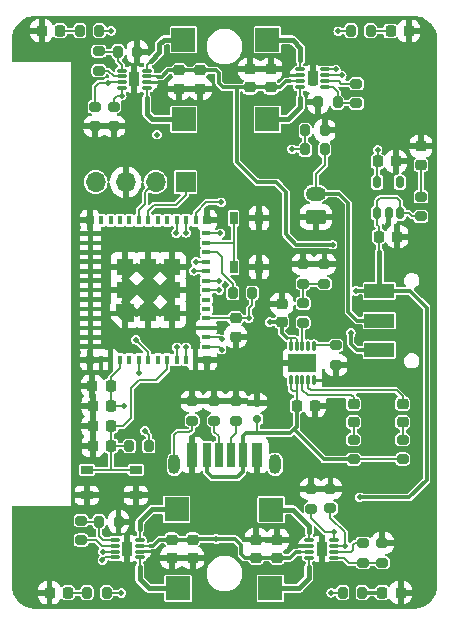
<source format=gbr>
%TF.GenerationSoftware,KiCad,Pcbnew,8.0.5*%
%TF.CreationDate,2025-01-25T11:08:43+05:30*%
%TF.ProjectId,racer,72616365-722e-46b6-9963-61645f706362,rev?*%
%TF.SameCoordinates,Original*%
%TF.FileFunction,Copper,L1,Top*%
%TF.FilePolarity,Positive*%
%FSLAX46Y46*%
G04 Gerber Fmt 4.6, Leading zero omitted, Abs format (unit mm)*
G04 Created by KiCad (PCBNEW 8.0.5) date 2025-01-25 11:08:43*
%MOMM*%
%LPD*%
G01*
G04 APERTURE LIST*
G04 Aperture macros list*
%AMRoundRect*
0 Rectangle with rounded corners*
0 $1 Rounding radius*
0 $2 $3 $4 $5 $6 $7 $8 $9 X,Y pos of 4 corners*
0 Add a 4 corners polygon primitive as box body*
4,1,4,$2,$3,$4,$5,$6,$7,$8,$9,$2,$3,0*
0 Add four circle primitives for the rounded corners*
1,1,$1+$1,$2,$3*
1,1,$1+$1,$4,$5*
1,1,$1+$1,$6,$7*
1,1,$1+$1,$8,$9*
0 Add four rect primitives between the rounded corners*
20,1,$1+$1,$2,$3,$4,$5,0*
20,1,$1+$1,$4,$5,$6,$7,0*
20,1,$1+$1,$6,$7,$8,$9,0*
20,1,$1+$1,$8,$9,$2,$3,0*%
%AMFreePoly0*
4,1,14,0.728536,0.728536,0.730000,0.725000,0.730000,-0.725000,0.728536,-0.728536,0.725000,-0.730000,-0.725000,-0.730000,-0.728536,-0.728536,-0.730000,-0.725000,-0.730000,0.125000,-0.728536,0.128536,-0.128536,0.728536,-0.125000,0.730000,0.725000,0.730000,0.728536,0.728536,0.728536,0.728536,$1*%
G04 Aperture macros list end*
%TA.AperFunction,SMDPad,CuDef*%
%ADD10RoundRect,0.225000X-0.225000X-0.250000X0.225000X-0.250000X0.225000X0.250000X-0.225000X0.250000X0*%
%TD*%
%TA.AperFunction,SMDPad,CuDef*%
%ADD11RoundRect,0.225000X0.250000X-0.225000X0.250000X0.225000X-0.250000X0.225000X-0.250000X-0.225000X0*%
%TD*%
%TA.AperFunction,SMDPad,CuDef*%
%ADD12RoundRect,0.225000X-0.250000X0.225000X-0.250000X-0.225000X0.250000X-0.225000X0.250000X0.225000X0*%
%TD*%
%TA.AperFunction,SMDPad,CuDef*%
%ADD13RoundRect,0.225000X0.225000X0.250000X-0.225000X0.250000X-0.225000X-0.250000X0.225000X-0.250000X0*%
%TD*%
%TA.AperFunction,SMDPad,CuDef*%
%ADD14RoundRect,0.200000X-0.200000X-0.275000X0.200000X-0.275000X0.200000X0.275000X-0.200000X0.275000X0*%
%TD*%
%TA.AperFunction,SMDPad,CuDef*%
%ADD15RoundRect,0.200000X0.200000X0.275000X-0.200000X0.275000X-0.200000X-0.275000X0.200000X-0.275000X0*%
%TD*%
%TA.AperFunction,SMDPad,CuDef*%
%ADD16RoundRect,0.200000X-0.275000X0.200000X-0.275000X-0.200000X0.275000X-0.200000X0.275000X0.200000X0*%
%TD*%
%TA.AperFunction,SMDPad,CuDef*%
%ADD17R,2.000000X2.000000*%
%TD*%
%TA.AperFunction,SMDPad,CuDef*%
%ADD18RoundRect,0.200000X0.275000X-0.200000X0.275000X0.200000X-0.275000X0.200000X-0.275000X-0.200000X0*%
%TD*%
%TA.AperFunction,SMDPad,CuDef*%
%ADD19RoundRect,0.175000X-0.175000X-0.325000X0.175000X-0.325000X0.175000X0.325000X-0.175000X0.325000X0*%
%TD*%
%TA.AperFunction,SMDPad,CuDef*%
%ADD20RoundRect,0.075000X-0.340000X-0.075000X0.340000X-0.075000X0.340000X0.075000X-0.340000X0.075000X0*%
%TD*%
%TA.AperFunction,SMDPad,CuDef*%
%ADD21RoundRect,0.225000X-0.225000X-0.425000X0.225000X-0.425000X0.225000X0.425000X-0.225000X0.425000X0*%
%TD*%
%TA.AperFunction,SMDPad,CuDef*%
%ADD22R,0.650000X1.050000*%
%TD*%
%TA.AperFunction,ComponentPad*%
%ADD23RoundRect,0.250000X0.625000X-0.350000X0.625000X0.350000X-0.625000X0.350000X-0.625000X-0.350000X0*%
%TD*%
%TA.AperFunction,ComponentPad*%
%ADD24O,1.750000X1.200000*%
%TD*%
%TA.AperFunction,SMDPad,CuDef*%
%ADD25R,0.700000X2.000000*%
%TD*%
%TA.AperFunction,SMDPad,CuDef*%
%ADD26R,0.800000X2.000000*%
%TD*%
%TA.AperFunction,SMDPad,CuDef*%
%ADD27R,0.900000X2.000000*%
%TD*%
%TA.AperFunction,ComponentPad*%
%ADD28O,1.000000X1.700000*%
%TD*%
%TA.AperFunction,SMDPad,CuDef*%
%ADD29RoundRect,0.075000X0.340000X0.075000X-0.340000X0.075000X-0.340000X-0.075000X0.340000X-0.075000X0*%
%TD*%
%TA.AperFunction,SMDPad,CuDef*%
%ADD30RoundRect,0.225000X0.225000X0.425000X-0.225000X0.425000X-0.225000X-0.425000X0.225000X-0.425000X0*%
%TD*%
%TA.AperFunction,SMDPad,CuDef*%
%ADD31RoundRect,0.218750X-0.256250X0.218750X-0.256250X-0.218750X0.256250X-0.218750X0.256250X0.218750X0*%
%TD*%
%TA.AperFunction,ComponentPad*%
%ADD32R,1.700000X1.700000*%
%TD*%
%TA.AperFunction,ComponentPad*%
%ADD33O,1.700000X1.700000*%
%TD*%
%TA.AperFunction,SMDPad,CuDef*%
%ADD34R,0.400000X0.800000*%
%TD*%
%TA.AperFunction,SMDPad,CuDef*%
%ADD35R,0.800000X0.400000*%
%TD*%
%TA.AperFunction,SMDPad,CuDef*%
%ADD36FreePoly0,90.000000*%
%TD*%
%TA.AperFunction,ComponentPad*%
%ADD37C,0.508000*%
%TD*%
%TA.AperFunction,SMDPad,CuDef*%
%ADD38R,1.450000X1.450000*%
%TD*%
%TA.AperFunction,SMDPad,CuDef*%
%ADD39R,0.700000X0.700000*%
%TD*%
%TA.AperFunction,SMDPad,CuDef*%
%ADD40R,1.050000X0.650000*%
%TD*%
%TA.AperFunction,SMDPad,CuDef*%
%ADD41RoundRect,0.150000X-0.200000X0.150000X-0.200000X-0.150000X0.200000X-0.150000X0.200000X0.150000X0*%
%TD*%
%TA.AperFunction,SMDPad,CuDef*%
%ADD42R,2.500000X1.200000*%
%TD*%
%TA.AperFunction,SMDPad,CuDef*%
%ADD43RoundRect,0.075400X-0.054600X-0.344600X0.054600X-0.344600X0.054600X0.344600X-0.054600X0.344600X0*%
%TD*%
%TA.AperFunction,SMDPad,CuDef*%
%ADD44R,2.350000X1.580000*%
%TD*%
%TA.AperFunction,ViaPad*%
%ADD45C,0.508000*%
%TD*%
%TA.AperFunction,Conductor*%
%ADD46C,0.203200*%
%TD*%
%TA.AperFunction,Conductor*%
%ADD47C,0.304800*%
%TD*%
%TA.AperFunction,Conductor*%
%ADD48C,0.457200*%
%TD*%
G04 APERTURE END LIST*
D10*
%TO.P,D4,1,K*%
%TO.N,GND*%
X169392000Y-88036400D03*
%TO.P,D4,2,A*%
%TO.N,Net-(D4-A)*%
X170942000Y-88036400D03*
%TD*%
D11*
%TO.P,C2,1*%
%TO.N,RAW*%
X187028400Y-92838000D03*
%TO.P,C2,2*%
%TO.N,GND*%
X187028400Y-91288000D03*
%TD*%
D10*
%TO.P,C16,1*%
%TO.N,+5V*%
X190995000Y-119786400D03*
%TO.P,C16,2*%
%TO.N,GND*%
X192545000Y-119786400D03*
%TD*%
D12*
%TO.P,C7,1*%
%TO.N,RAW*%
X180416200Y-131114200D03*
%TO.P,C7,2*%
%TO.N,GND*%
X180416200Y-132664200D03*
%TD*%
D13*
%TO.P,C12,1*%
%TO.N,/CP_EN*%
X175273000Y-121513600D03*
%TO.P,C12,2*%
%TO.N,GND*%
X173723000Y-121513600D03*
%TD*%
D14*
%TO.P,R6,1*%
%TO.N,Net-(U3-VSET)*%
X174257200Y-129603200D03*
%TO.P,R6,2*%
%TO.N,GND*%
X175907200Y-129603200D03*
%TD*%
D15*
%TO.P,R4,1*%
%TO.N,Net-(U2-VSET)*%
X194457400Y-94095000D03*
%TO.P,R4,2*%
%TO.N,GND*%
X192807400Y-94095000D03*
%TD*%
D16*
%TO.P,R23,1*%
%TO.N,Net-(R23-Pad1)*%
X191541400Y-111100600D03*
%TO.P,R23,2*%
%TO.N,Net-(U7-THERM)*%
X191541400Y-112750600D03*
%TD*%
D15*
%TO.P,R14,1*%
%TO.N,Net-(D3-A)*%
X197243200Y-88036400D03*
%TO.P,R14,2*%
%TO.N,Net-(U5-IO25)*%
X195593200Y-88036400D03*
%TD*%
D17*
%TO.P,J5,1,Pin_1*%
%TO.N,Net-(J5-Pin_1)*%
X180949600Y-135255000D03*
%TD*%
%TO.P,J7,1,Pin_1*%
%TO.N,Net-(J7-Pin_1)*%
X188823600Y-128574800D03*
%TD*%
D10*
%TO.P,C14,1*%
%TO.N,RAW*%
X197945200Y-105460800D03*
%TO.P,C14,2*%
%TO.N,GND*%
X199495200Y-105460800D03*
%TD*%
D17*
%TO.P,J4,1,Pin_1*%
%TO.N,Net-(J4-Pin_1)*%
X181406800Y-88798400D03*
%TD*%
D12*
%TO.P,D9,1,K*%
%TO.N,/STAT1*%
X195808600Y-119621000D03*
%TO.P,D9,2,A*%
%TO.N,Net-(D9-A)*%
X195808600Y-121171000D03*
%TD*%
D16*
%TO.P,R7,1*%
%TO.N,Net-(U4-VREF)*%
X196621400Y-131407400D03*
%TO.P,R7,2*%
%TO.N,Net-(U4-VSET)*%
X196621400Y-133057400D03*
%TD*%
D18*
%TO.P,R26,1*%
%TO.N,GND*%
X173913800Y-96125800D03*
%TO.P,R26,2*%
%TO.N,MOTOR_0_IN1*%
X173913800Y-94475800D03*
%TD*%
D16*
%TO.P,R25,1*%
%TO.N,Net-(D6-A)*%
X201514200Y-102097800D03*
%TO.P,R25,2*%
%TO.N,RAW*%
X201514200Y-103747800D03*
%TD*%
%TO.P,R28,1*%
%TO.N,GND*%
X193852800Y-126810000D03*
%TO.P,R28,2*%
%TO.N,MOTOR_1_IN1*%
X193852800Y-128460000D03*
%TD*%
D19*
%TO.P,U6,1,VIN*%
%TO.N,RAW*%
X197820200Y-103458800D03*
%TO.P,U6,2,GND*%
%TO.N,GND*%
X198770200Y-103458800D03*
%TO.P,U6,3,EN*%
%TO.N,RAW*%
X199720200Y-103458800D03*
%TO.P,U6,4,NC*%
%TO.N,unconnected-(U6-NC-Pad4)*%
X199720200Y-100858800D03*
%TO.P,U6,5,VOUT*%
%TO.N,+3V3*%
X197820200Y-100858800D03*
%TD*%
D10*
%TO.P,C15,1*%
%TO.N,+3V3*%
X197853000Y-99085400D03*
%TO.P,C15,2*%
%TO.N,GND*%
X199403000Y-99085400D03*
%TD*%
D18*
%TO.P,R17,1*%
%TO.N,Net-(P1-VCONN)*%
X185877200Y-121043200D03*
%TO.P,R17,2*%
%TO.N,GND*%
X185877200Y-119393200D03*
%TD*%
%TO.P,R5,1*%
%TO.N,Net-(U3-VREF)*%
X172745400Y-131152400D03*
%TO.P,R5,2*%
%TO.N,Net-(U3-VSET)*%
X172745400Y-129502400D03*
%TD*%
D16*
%TO.P,R29,1*%
%TO.N,GND*%
X192227200Y-126835400D03*
%TO.P,R29,2*%
%TO.N,MOTOR_1_IN2*%
X192227200Y-128485400D03*
%TD*%
D17*
%TO.P,J3,1,Pin_1*%
%TO.N,Net-(J3-Pin_1)*%
X181432200Y-95529400D03*
%TD*%
D14*
%TO.P,R12,1*%
%TO.N,Net-(D1-A)*%
X173241200Y-135610600D03*
%TO.P,R12,2*%
%TO.N,Net-(U5-IO27)*%
X174891200Y-135610600D03*
%TD*%
D12*
%TO.P,C13,1*%
%TO.N,+3V3*%
X185826400Y-112382000D03*
%TO.P,C13,2*%
%TO.N,GND*%
X185826400Y-113932000D03*
%TD*%
D17*
%TO.P,J6,1,Pin_1*%
%TO.N,Net-(J6-Pin_1)*%
X180822600Y-128549400D03*
%TD*%
D12*
%TO.P,D8,1,K*%
%TO.N,/STAT2*%
X199974200Y-119621000D03*
%TO.P,D8,2,A*%
%TO.N,Net-(D8-A)*%
X199974200Y-121171000D03*
%TD*%
D15*
%TO.P,R10,1*%
%TO.N,LIPO+*%
X193357000Y-98069400D03*
%TO.P,R10,2*%
%TO.N,/ADC_BATT*%
X191707000Y-98069400D03*
%TD*%
%TO.P,R9,1*%
%TO.N,+3V3*%
X178472600Y-123190000D03*
%TO.P,R9,2*%
%TO.N,/CP_EN*%
X176822600Y-123190000D03*
%TD*%
D14*
%TO.P,R30,1*%
%TO.N,/ADC_BATT*%
X191707000Y-96469200D03*
%TO.P,R30,2*%
%TO.N,GND*%
X193357000Y-96469200D03*
%TD*%
D20*
%TO.P,U4,1,OUTB*%
%TO.N,Net-(J7-Pin_1)*%
X192040800Y-131164200D03*
%TO.P,U4,2,GND*%
%TO.N,GND*%
X192040800Y-131664200D03*
%TO.P,U4,3,VDD*%
%TO.N,RAW*%
X192040800Y-132164200D03*
%TO.P,U4,4,OUTA*%
%TO.N,Net-(J8-Pin_1)*%
X192040800Y-132664200D03*
%TO.P,U4,5,VSET*%
%TO.N,Net-(U4-VSET)*%
X194170800Y-132664200D03*
%TO.P,U4,6,VREF*%
%TO.N,Net-(U4-VREF)*%
X194170800Y-132164200D03*
%TO.P,U4,7,IN1*%
%TO.N,MOTOR_1_IN1*%
X194170800Y-131664200D03*
%TO.P,U4,8,IN2*%
%TO.N,MOTOR_1_IN2*%
X194170800Y-131164200D03*
D21*
%TO.P,U4,9,GND_PAD*%
%TO.N,GND*%
X193115800Y-131914200D03*
%TD*%
D22*
%TO.P,S2,1*%
%TO.N,Net-(U5-IO9)*%
X185665800Y-108069200D03*
X185665800Y-103919200D03*
%TO.P,S2,2*%
%TO.N,GND*%
X187815800Y-108069200D03*
X187815800Y-103919200D03*
%TD*%
D16*
%TO.P,R22,1*%
%TO.N,Net-(U7-PROG)*%
X194310000Y-114682000D03*
%TO.P,R22,2*%
%TO.N,GND*%
X194310000Y-116332000D03*
%TD*%
%TO.P,R3,1*%
%TO.N,Net-(U2-VREF)*%
X196037200Y-92520000D03*
%TO.P,R3,2*%
%TO.N,Net-(U2-VSET)*%
X196037200Y-94170000D03*
%TD*%
D12*
%TO.P,C3,1*%
%TO.N,RAW*%
X181043000Y-91380200D03*
%TO.P,C3,2*%
%TO.N,GND*%
X181043000Y-92930200D03*
%TD*%
D23*
%TO.P,J12,1,Pin_1*%
%TO.N,GND*%
X192617000Y-103819200D03*
D24*
%TO.P,J12,2,Pin_2*%
%TO.N,LIPO+*%
X192617000Y-101819200D03*
%TD*%
D11*
%TO.P,C8,1*%
%TO.N,RAW*%
X189344800Y-132677200D03*
%TO.P,C8,2*%
%TO.N,GND*%
X189344800Y-131127200D03*
%TD*%
D25*
%TO.P,P1,A5,CC*%
%TO.N,Net-(P1-CC)*%
X184412000Y-123950600D03*
D26*
%TO.P,P1,A9,VBUS*%
%TO.N,+5V*%
X183392000Y-123950600D03*
D27*
%TO.P,P1,A12,GND*%
%TO.N,GND*%
X182162000Y-123950600D03*
D25*
%TO.P,P1,B5,VCONN*%
%TO.N,Net-(P1-VCONN)*%
X185412000Y-123950600D03*
D26*
%TO.P,P1,B9,VBUS*%
%TO.N,+5V*%
X186432000Y-123950600D03*
D27*
%TO.P,P1,B12,GND*%
%TO.N,GND*%
X187662000Y-123950600D03*
D28*
%TO.P,P1,S1,SHIELD*%
%TO.N,Net-(P1-SHIELD)*%
X180642000Y-124750600D03*
%TO.P,P1,S2*%
%TO.N,N/C*%
X189182000Y-124750600D03*
%TD*%
D15*
%TO.P,R13,1*%
%TO.N,Net-(D2-A)*%
X196544400Y-135610600D03*
%TO.P,R13,2*%
%TO.N,Net-(U5-IO26)*%
X194894400Y-135610600D03*
%TD*%
D29*
%TO.P,U1,1,OUTB*%
%TO.N,Net-(J3-Pin_1)*%
X178308000Y-92905200D03*
%TO.P,U1,2,GND*%
%TO.N,GND*%
X178308000Y-92405200D03*
%TO.P,U1,3,VDD*%
%TO.N,RAW*%
X178308000Y-91905200D03*
%TO.P,U1,4,OUTA*%
%TO.N,Net-(J4-Pin_1)*%
X178308000Y-91405200D03*
%TO.P,U1,5,VSET*%
%TO.N,Net-(U1-VSET)*%
X176178000Y-91405200D03*
%TO.P,U1,6,VREF*%
%TO.N,Net-(U1-VREF)*%
X176178000Y-91905200D03*
%TO.P,U1,7,IN1*%
%TO.N,MOTOR_0_IN1*%
X176178000Y-92405200D03*
%TO.P,U1,8,IN2*%
%TO.N,MOTOR_0_IN2*%
X176178000Y-92905200D03*
D30*
%TO.P,U1,9,GND_PAD*%
%TO.N,GND*%
X177233000Y-92155200D03*
%TD*%
D18*
%TO.P,TH1,1*%
%TO.N,Net-(R23-Pad1)*%
X191542800Y-109448600D03*
%TO.P,TH1,2*%
%TO.N,GND*%
X191542800Y-107798600D03*
%TD*%
D20*
%TO.P,U2,1,OUTB*%
%TO.N,Net-(J1-Pin_1)*%
X191287400Y-91313000D03*
%TO.P,U2,2,GND*%
%TO.N,GND*%
X191287400Y-91813000D03*
%TO.P,U2,3,VDD*%
%TO.N,RAW*%
X191287400Y-92313000D03*
%TO.P,U2,4,OUTA*%
%TO.N,Net-(J2-Pin_1)*%
X191287400Y-92813000D03*
%TO.P,U2,5,VSET*%
%TO.N,Net-(U2-VSET)*%
X193417400Y-92813000D03*
%TO.P,U2,6,VREF*%
%TO.N,Net-(U2-VREF)*%
X193417400Y-92313000D03*
%TO.P,U2,7,IN1*%
%TO.N,MOTOR_1_IN1*%
X193417400Y-91813000D03*
%TO.P,U2,8,IN2*%
%TO.N,MOTOR_1_IN2*%
X193417400Y-91313000D03*
D21*
%TO.P,U2,9,GND_PAD*%
%TO.N,GND*%
X192362400Y-92063000D03*
%TD*%
D14*
%TO.P,R15,1*%
%TO.N,Net-(D4-A)*%
X172644000Y-88036400D03*
%TO.P,R15,2*%
%TO.N,Net-(U5-IO22)*%
X174294000Y-88036400D03*
%TD*%
D31*
%TO.P,D6,1,K*%
%TO.N,GND*%
X201514200Y-97815300D03*
%TO.P,D6,2,A*%
%TO.N,Net-(D6-A)*%
X201514200Y-99390300D03*
%TD*%
D32*
%TO.P,J11,1,Pin_1*%
%TO.N,/U0RXD*%
X181584600Y-100838000D03*
D33*
%TO.P,J11,2,Pin_2*%
%TO.N,/U0TXD*%
X179044600Y-100838000D03*
%TO.P,J11,3,Pin_3*%
%TO.N,GND*%
X176504600Y-100838000D03*
%TO.P,J11,4,Pin_4*%
%TO.N,+3V3*%
X173964600Y-100838000D03*
%TD*%
D34*
%TO.P,U5,1,GND*%
%TO.N,GND*%
X174432800Y-115895000D03*
%TO.P,U5,2,GND*%
X175232800Y-115895000D03*
%TO.P,U5,3,3v3*%
%TO.N,+3V3*%
X176032800Y-115895000D03*
%TO.P,U5,4,NC*%
%TO.N,unconnected-(U5-NC-Pad4)*%
X176832800Y-115895000D03*
%TO.P,U5,5,IO2*%
%TO.N,/ADC_BATT*%
X177632800Y-115895000D03*
%TO.P,U5,6,IO3*%
%TO.N,Net-(U5-IO3)*%
X178432800Y-115895000D03*
%TO.P,U5,7,NC*%
%TO.N,unconnected-(U5-NC-Pad7)*%
X179232800Y-115895000D03*
%TO.P,U5,8,EN*%
%TO.N,/CP_EN*%
X180032800Y-115895000D03*
%TO.P,U5,9,IO0*%
%TO.N,/SCL*%
X180832800Y-115895000D03*
%TO.P,U5,10,IO01*%
%TO.N,/SDA*%
X181632800Y-115895000D03*
%TO.P,U5,11,GND*%
%TO.N,GND*%
X182432800Y-115895000D03*
D35*
%TO.P,U5,12,IO13*%
%TO.N,MOTOR_0_IN1*%
X183332800Y-114795000D03*
%TO.P,U5,13,IO14*%
%TO.N,MOTOR_0_IN2*%
X183332800Y-113995000D03*
%TO.P,U5,14,GND*%
%TO.N,GND*%
X183332800Y-113195000D03*
%TO.P,U5,15,VBAT*%
%TO.N,+3V3*%
X183332800Y-112395000D03*
%TO.P,U5,16,IO12*%
%TO.N,unconnected-(U5-IO12-Pad16)*%
X183332800Y-111595000D03*
%TO.P,U5,17,NC*%
%TO.N,unconnected-(U5-NC-Pad17)*%
X183332800Y-110795000D03*
%TO.P,U5,18,IO4*%
%TO.N,MOTOR_1_IN1*%
X183332800Y-109995000D03*
%TO.P,U5,19,IO5*%
%TO.N,MOTOR_1_IN2*%
X183332800Y-109195000D03*
%TO.P,U5,20,IO10*%
%TO.N,/HAL_OUT*%
X183332800Y-108395000D03*
%TO.P,U5,21,IO11*%
%TO.N,Net-(U5-IO11)*%
X183332800Y-107595000D03*
%TO.P,U5,22,IO08*%
%TO.N,Net-(U5-IO08)*%
X183332800Y-106795000D03*
%TO.P,U5,23,IO9*%
%TO.N,Net-(U5-IO9)*%
X183332800Y-105995000D03*
%TO.P,U5,24,IO22*%
%TO.N,Net-(U5-IO22)*%
X183332800Y-105195000D03*
D34*
%TO.P,U5,25,IO25*%
%TO.N,Net-(U5-IO25)*%
X182432800Y-104095000D03*
%TO.P,U5,26,IO26*%
%TO.N,Net-(U5-IO26)*%
X181632800Y-104095000D03*
%TO.P,U5,27,IO27*%
%TO.N,Net-(U5-IO27)*%
X180832800Y-104095000D03*
%TO.P,U5,28,NC*%
%TO.N,unconnected-(U5-NC-Pad28)*%
X180032800Y-104095000D03*
%TO.P,U5,29,NC*%
%TO.N,unconnected-(U5-NC-Pad29)*%
X179232800Y-104095000D03*
%TO.P,U5,30,RXD0*%
%TO.N,/U0RXD*%
X178432800Y-104095000D03*
%TO.P,U5,31,TXD0*%
%TO.N,/U0TXD*%
X177632800Y-104095000D03*
%TO.P,U5,32,NC*%
%TO.N,unconnected-(U5-NC-Pad32)*%
X176832800Y-104095000D03*
%TO.P,U5,33,NC*%
%TO.N,unconnected-(U5-NC-Pad33)*%
X176032800Y-104095000D03*
%TO.P,U5,34,NC*%
%TO.N,unconnected-(U5-NC-Pad34)*%
X175232800Y-104095000D03*
%TO.P,U5,35,NC*%
%TO.N,unconnected-(U5-NC-Pad35)*%
X174432800Y-104095000D03*
D35*
%TO.P,U5,36,GND*%
%TO.N,GND*%
X173532800Y-105195000D03*
%TO.P,U5,37,GND*%
X173532800Y-105995000D03*
%TO.P,U5,38,GND*%
X173532800Y-106795000D03*
%TO.P,U5,39,GND*%
X173532800Y-107595000D03*
%TO.P,U5,40,GND*%
X173532800Y-108395000D03*
%TO.P,U5,41,GND*%
X173532800Y-109195000D03*
%TO.P,U5,42,GND*%
X173532800Y-109995000D03*
%TO.P,U5,43,GND*%
X173532800Y-110795000D03*
%TO.P,U5,44,GND*%
X173532800Y-111595000D03*
%TO.P,U5,45,GND*%
X173532800Y-112395000D03*
%TO.P,U5,46,GND*%
X173532800Y-113195000D03*
%TO.P,U5,47,GND*%
X173532800Y-113995000D03*
%TO.P,U5,48,GND*%
X173532800Y-114795000D03*
D36*
%TO.P,U5,49,EPAD*%
X176457800Y-111970000D03*
D37*
X177445300Y-111970000D03*
D38*
X178432800Y-111970000D03*
D37*
X179420300Y-111970000D03*
D38*
X180407800Y-111970000D03*
D37*
X176457800Y-110982500D03*
X178432800Y-110982500D03*
X180407800Y-110982500D03*
D38*
X176457800Y-109995000D03*
D37*
X177445300Y-109995000D03*
D38*
X178432800Y-109995000D03*
D37*
X179420300Y-109995000D03*
D38*
X180407800Y-109995000D03*
D37*
X176457800Y-109007500D03*
X178432800Y-109007500D03*
X180407800Y-109007500D03*
D38*
X176457800Y-108020000D03*
D37*
X177445300Y-108020000D03*
D38*
X178432800Y-108020000D03*
D37*
X179420300Y-108020000D03*
D38*
X180407800Y-108020000D03*
D39*
%TO.P,U5,50,GND*%
X173482800Y-104045000D03*
%TO.P,U5,51,GND*%
X183382800Y-104045000D03*
%TO.P,U5,52,GND*%
X183382800Y-115945000D03*
%TO.P,U5,53,GND*%
X173482800Y-115945000D03*
%TD*%
D11*
%TO.P,C4,1*%
%TO.N,RAW*%
X188806400Y-92838000D03*
%TO.P,C4,2*%
%TO.N,GND*%
X188806400Y-91288000D03*
%TD*%
D12*
%TO.P,C5,1*%
%TO.N,RAW*%
X182194200Y-131114200D03*
%TO.P,C5,2*%
%TO.N,GND*%
X182194200Y-132664200D03*
%TD*%
D14*
%TO.P,R11,1*%
%TO.N,Net-(U5-IO08)*%
X185585600Y-110236000D03*
%TO.P,R11,2*%
%TO.N,+3V3*%
X187235600Y-110236000D03*
%TD*%
D13*
%TO.P,D2,1,K*%
%TO.N,GND*%
X199796400Y-135610600D03*
%TO.P,D2,2,A*%
%TO.N,Net-(D2-A)*%
X198246400Y-135610600D03*
%TD*%
D29*
%TO.P,U3,1,OUTB*%
%TO.N,Net-(J5-Pin_1)*%
X177720200Y-132627200D03*
%TO.P,U3,2,GND*%
%TO.N,GND*%
X177720200Y-132127200D03*
%TO.P,U3,3,VDD*%
%TO.N,RAW*%
X177720200Y-131627200D03*
%TO.P,U3,4,OUTA*%
%TO.N,Net-(J6-Pin_1)*%
X177720200Y-131127200D03*
%TO.P,U3,5,VSET*%
%TO.N,Net-(U3-VSET)*%
X175590200Y-131127200D03*
%TO.P,U3,6,VREF*%
%TO.N,Net-(U3-VREF)*%
X175590200Y-131627200D03*
%TO.P,U3,7,IN1*%
%TO.N,MOTOR_0_IN1*%
X175590200Y-132127200D03*
%TO.P,U3,8,IN2*%
%TO.N,MOTOR_0_IN2*%
X175590200Y-132627200D03*
D30*
%TO.P,U3,9,GND_PAD*%
%TO.N,GND*%
X176645200Y-131877200D03*
%TD*%
D18*
%TO.P,R1,1*%
%TO.N,Net-(U1-VREF)*%
X174244000Y-91401400D03*
%TO.P,R1,2*%
%TO.N,Net-(U1-VSET)*%
X174244000Y-89751400D03*
%TD*%
D10*
%TO.P,D1,1,K*%
%TO.N,GND*%
X170065400Y-135620000D03*
%TO.P,D1,2,A*%
%TO.N,Net-(D1-A)*%
X171615400Y-135620000D03*
%TD*%
D18*
%TO.P,R18,1*%
%TO.N,Net-(P1-CC)*%
X184023000Y-121043200D03*
%TO.P,R18,2*%
%TO.N,GND*%
X184023000Y-119393200D03*
%TD*%
%TO.P,R27,1*%
%TO.N,GND*%
X175509400Y-96112600D03*
%TO.P,R27,2*%
%TO.N,MOTOR_0_IN2*%
X175509400Y-94462600D03*
%TD*%
D40*
%TO.P,S3,1*%
%TO.N,/CP_EN*%
X173210400Y-125213800D03*
X177360400Y-125213800D03*
%TO.P,S3,2*%
%TO.N,GND*%
X173210400Y-127363800D03*
X177360400Y-127363800D03*
%TD*%
D17*
%TO.P,J2,1,Pin_1*%
%TO.N,Net-(J2-Pin_1)*%
X188518800Y-95529400D03*
%TD*%
D11*
%TO.P,C6,1*%
%TO.N,RAW*%
X187566800Y-132662200D03*
%TO.P,C6,2*%
%TO.N,GND*%
X187566800Y-131112200D03*
%TD*%
D13*
%TO.P,C11,1*%
%TO.N,+3V3*%
X175247600Y-118110000D03*
%TO.P,C11,2*%
%TO.N,GND*%
X173697600Y-118110000D03*
%TD*%
%TO.P,C10,1*%
%TO.N,/CP_EN*%
X175285400Y-123190000D03*
%TO.P,C10,2*%
%TO.N,GND*%
X173735400Y-123190000D03*
%TD*%
D12*
%TO.P,C1,1*%
%TO.N,RAW*%
X182821000Y-91380200D03*
%TO.P,C1,2*%
%TO.N,GND*%
X182821000Y-92930200D03*
%TD*%
D18*
%TO.P,R21,1*%
%TO.N,+5V*%
X195808600Y-124306600D03*
%TO.P,R21,2*%
%TO.N,Net-(D9-A)*%
X195808600Y-122656600D03*
%TD*%
D13*
%TO.P,D3,1,K*%
%TO.N,GND*%
X200495200Y-88061800D03*
%TO.P,D3,2,A*%
%TO.N,Net-(D3-A)*%
X198945200Y-88061800D03*
%TD*%
D17*
%TO.P,J1,1,Pin_1*%
%TO.N,Net-(J1-Pin_1)*%
X188493400Y-88798400D03*
%TD*%
D41*
%TO.P,D5,1*%
%TO.N,+5V*%
X187655200Y-120918200D03*
%TO.P,D5,2*%
%TO.N,GND*%
X187655200Y-119518200D03*
%TD*%
D17*
%TO.P,J8,1,Pin_1*%
%TO.N,Net-(J8-Pin_1)*%
X188772800Y-135229600D03*
%TD*%
D42*
%TO.P,S1,1*%
%TO.N,/CHRGR+*%
X197986200Y-115072800D03*
%TO.P,S1,2*%
%TO.N,LIPO+*%
X197986200Y-112572800D03*
%TO.P,S1,3*%
%TO.N,RAW*%
X197986200Y-110072800D03*
%TD*%
D16*
%TO.P,R24,1*%
%TO.N,GND*%
X193344800Y-107798600D03*
%TO.P,R24,2*%
%TO.N,Net-(R23-Pad1)*%
X193344800Y-109448600D03*
%TD*%
D18*
%TO.P,R20,1*%
%TO.N,+5V*%
X199974200Y-124294400D03*
%TO.P,R20,2*%
%TO.N,Net-(D8-A)*%
X199974200Y-122644400D03*
%TD*%
D14*
%TO.P,R2,1*%
%TO.N,Net-(U1-VSET)*%
X175857400Y-89814400D03*
%TO.P,R2,2*%
%TO.N,GND*%
X177507400Y-89814400D03*
%TD*%
D43*
%TO.P,U7,1,VDD*%
%TO.N,+5V*%
X190482600Y-117615000D03*
%TO.P,U7,2,VDD*%
X190982600Y-117615000D03*
%TO.P,U7,3,STAT1*%
%TO.N,/STAT1*%
X191482600Y-117615000D03*
%TO.P,U7,4,STAT2*%
%TO.N,/STAT2*%
X191982600Y-117615000D03*
%TO.P,U7,5,VSS*%
%TO.N,GND*%
X192482600Y-117615000D03*
%TO.P,U7,6,PROG*%
%TO.N,Net-(U7-PROG)*%
X192482600Y-114745000D03*
%TO.P,U7,7,PG(TE)*%
%TO.N,unconnected-(U7-PG(TE)-Pad7)*%
X191982600Y-114745000D03*
%TO.P,U7,8,THERM*%
%TO.N,Net-(U7-THERM)*%
X191482600Y-114745000D03*
%TO.P,U7,9,VBAT*%
%TO.N,/CHRGR+*%
X190982600Y-114745000D03*
%TO.P,U7,10,VBAT*%
X190482600Y-114745000D03*
D44*
%TO.P,U7,11,PAD*%
%TO.N,GND*%
X191482600Y-116180000D03*
%TD*%
D11*
%TO.P,C17,1*%
%TO.N,/CHRGR+*%
X189738000Y-112700600D03*
%TO.P,C17,2*%
%TO.N,GND*%
X189738000Y-111150600D03*
%TD*%
D18*
%TO.P,R16,1*%
%TO.N,Net-(P1-SHIELD)*%
X182143400Y-121043200D03*
%TO.P,R16,2*%
%TO.N,GND*%
X182143400Y-119393200D03*
%TD*%
D13*
%TO.P,C9,1*%
%TO.N,+3V3*%
X175273000Y-119786400D03*
%TO.P,C9,2*%
%TO.N,GND*%
X173723000Y-119786400D03*
%TD*%
D18*
%TO.P,R8,1*%
%TO.N,Net-(U4-VSET)*%
X198247000Y-133057400D03*
%TO.P,R8,2*%
%TO.N,GND*%
X198247000Y-131407400D03*
%TD*%
D45*
%TO.N,GND*%
X172059600Y-89433400D03*
X181432200Y-126161800D03*
X194691000Y-107213400D03*
X172466000Y-117119400D03*
X172466000Y-124104400D03*
X201295000Y-89890600D03*
X193751200Y-117627400D03*
X185623200Y-116992400D03*
X199669400Y-131419600D03*
X184175400Y-93167200D03*
X193522600Y-133324600D03*
X193141600Y-121259600D03*
X186182000Y-130225800D03*
X190652400Y-130454400D03*
X187172600Y-99339400D03*
X177800000Y-96393000D03*
X200787000Y-106349800D03*
X184531000Y-103606600D03*
X187706000Y-112369600D03*
X168656000Y-134213600D03*
X198755000Y-104419400D03*
X200075800Y-97078800D03*
X200710800Y-134137400D03*
X177876200Y-87274400D03*
X190525400Y-106781600D03*
X176657000Y-88823800D03*
X189153800Y-108051600D03*
X177266600Y-128625600D03*
X187655200Y-126060200D03*
X175564800Y-133604000D03*
X193802000Y-90220800D03*
X182803800Y-134010400D03*
X190906400Y-126771400D03*
X195732400Y-126542800D03*
%TO.N,+3V3*%
X178130200Y-121894600D03*
X186944000Y-112369600D03*
X197840600Y-98120200D03*
X179171600Y-96824800D03*
X176377600Y-119786400D03*
%TO.N,/ADC_BATT*%
X190601600Y-98069400D03*
X177622200Y-117017800D03*
%TO.N,Net-(U5-IO27)*%
X176149000Y-135636000D03*
X180797200Y-105156000D03*
%TO.N,Net-(U5-IO26)*%
X193929000Y-135610600D03*
X181635400Y-105130600D03*
%TO.N,Net-(U5-IO25)*%
X184607200Y-102565200D03*
X194513200Y-88087200D03*
%TO.N,Net-(U5-IO22)*%
X175285400Y-88036400D03*
X184531000Y-105181400D03*
%TO.N,MOTOR_0_IN1*%
X174980600Y-92430600D03*
X174599600Y-132130800D03*
X184632600Y-115036600D03*
%TO.N,MOTOR_0_IN2*%
X184658000Y-114173000D03*
X174548800Y-132867400D03*
X176174400Y-93522800D03*
%TO.N,MOTOR_1_IN1*%
X194818000Y-91821000D03*
X195097400Y-131648200D03*
X184429400Y-109982000D03*
%TO.N,MOTOR_1_IN2*%
X194183000Y-130479800D03*
X184429400Y-109194600D03*
X194310000Y-91313000D03*
%TO.N,/SCL*%
X180848000Y-114833400D03*
%TO.N,Net-(U5-IO11)*%
X182448200Y-107594400D03*
%TO.N,Net-(U5-IO3)*%
X177368200Y-114198400D03*
%TO.N,/SDA*%
X181635400Y-114833400D03*
%TO.N,/HAL_OUT*%
X182295800Y-108356400D03*
%TO.N,/CHRGR+*%
X188696600Y-112699800D03*
X195580000Y-113614200D03*
%TO.N,RAW*%
X196011800Y-110058200D03*
X184175400Y-131064000D03*
X194030600Y-106146600D03*
X196316600Y-127533400D03*
%TD*%
D46*
%TO.N,LIPO+*%
X193357000Y-98069400D02*
X193357000Y-99403400D01*
D47*
X197986200Y-112572800D02*
X196138800Y-112572800D01*
X195376800Y-102641400D02*
X194554600Y-101819200D01*
X194554600Y-101819200D02*
X192617000Y-101819200D01*
X195376800Y-111810800D02*
X195376800Y-102641400D01*
X196138800Y-112572800D02*
X195376800Y-111810800D01*
D46*
X192617000Y-100143400D02*
X192617000Y-101819200D01*
X193357000Y-99403400D02*
X192617000Y-100143400D01*
%TO.N,+3V3*%
X197820200Y-100858800D02*
X197820200Y-99118200D01*
X175273000Y-119786400D02*
X176377600Y-119786400D01*
X178472600Y-123190000D02*
X178472600Y-122237000D01*
X197820200Y-99118200D02*
X197853000Y-99085400D01*
X176032800Y-115895000D02*
X176032800Y-116600600D01*
X185826400Y-112382000D02*
X186931600Y-112382000D01*
X187235600Y-110236000D02*
X187235600Y-111239800D01*
X197853000Y-98132600D02*
X197840600Y-98120200D01*
X178472600Y-122237000D02*
X178130200Y-121894600D01*
X175273000Y-118135400D02*
X175247600Y-118110000D01*
X186944000Y-111531400D02*
X186944000Y-112369600D01*
X187235600Y-111239800D02*
X186944000Y-111531400D01*
X185826400Y-112382000D02*
X183345800Y-112382000D01*
X186931600Y-112382000D02*
X186944000Y-112369600D01*
X183345800Y-112382000D02*
X183332800Y-112395000D01*
X197853000Y-99085400D02*
X197853000Y-98132600D01*
X176032800Y-116600600D02*
X175247600Y-117385800D01*
X175247600Y-117385800D02*
X175247600Y-118110000D01*
X175273000Y-119786400D02*
X175273000Y-118135400D01*
%TO.N,/CP_EN*%
X175285400Y-123190000D02*
X175285400Y-125188400D01*
X180032800Y-116664600D02*
X180032800Y-115895000D01*
X175273000Y-121513600D02*
X175273000Y-123177600D01*
X176961800Y-118287800D02*
X177622200Y-117627400D01*
X175273000Y-123177600D02*
X175285400Y-123190000D01*
X177622200Y-117627400D02*
X179070000Y-117627400D01*
X176250600Y-121513600D02*
X176961800Y-120802400D01*
X175310800Y-125213800D02*
X177360400Y-125213800D01*
X175273000Y-121513600D02*
X176250600Y-121513600D01*
X173210400Y-125213800D02*
X175310800Y-125213800D01*
X176822600Y-123190000D02*
X175285400Y-123190000D01*
X176961800Y-120802400D02*
X176961800Y-118287800D01*
X179070000Y-117627400D02*
X180032800Y-116664600D01*
X175285400Y-125188400D02*
X175310800Y-125213800D01*
D47*
%TO.N,+5V*%
X186432000Y-122381200D02*
X186715400Y-122097800D01*
X187604400Y-122097800D02*
X190449200Y-122097800D01*
X186715400Y-122097800D02*
X187604400Y-122097800D01*
X185978800Y-125857000D02*
X186432000Y-125403800D01*
D46*
X190982600Y-119774000D02*
X190995000Y-119786400D01*
D47*
X190449200Y-122097800D02*
X190754000Y-121793000D01*
D46*
X190982600Y-118567200D02*
X190982600Y-119774000D01*
X199974200Y-124294400D02*
X195820800Y-124294400D01*
X195820800Y-124294400D02*
X195808600Y-124306600D01*
X187655200Y-122047000D02*
X187604400Y-122097800D01*
X190982600Y-117615000D02*
X190982600Y-118567200D01*
X187655200Y-120918200D02*
X187655200Y-122047000D01*
D47*
X190754000Y-121793000D02*
X190995000Y-121552000D01*
X183392000Y-123950600D02*
X183392000Y-125403800D01*
X186432000Y-123950600D02*
X186432000Y-122381200D01*
X190754000Y-121793000D02*
X193267600Y-124306600D01*
X186432000Y-125403800D02*
X186432000Y-123950600D01*
D46*
X190482600Y-117615000D02*
X190482600Y-118397400D01*
X190482600Y-118397400D02*
X190652400Y-118567200D01*
D47*
X183392000Y-125403800D02*
X183845200Y-125857000D01*
X190995000Y-121552000D02*
X190995000Y-119786400D01*
X193267600Y-124306600D02*
X195808600Y-124306600D01*
D46*
X190652400Y-118567200D02*
X190982600Y-118567200D01*
D47*
X183845200Y-125857000D02*
X185978800Y-125857000D01*
D46*
%TO.N,Net-(D1-A)*%
X171615400Y-135620000D02*
X173231800Y-135620000D01*
X173231800Y-135620000D02*
X173241200Y-135610600D01*
D47*
%TO.N,Net-(D2-A)*%
X198246400Y-135610600D02*
X196544400Y-135610600D01*
D46*
%TO.N,Net-(D3-A)*%
X198945200Y-88061800D02*
X198919800Y-88036400D01*
X198919800Y-88036400D02*
X197243200Y-88036400D01*
%TO.N,Net-(D4-A)*%
X170942000Y-88036400D02*
X172644000Y-88036400D01*
%TO.N,/U0RXD*%
X180771800Y-102768400D02*
X181584600Y-101955600D01*
X178432800Y-104095000D02*
X178432800Y-103253200D01*
X178917600Y-102768400D02*
X180771800Y-102768400D01*
X178432800Y-103253200D02*
X178917600Y-102768400D01*
X181584600Y-101955600D02*
X181584600Y-100838000D01*
%TO.N,/U0TXD*%
X178155600Y-101727000D02*
X179044600Y-100838000D01*
X177632800Y-103215000D02*
X178155600Y-102692200D01*
X177632800Y-104095000D02*
X177632800Y-103215000D01*
X178155600Y-102692200D02*
X178155600Y-101727000D01*
%TO.N,Net-(U1-VSET)*%
X175857400Y-89814400D02*
X174307000Y-89814400D01*
X175857400Y-90589600D02*
X176178000Y-90910200D01*
X174307000Y-89814400D02*
X174244000Y-89751400D01*
X175857400Y-89814400D02*
X175857400Y-90589600D01*
X176178000Y-90910200D02*
X176178000Y-91405200D01*
%TO.N,Net-(U1-VREF)*%
X175522000Y-91905200D02*
X176178000Y-91905200D01*
X175018200Y-91401400D02*
X175522000Y-91905200D01*
X174244000Y-91401400D02*
X175018200Y-91401400D01*
%TO.N,Net-(U2-VREF)*%
X194548000Y-92313000D02*
X193417400Y-92313000D01*
X196037200Y-92520000D02*
X194755000Y-92520000D01*
X194755000Y-92520000D02*
X194548000Y-92313000D01*
%TO.N,Net-(U2-VSET)*%
X194457400Y-93187600D02*
X194457400Y-94095000D01*
X194082800Y-92813000D02*
X194457400Y-93187600D01*
X193417400Y-92813000D02*
X194082800Y-92813000D01*
X196037200Y-94170000D02*
X194532400Y-94170000D01*
X194532400Y-94170000D02*
X194457400Y-94095000D01*
%TO.N,Net-(U3-VSET)*%
X174257200Y-130772400D02*
X174257200Y-129603200D01*
X174257200Y-129603200D02*
X172846200Y-129603200D01*
X174612000Y-131127200D02*
X174257200Y-130772400D01*
X175590200Y-131127200D02*
X174612000Y-131127200D01*
X172846200Y-129603200D02*
X172745400Y-129502400D01*
%TO.N,Net-(U3-VREF)*%
X172745400Y-131152400D02*
X174002200Y-131152400D01*
X174002200Y-131152400D02*
X174472600Y-131622800D01*
X174810021Y-131622800D02*
X174814421Y-131627200D01*
X174814421Y-131627200D02*
X175590200Y-131627200D01*
X174472600Y-131622800D02*
X174810021Y-131622800D01*
%TO.N,Net-(U4-VREF)*%
X195732400Y-131572000D02*
X195732400Y-132003800D01*
X195732400Y-132003800D02*
X195572000Y-132164200D01*
X196621400Y-131407400D02*
X195897000Y-131407400D01*
X195897000Y-131407400D02*
X195732400Y-131572000D01*
X195572000Y-132164200D02*
X194170800Y-132164200D01*
%TO.N,Net-(U4-VSET)*%
X195389000Y-133057400D02*
X196621400Y-133057400D01*
X194170800Y-132664200D02*
X194995800Y-132664200D01*
X198247000Y-133057400D02*
X196621400Y-133057400D01*
X194995800Y-132664200D02*
X195389000Y-133057400D01*
%TO.N,/ADC_BATT*%
X191707000Y-98069400D02*
X190601600Y-98069400D01*
X177632800Y-117007200D02*
X177622200Y-117017800D01*
X177632800Y-115895000D02*
X177632800Y-117007200D01*
X191707000Y-96469200D02*
X191707000Y-98069400D01*
%TO.N,Net-(U5-IO08)*%
X184632600Y-107213400D02*
X184214200Y-106795000D01*
X184632600Y-108508800D02*
X184632600Y-107213400D01*
X185585600Y-109461800D02*
X184632600Y-108508800D01*
X184214200Y-106795000D02*
X183332800Y-106795000D01*
X185585600Y-110236000D02*
X185585600Y-109461800D01*
%TO.N,Net-(U5-IO27)*%
X174916600Y-135636000D02*
X176149000Y-135636000D01*
X180832800Y-105120400D02*
X180797200Y-105156000D01*
X180832800Y-104095000D02*
X180832800Y-105120400D01*
X174891200Y-135610600D02*
X174916600Y-135636000D01*
%TO.N,Net-(U5-IO26)*%
X181632800Y-105128000D02*
X181635400Y-105130600D01*
X194894400Y-135610600D02*
X193929000Y-135610600D01*
X181632800Y-104095000D02*
X181632800Y-105128000D01*
%TO.N,Net-(U5-IO25)*%
X182432800Y-103444200D02*
X182432800Y-104095000D01*
X183311800Y-102565200D02*
X182432800Y-103444200D01*
X184607200Y-102565200D02*
X183311800Y-102565200D01*
X194513200Y-88087200D02*
X194564000Y-88036400D01*
X194564000Y-88036400D02*
X195593200Y-88036400D01*
%TO.N,Net-(U5-IO22)*%
X183332800Y-105195000D02*
X184517400Y-105195000D01*
X184517400Y-105195000D02*
X184531000Y-105181400D01*
X174294000Y-88036400D02*
X175285400Y-88036400D01*
%TO.N,Net-(P1-SHIELD)*%
X182143400Y-121043200D02*
X182143400Y-121818400D01*
X180848000Y-122047000D02*
X180642000Y-122253000D01*
X180642000Y-122253000D02*
X180642000Y-124750600D01*
X182143400Y-121818400D02*
X181914800Y-122047000D01*
X181914800Y-122047000D02*
X180848000Y-122047000D01*
%TO.N,Net-(P1-VCONN)*%
X185412000Y-122537600D02*
X185877200Y-122072400D01*
X185877200Y-122072400D02*
X185877200Y-121043200D01*
X185412000Y-123950600D02*
X185412000Y-122537600D01*
%TO.N,Net-(P1-CC)*%
X184412000Y-123950600D02*
X184412000Y-122385200D01*
X184023000Y-121996200D02*
X184023000Y-121043200D01*
X184412000Y-122385200D02*
X184023000Y-121996200D01*
%TO.N,/STAT1*%
X191482600Y-117615000D02*
X191465200Y-117632400D01*
X191922400Y-118897400D02*
X195630800Y-118897400D01*
X191465200Y-118440200D02*
X191922400Y-118897400D01*
X191465200Y-117632400D02*
X191465200Y-118440200D01*
X195808600Y-119075200D02*
X195808600Y-119621000D01*
X195630800Y-118897400D02*
X195808600Y-119075200D01*
%TO.N,/STAT2*%
X191982600Y-118246400D02*
X192227200Y-118491000D01*
X199466200Y-118491000D02*
X199974200Y-118999000D01*
X192227200Y-118491000D02*
X199466200Y-118491000D01*
X191982600Y-117615000D02*
X191982600Y-118246400D01*
X199974200Y-118999000D02*
X199974200Y-119621000D01*
%TO.N,Net-(U7-PROG)*%
X194310000Y-114682000D02*
X192545600Y-114682000D01*
X192545600Y-114682000D02*
X192482600Y-114745000D01*
%TO.N,Net-(R23-Pad1)*%
X191541400Y-109450000D02*
X191542800Y-109448600D01*
X193344800Y-109448600D02*
X191542800Y-109448600D01*
X191541400Y-111100600D02*
X191541400Y-109450000D01*
%TO.N,Net-(U7-THERM)*%
X191482600Y-114745000D02*
X191482600Y-112809400D01*
X191482600Y-112809400D02*
X191541400Y-112750600D01*
D48*
%TO.N,Net-(J1-Pin_1)*%
X190652400Y-88798400D02*
X191312800Y-89458800D01*
D46*
X191287400Y-90551000D02*
X191312800Y-90525600D01*
D48*
X191312800Y-89458800D02*
X191312800Y-90525600D01*
D46*
X191287400Y-91313000D02*
X191287400Y-90551000D01*
D48*
X188493400Y-88798400D02*
X190652400Y-88798400D01*
%TO.N,Net-(J2-Pin_1)*%
X190271400Y-95529400D02*
X190677800Y-95123000D01*
X191287400Y-94513400D02*
X191287400Y-93700600D01*
X188518800Y-95529400D02*
X190271400Y-95529400D01*
D46*
X191287400Y-92813000D02*
X191287400Y-93700600D01*
D48*
X190677800Y-95123000D02*
X191287400Y-94513400D01*
%TO.N,Net-(J3-Pin_1)*%
X178765200Y-95529400D02*
X181432200Y-95529400D01*
D46*
X178308000Y-93700600D02*
X178308000Y-92905200D01*
D48*
X178308000Y-95072200D02*
X178765200Y-95529400D01*
X178308000Y-93700600D02*
X178308000Y-95072200D01*
%TO.N,Net-(J4-Pin_1)*%
X179374800Y-89865200D02*
X178638200Y-90601800D01*
D46*
X178308000Y-90932000D02*
X178384200Y-90855800D01*
X178308000Y-91405200D02*
X178308000Y-90932000D01*
D48*
X179374800Y-89154000D02*
X179374800Y-89865200D01*
X179730400Y-88798400D02*
X179374800Y-89154000D01*
X181406800Y-88798400D02*
X179730400Y-88798400D01*
D46*
X178384200Y-90855800D02*
X178638200Y-90601800D01*
%TO.N,Net-(J5-Pin_1)*%
X177720200Y-133455200D02*
X177720200Y-132627200D01*
D48*
X177720200Y-134464000D02*
X178511200Y-135255000D01*
X178511200Y-135255000D02*
X180949600Y-135255000D01*
X177720200Y-133455200D02*
X177720200Y-134464000D01*
%TO.N,Net-(J6-Pin_1)*%
X178739800Y-128549400D02*
X177723800Y-129565400D01*
D46*
X177720200Y-131127200D02*
X177720200Y-130229400D01*
D48*
X177723800Y-129565400D02*
X177723800Y-130225800D01*
X180822600Y-128549400D02*
X178739800Y-128549400D01*
D46*
X177720200Y-130229400D02*
X177723800Y-130225800D01*
D48*
%TO.N,Net-(J7-Pin_1)*%
X190652400Y-128574800D02*
X192049400Y-129971800D01*
D46*
X192040800Y-130488400D02*
X192049400Y-130479800D01*
D48*
X188823600Y-128574800D02*
X190652400Y-128574800D01*
D46*
X192040800Y-131164200D02*
X192040800Y-130488400D01*
D48*
X192049400Y-129971800D02*
X192049400Y-130479800D01*
%TO.N,Net-(J8-Pin_1)*%
X191668400Y-134747000D02*
X192024000Y-134391400D01*
D46*
X192040800Y-132664200D02*
X192040800Y-133384000D01*
X192040800Y-133384000D02*
X192024000Y-133400800D01*
D48*
X188772800Y-135229600D02*
X191185800Y-135229600D01*
X192024000Y-134391400D02*
X192024000Y-133400800D01*
X191185800Y-135229600D02*
X191668400Y-134747000D01*
D46*
%TO.N,MOTOR_0_IN1*%
X174244000Y-92430600D02*
X174980600Y-92430600D01*
X173913800Y-94475800D02*
X173913800Y-92760800D01*
X174603200Y-132127200D02*
X174599600Y-132130800D01*
X175590200Y-132127200D02*
X174603200Y-132127200D01*
X174066200Y-92608400D02*
X174244000Y-92430600D01*
X176178000Y-92405200D02*
X175006000Y-92405200D01*
X184632600Y-115036600D02*
X184391000Y-114795000D01*
X175006000Y-92405200D02*
X174980600Y-92430600D01*
X173913800Y-92760800D02*
X174066200Y-92608400D01*
X184391000Y-114795000D02*
X183332800Y-114795000D01*
%TO.N,MOTOR_0_IN2*%
X175509400Y-93781400D02*
X175509400Y-94462600D01*
X174789000Y-132627200D02*
X174548800Y-132867400D01*
X176178000Y-93519200D02*
X176178000Y-92905200D01*
X183332800Y-113995000D02*
X184480000Y-113995000D01*
X176174400Y-93522800D02*
X175768000Y-93522800D01*
X175590200Y-132627200D02*
X174789000Y-132627200D01*
X184480000Y-113995000D02*
X184658000Y-114173000D01*
X176174400Y-93522800D02*
X176178000Y-93519200D01*
X175768000Y-93522800D02*
X175509400Y-93781400D01*
%TO.N,MOTOR_1_IN1*%
X195081400Y-131664200D02*
X195097400Y-131648200D01*
X193852800Y-129260600D02*
X195097400Y-130505200D01*
X193852800Y-128460000D02*
X193852800Y-129260600D01*
X195097400Y-130505200D02*
X195097400Y-131648200D01*
X193425400Y-91821000D02*
X194818000Y-91821000D01*
X184416400Y-109995000D02*
X184429400Y-109982000D01*
X193417400Y-91813000D02*
X193425400Y-91821000D01*
X183332800Y-109995000D02*
X184416400Y-109995000D01*
X194170800Y-131664200D02*
X195081400Y-131664200D01*
%TO.N,MOTOR_1_IN2*%
X192227200Y-128485400D02*
X192227200Y-129286000D01*
X194170800Y-131164200D02*
X194170800Y-130492000D01*
X194170800Y-130492000D02*
X194183000Y-130479800D01*
X184429000Y-109195000D02*
X184429400Y-109194600D01*
X183332800Y-109195000D02*
X184429000Y-109195000D01*
X192227200Y-129286000D02*
X193421000Y-130479800D01*
X193421000Y-130479800D02*
X194183000Y-130479800D01*
X193417400Y-91313000D02*
X194310000Y-91313000D01*
%TO.N,/SCL*%
X180848000Y-114833400D02*
X180848000Y-115879800D01*
X180848000Y-115879800D02*
X180832800Y-115895000D01*
%TO.N,Net-(U5-IO11)*%
X183332800Y-107595000D02*
X182448800Y-107595000D01*
X182448800Y-107595000D02*
X182448200Y-107594400D01*
%TO.N,Net-(U5-IO3)*%
X178432800Y-115895000D02*
X178432800Y-115263000D01*
X178432800Y-115263000D02*
X177368200Y-114198400D01*
%TO.N,/SDA*%
X181632800Y-114836000D02*
X181635400Y-114833400D01*
X181632800Y-115895000D02*
X181632800Y-114836000D01*
%TO.N,/HAL_OUT*%
X182295800Y-108356400D02*
X183294200Y-108356400D01*
X183294200Y-108356400D02*
X183332800Y-108395000D01*
%TO.N,Net-(D8-A)*%
X199974200Y-121171000D02*
X199974200Y-122644400D01*
%TO.N,Net-(D9-A)*%
X195808600Y-122656600D02*
X195808600Y-121171000D01*
%TO.N,Net-(D6-A)*%
X201514200Y-99390300D02*
X201514200Y-102097800D01*
%TO.N,/CHRGR+*%
X190144400Y-114046000D02*
X190474600Y-114046000D01*
D47*
X188697400Y-112700600D02*
X188696600Y-112699800D01*
D46*
X190982600Y-114147600D02*
X190889000Y-114054000D01*
D47*
X195580000Y-114528600D02*
X196124200Y-115072800D01*
D46*
X190474600Y-114046000D02*
X190482600Y-114054000D01*
X190982600Y-114745000D02*
X190982600Y-114147600D01*
D47*
X195580000Y-113614200D02*
X195580000Y-114528600D01*
X189738000Y-113639600D02*
X190144400Y-114046000D01*
X196124200Y-115072800D02*
X197986200Y-115072800D01*
X189738000Y-112700600D02*
X189738000Y-113639600D01*
X189738000Y-112700600D02*
X188697400Y-112700600D01*
D46*
X190482600Y-114054000D02*
X190482600Y-114745000D01*
X190889000Y-114054000D02*
X190482600Y-114054000D01*
%TO.N,Net-(U5-IO9)*%
X185641200Y-105995000D02*
X185665800Y-106019600D01*
X185665800Y-106019600D02*
X185665800Y-103919200D01*
X183332800Y-105995000D02*
X185641200Y-105995000D01*
X185665800Y-108069200D02*
X185665800Y-106019600D01*
D48*
%TO.N,RAW*%
X197986200Y-106743400D02*
X197986200Y-110072800D01*
D47*
X179552600Y-91922600D02*
X179247800Y-91922600D01*
D46*
X192040800Y-132164200D02*
X191304800Y-132164200D01*
D47*
X190906400Y-132181600D02*
X191287400Y-132181600D01*
D46*
X199491600Y-102209600D02*
X199720200Y-102438200D01*
D47*
X184404000Y-92456000D02*
X184785000Y-92837000D01*
X184141000Y-91380200D02*
X184404000Y-91643200D01*
X187566800Y-132662200D02*
X186637200Y-132662200D01*
X189344800Y-132677200D02*
X190410800Y-132677200D01*
X180095000Y-91380200D02*
X179552600Y-91922600D01*
X190093600Y-105283000D02*
X190957200Y-106146600D01*
D46*
X201514200Y-103747800D02*
X200750400Y-103747800D01*
X190423800Y-92313000D02*
X191287400Y-92313000D01*
D47*
X185775600Y-131064000D02*
X184175400Y-131064000D01*
X190109600Y-92313000D02*
X189584600Y-92838000D01*
D46*
X197820200Y-103458800D02*
X197820200Y-102407800D01*
X178608400Y-131627200D02*
X178612800Y-131622800D01*
D47*
X190093600Y-101676200D02*
X190093600Y-105283000D01*
X187028400Y-92838000D02*
X185929000Y-92838000D01*
X187028400Y-92838000D02*
X188806400Y-92838000D01*
D46*
X200461400Y-103458800D02*
X199720200Y-103458800D01*
D47*
X200598400Y-110072800D02*
X197986200Y-110072800D01*
D46*
X198018400Y-102209600D02*
X199491600Y-102209600D01*
D47*
X181043000Y-91380200D02*
X180095000Y-91380200D01*
X189584600Y-92838000D02*
X188806400Y-92838000D01*
X185929000Y-99137200D02*
X187655200Y-100863400D01*
X186309000Y-132334000D02*
X186309000Y-131597400D01*
X190957200Y-106146600D02*
X194030600Y-106146600D01*
X184404000Y-91643200D02*
X184404000Y-92456000D01*
D46*
X177720200Y-131627200D02*
X178608400Y-131627200D01*
D47*
X180416200Y-131114200D02*
X182194200Y-131114200D01*
D46*
X200750400Y-103747800D02*
X200461400Y-103458800D01*
X199720200Y-102438200D02*
X199720200Y-103458800D01*
D47*
X202006200Y-126060200D02*
X202006200Y-111480600D01*
D46*
X197945200Y-104600200D02*
X197945200Y-105460800D01*
D47*
X185929000Y-92838000D02*
X185929000Y-99137200D01*
X189687200Y-101269800D02*
X190093600Y-101676200D01*
X202006200Y-111480600D02*
X200598400Y-110072800D01*
X186309000Y-131597400D02*
X185775600Y-131064000D01*
X184785000Y-92837000D02*
X185928000Y-92837000D01*
X187566800Y-132662200D02*
X189329800Y-132662200D01*
D46*
X197820200Y-103458800D02*
X197820200Y-104475200D01*
D47*
X186637200Y-132662200D02*
X186309000Y-132334000D01*
X178866800Y-131622800D02*
X178612800Y-131622800D01*
D46*
X179230400Y-91905200D02*
X179247800Y-91922600D01*
D47*
X196011800Y-110058200D02*
X197971600Y-110058200D01*
X181043000Y-91380200D02*
X182821000Y-91380200D01*
X179095400Y-131394200D02*
X178866800Y-131622800D01*
X182821000Y-91380200D02*
X184141000Y-91380200D01*
D46*
X191304800Y-132164200D02*
X191287400Y-132181600D01*
D47*
X179375400Y-131114200D02*
X179095400Y-131394200D01*
X182244400Y-131064000D02*
X182194200Y-131114200D01*
D46*
X197820200Y-104475200D02*
X197945200Y-104600200D01*
D47*
X187655200Y-100863400D02*
X189280800Y-100863400D01*
X200533000Y-127533400D02*
X202006200Y-126060200D01*
X196316600Y-127533400D02*
X200533000Y-127533400D01*
X184175400Y-131064000D02*
X182244400Y-131064000D01*
X180416200Y-131114200D02*
X179375400Y-131114200D01*
D46*
X178308000Y-91905200D02*
X179230400Y-91905200D01*
X197945200Y-105460800D02*
X197945200Y-106702400D01*
D47*
X189329800Y-132662200D02*
X189344800Y-132677200D01*
X197971600Y-110058200D02*
X197986200Y-110072800D01*
X190423800Y-92313000D02*
X190109600Y-92313000D01*
X189280800Y-100863400D02*
X189687200Y-101269800D01*
X190410800Y-132677200D02*
X190906400Y-132181600D01*
X185929000Y-92838000D02*
X185928000Y-92837000D01*
D46*
X197820200Y-102407800D02*
X198018400Y-102209600D01*
X197945200Y-106702400D02*
X197986200Y-106743400D01*
%TD*%
%TA.AperFunction,Conductor*%
%TO.N,GND*%
G36*
X198978731Y-103228013D02*
G01*
X199015276Y-103278313D01*
X199020200Y-103309400D01*
X199020200Y-104457892D01*
X199000987Y-104517023D01*
X198966338Y-104545586D01*
X198966703Y-104546177D01*
X198962409Y-104548825D01*
X198962120Y-104549064D01*
X198961720Y-104549250D01*
X198817469Y-104638226D01*
X198697626Y-104758069D01*
X198608651Y-104902318D01*
X198607060Y-104907120D01*
X198570218Y-104957203D01*
X198510974Y-104976066D01*
X198451958Y-104956504D01*
X198440434Y-104946603D01*
X198392824Y-104898993D01*
X198279518Y-104843601D01*
X198272055Y-104841295D01*
X198273010Y-104838201D01*
X198230045Y-104816971D01*
X198201140Y-104761925D01*
X198199700Y-104744967D01*
X198199700Y-104662540D01*
X198199701Y-104662531D01*
X198199701Y-104549577D01*
X198195337Y-104539043D01*
X198190458Y-104477062D01*
X198222943Y-104424049D01*
X198280384Y-104400254D01*
X198318208Y-104404499D01*
X198472633Y-104452619D01*
X198472640Y-104452621D01*
X198520199Y-104456942D01*
X198520200Y-104456942D01*
X198520200Y-103309400D01*
X198539413Y-103250269D01*
X198589713Y-103213724D01*
X198620800Y-103208800D01*
X198919600Y-103208800D01*
X198978731Y-103228013D01*
G37*
%TD.AperFunction*%
%TA.AperFunction,Conductor*%
G36*
X200881696Y-86783016D02*
G01*
X200885142Y-86783077D01*
X201017378Y-86785435D01*
X201029879Y-86786442D01*
X201299352Y-86825186D01*
X201313378Y-86828237D01*
X201573717Y-86904679D01*
X201587162Y-86909694D01*
X201833982Y-87022413D01*
X201846569Y-87029286D01*
X201951845Y-87096943D01*
X202074832Y-87175982D01*
X202086319Y-87184581D01*
X202291389Y-87362274D01*
X202301525Y-87372410D01*
X202414957Y-87503318D01*
X202479216Y-87577477D01*
X202487817Y-87588967D01*
X202634510Y-87817225D01*
X202641389Y-87829823D01*
X202754104Y-88076635D01*
X202759120Y-88090084D01*
X202835562Y-88350422D01*
X202838613Y-88364447D01*
X202877356Y-88633908D01*
X202878364Y-88646431D01*
X202880784Y-88782102D01*
X202880800Y-88783896D01*
X202880800Y-134984103D01*
X202880784Y-134985897D01*
X202878364Y-135121568D01*
X202877356Y-135134091D01*
X202838613Y-135403552D01*
X202835562Y-135417577D01*
X202759120Y-135677915D01*
X202754104Y-135691364D01*
X202641389Y-135938176D01*
X202634510Y-135950774D01*
X202487817Y-136179032D01*
X202479216Y-136190522D01*
X202301532Y-136395582D01*
X202291382Y-136405732D01*
X202086322Y-136583416D01*
X202074832Y-136592017D01*
X201846574Y-136738710D01*
X201833976Y-136745589D01*
X201587164Y-136858304D01*
X201573715Y-136863320D01*
X201313377Y-136939762D01*
X201299352Y-136942813D01*
X201029891Y-136981556D01*
X201017368Y-136982564D01*
X200881697Y-136984984D01*
X200879903Y-136985000D01*
X168881695Y-136985000D01*
X168879901Y-136984984D01*
X168744230Y-136982564D01*
X168731707Y-136981556D01*
X168462246Y-136942813D01*
X168448221Y-136939762D01*
X168187883Y-136863320D01*
X168174434Y-136858304D01*
X167927622Y-136745589D01*
X167915024Y-136738710D01*
X167686767Y-136592017D01*
X167675277Y-136583416D01*
X167666091Y-136575456D01*
X167470210Y-136405725D01*
X167460074Y-136395589D01*
X167282381Y-136190519D01*
X167273782Y-136179032D01*
X167127086Y-135950770D01*
X167120213Y-135938183D01*
X167111138Y-135918312D01*
X169115401Y-135918312D01*
X169125543Y-136017601D01*
X169178852Y-136178483D01*
X169267826Y-136322730D01*
X169267828Y-136322733D01*
X169387667Y-136442572D01*
X169387669Y-136442573D01*
X169531916Y-136531547D01*
X169692796Y-136584856D01*
X169792086Y-136594999D01*
X170315400Y-136594999D01*
X170338712Y-136594999D01*
X170438001Y-136584856D01*
X170598883Y-136531547D01*
X170743130Y-136442573D01*
X170743133Y-136442572D01*
X170862972Y-136322733D01*
X170862973Y-136322730D01*
X170951946Y-136178485D01*
X170953535Y-136173690D01*
X170990371Y-136123603D01*
X171049613Y-136104733D01*
X171108632Y-136124288D01*
X171120165Y-136134196D01*
X171167775Y-136181806D01*
X171281081Y-136237198D01*
X171281079Y-136237198D01*
X171302483Y-136240316D01*
X171354537Y-136247900D01*
X171876262Y-136247899D01*
X171949719Y-136237198D01*
X172063025Y-136181806D01*
X172152206Y-136092625D01*
X172207598Y-135979319D01*
X172210326Y-135960597D01*
X172237863Y-135904853D01*
X172292906Y-135875942D01*
X172309875Y-135874500D01*
X172594797Y-135874500D01*
X172653928Y-135893713D01*
X172690473Y-135944013D01*
X172694346Y-135960595D01*
X172698293Y-135987688D01*
X172750019Y-136093495D01*
X172750020Y-136093496D01*
X172750021Y-136093498D01*
X172833302Y-136176779D01*
X172833303Y-136176779D01*
X172833304Y-136176780D01*
X172939112Y-136228506D01*
X172939110Y-136228506D01*
X173007705Y-136238500D01*
X173007706Y-136238500D01*
X173474695Y-136238500D01*
X173543288Y-136228506D01*
X173544740Y-136227796D01*
X173649098Y-136176779D01*
X173732379Y-136093498D01*
X173784106Y-135987688D01*
X173785171Y-135980377D01*
X173794100Y-135919095D01*
X173794100Y-135302104D01*
X174338300Y-135302104D01*
X174338300Y-135919095D01*
X174348293Y-135987688D01*
X174400019Y-136093495D01*
X174400020Y-136093496D01*
X174400021Y-136093498D01*
X174483302Y-136176779D01*
X174483303Y-136176779D01*
X174483304Y-136176780D01*
X174589112Y-136228506D01*
X174589110Y-136228506D01*
X174657705Y-136238500D01*
X174657706Y-136238500D01*
X175124695Y-136238500D01*
X175193288Y-136228506D01*
X175194740Y-136227796D01*
X175299098Y-136176779D01*
X175382379Y-136093498D01*
X175434106Y-135987688D01*
X175434236Y-135986798D01*
X175435722Y-135976598D01*
X175463258Y-135920854D01*
X175518300Y-135891942D01*
X175535271Y-135890500D01*
X175786387Y-135890500D01*
X175845518Y-135909713D01*
X175857522Y-135919965D01*
X175906849Y-135969292D01*
X176021694Y-136027809D01*
X176072616Y-136035874D01*
X176148997Y-136047972D01*
X176149000Y-136047972D01*
X176149003Y-136047972D01*
X176212653Y-136037890D01*
X176276306Y-136027809D01*
X176391151Y-135969292D01*
X176482292Y-135878151D01*
X176540809Y-135763306D01*
X176560972Y-135636000D01*
X176557808Y-135616024D01*
X176544956Y-135534876D01*
X176540809Y-135508694D01*
X176482292Y-135393849D01*
X176391151Y-135302708D01*
X176391150Y-135302707D01*
X176276306Y-135244191D01*
X176276303Y-135244190D01*
X176149003Y-135224028D01*
X176148997Y-135224028D01*
X176021696Y-135244190D01*
X176021693Y-135244191D01*
X175906849Y-135302707D01*
X175857522Y-135352035D01*
X175802124Y-135380261D01*
X175786387Y-135381500D01*
X175542673Y-135381500D01*
X175483542Y-135362287D01*
X175446997Y-135311987D01*
X175443124Y-135295404D01*
X175434106Y-135233511D01*
X175382380Y-135127704D01*
X175382379Y-135127703D01*
X175382379Y-135127702D01*
X175299098Y-135044421D01*
X175299096Y-135044420D01*
X175299095Y-135044419D01*
X175193287Y-134992693D01*
X175193289Y-134992693D01*
X175124695Y-134982700D01*
X175124694Y-134982700D01*
X174657706Y-134982700D01*
X174657705Y-134982700D01*
X174589111Y-134992693D01*
X174483304Y-135044419D01*
X174400019Y-135127704D01*
X174348293Y-135233511D01*
X174338300Y-135302104D01*
X173794100Y-135302104D01*
X173784106Y-135233511D01*
X173732380Y-135127704D01*
X173732379Y-135127703D01*
X173732379Y-135127702D01*
X173649098Y-135044421D01*
X173649096Y-135044420D01*
X173649095Y-135044419D01*
X173543287Y-134992693D01*
X173543289Y-134992693D01*
X173474695Y-134982700D01*
X173474694Y-134982700D01*
X173007706Y-134982700D01*
X173007705Y-134982700D01*
X172939111Y-134992693D01*
X172833304Y-135044419D01*
X172750019Y-135127704D01*
X172698293Y-135233511D01*
X172691607Y-135279405D01*
X172664069Y-135335148D01*
X172609026Y-135364059D01*
X172592058Y-135365500D01*
X172309875Y-135365500D01*
X172250744Y-135346287D01*
X172214199Y-135295987D01*
X172210326Y-135279404D01*
X172207598Y-135260683D01*
X172207598Y-135260681D01*
X172201830Y-135248883D01*
X172152206Y-135147375D01*
X172063024Y-135058193D01*
X171949718Y-135002801D01*
X171949720Y-135002801D01*
X171876264Y-134992100D01*
X171354538Y-134992100D01*
X171354534Y-134992101D01*
X171281084Y-135002801D01*
X171281076Y-135002803D01*
X171167775Y-135058193D01*
X171120164Y-135105804D01*
X171064766Y-135134030D01*
X171003358Y-135124303D01*
X170959394Y-135080339D01*
X170953536Y-135066312D01*
X170951946Y-135061515D01*
X170862973Y-134917269D01*
X170862972Y-134917267D01*
X170743133Y-134797428D01*
X170743130Y-134797426D01*
X170598883Y-134708452D01*
X170438003Y-134655143D01*
X170338713Y-134645000D01*
X170315400Y-134645000D01*
X170315400Y-136594999D01*
X169792086Y-136594999D01*
X169815400Y-136594998D01*
X169815400Y-135870000D01*
X169115401Y-135870000D01*
X169115401Y-135918312D01*
X167111138Y-135918312D01*
X167007494Y-135691363D01*
X167002479Y-135677916D01*
X166995036Y-135652569D01*
X166946685Y-135487899D01*
X166926037Y-135417578D01*
X166922986Y-135403553D01*
X166911215Y-135321686D01*
X169115400Y-135321686D01*
X169115400Y-135370000D01*
X169815400Y-135370000D01*
X169815400Y-134644999D01*
X169815399Y-134644999D01*
X169792087Y-134645000D01*
X169692798Y-134655143D01*
X169531916Y-134708452D01*
X169387669Y-134797426D01*
X169267826Y-134917269D01*
X169178852Y-135061516D01*
X169125543Y-135222396D01*
X169115400Y-135321686D01*
X166911215Y-135321686D01*
X166909021Y-135306424D01*
X166884242Y-135134080D01*
X166883235Y-135121579D01*
X166880816Y-134985897D01*
X166880800Y-134984105D01*
X166880800Y-129268904D01*
X172117500Y-129268904D01*
X172117500Y-129735895D01*
X172127493Y-129804488D01*
X172179219Y-129910295D01*
X172179220Y-129910296D01*
X172179221Y-129910298D01*
X172262502Y-129993579D01*
X172262503Y-129993579D01*
X172262504Y-129993580D01*
X172368312Y-130045306D01*
X172368310Y-130045306D01*
X172436905Y-130055300D01*
X172436906Y-130055300D01*
X173053895Y-130055300D01*
X173122488Y-130045306D01*
X173171487Y-130021352D01*
X173228298Y-129993579D01*
X173311579Y-129910298D01*
X173311580Y-129910294D01*
X173316422Y-129903515D01*
X173318520Y-129905013D01*
X173352940Y-129869434D01*
X173400090Y-129857700D01*
X173609428Y-129857700D01*
X173668559Y-129876913D01*
X173705104Y-129927213D01*
X173708977Y-129943796D01*
X173714293Y-129980288D01*
X173766019Y-130086095D01*
X173766020Y-130086096D01*
X173766021Y-130086098D01*
X173849302Y-130169379D01*
X173849303Y-130169379D01*
X173849304Y-130169380D01*
X173946283Y-130216790D01*
X173990968Y-130260021D01*
X174002700Y-130307168D01*
X174002700Y-130797300D01*
X173983487Y-130856431D01*
X173933187Y-130892976D01*
X173902100Y-130897900D01*
X173449368Y-130897900D01*
X173390237Y-130878687D01*
X173358990Y-130841483D01*
X173311580Y-130744504D01*
X173311579Y-130744503D01*
X173311579Y-130744502D01*
X173228298Y-130661221D01*
X173228296Y-130661220D01*
X173228295Y-130661219D01*
X173122487Y-130609493D01*
X173122489Y-130609493D01*
X173053895Y-130599500D01*
X173053894Y-130599500D01*
X172436906Y-130599500D01*
X172436905Y-130599500D01*
X172368311Y-130609493D01*
X172262504Y-130661219D01*
X172179219Y-130744504D01*
X172127493Y-130850311D01*
X172117500Y-130918904D01*
X172117500Y-131385895D01*
X172127493Y-131454488D01*
X172179219Y-131560295D01*
X172179220Y-131560296D01*
X172179221Y-131560298D01*
X172262502Y-131643579D01*
X172262503Y-131643579D01*
X172262504Y-131643580D01*
X172368312Y-131695306D01*
X172368310Y-131695306D01*
X172436905Y-131705300D01*
X172436906Y-131705300D01*
X173053895Y-131705300D01*
X173122488Y-131695306D01*
X173153844Y-131679977D01*
X173228298Y-131643579D01*
X173311579Y-131560298D01*
X173352830Y-131475917D01*
X173358990Y-131463317D01*
X173402221Y-131418632D01*
X173449368Y-131406900D01*
X173855112Y-131406900D01*
X173914243Y-131426113D01*
X173926247Y-131436365D01*
X174252777Y-131762895D01*
X174281003Y-131818293D01*
X174271277Y-131879701D01*
X174268842Y-131883674D01*
X174207791Y-132003493D01*
X174207790Y-132003496D01*
X174187628Y-132130797D01*
X174187628Y-132130802D01*
X174207790Y-132258103D01*
X174207791Y-132258106D01*
X174266307Y-132372950D01*
X174295922Y-132402565D01*
X174324148Y-132457963D01*
X174314422Y-132519371D01*
X174295922Y-132544835D01*
X174215507Y-132625249D01*
X174156991Y-132740093D01*
X174156990Y-132740096D01*
X174136828Y-132867397D01*
X174136828Y-132867402D01*
X174156990Y-132994703D01*
X174156991Y-132994706D01*
X174192399Y-133064199D01*
X174215508Y-133109551D01*
X174306649Y-133200692D01*
X174421494Y-133259209D01*
X174458683Y-133265099D01*
X174548797Y-133279372D01*
X174548800Y-133279372D01*
X174548803Y-133279372D01*
X174612453Y-133269290D01*
X174676106Y-133259209D01*
X174790951Y-133200692D01*
X174882092Y-133109551D01*
X174940609Y-132994706D01*
X174943060Y-132979232D01*
X174945067Y-132966563D01*
X174973293Y-132911165D01*
X175028691Y-132882939D01*
X175044428Y-132881700D01*
X175078114Y-132881700D01*
X175134004Y-132898654D01*
X175161276Y-132916876D01*
X175161278Y-132916877D01*
X175227753Y-132930100D01*
X175952646Y-132930099D01*
X175992897Y-132922093D01*
X176054639Y-132929401D01*
X176065334Y-132935138D01*
X176111716Y-132963747D01*
X176272596Y-133017056D01*
X176371886Y-133027199D01*
X176395200Y-133027198D01*
X176395200Y-130727200D01*
X176895200Y-130727200D01*
X176895200Y-133027199D01*
X176918512Y-133027199D01*
X177017801Y-133017056D01*
X177178681Y-132963747D01*
X177229940Y-132932130D01*
X177290354Y-132917439D01*
X177302371Y-132919083D01*
X177357753Y-132930100D01*
X177365094Y-132930099D01*
X177424225Y-132949307D01*
X177460774Y-132999604D01*
X177465700Y-133030699D01*
X177465700Y-133128507D01*
X177446487Y-133187638D01*
X177436236Y-133199641D01*
X177414924Y-133220953D01*
X177414923Y-133220955D01*
X177364699Y-133307945D01*
X177364696Y-133307952D01*
X177338700Y-133404970D01*
X177338700Y-134514227D01*
X177364700Y-134611256D01*
X177373000Y-134625634D01*
X177373007Y-134625644D01*
X177373009Y-134625647D01*
X177384611Y-134645743D01*
X177414017Y-134696677D01*
X177414924Y-134698247D01*
X178276952Y-135560275D01*
X178276951Y-135560275D01*
X178319955Y-135585103D01*
X178363947Y-135610502D01*
X178363948Y-135610502D01*
X178363950Y-135610503D01*
X178460969Y-135636499D01*
X178460973Y-135636499D01*
X178460975Y-135636500D01*
X179696101Y-135636500D01*
X179755232Y-135655713D01*
X179791777Y-135706013D01*
X179796701Y-135737100D01*
X179796701Y-136270055D01*
X179805571Y-136314657D01*
X179805573Y-136314661D01*
X179839364Y-136365232D01*
X179839365Y-136365233D01*
X179839366Y-136365234D01*
X179889942Y-136399028D01*
X179934543Y-136407900D01*
X181964656Y-136407899D01*
X182009258Y-136399028D01*
X182059834Y-136365234D01*
X182093628Y-136314658D01*
X182102500Y-136270057D01*
X182102499Y-134239944D01*
X182093628Y-134195342D01*
X182093626Y-134195338D01*
X182059835Y-134144767D01*
X182059833Y-134144765D01*
X182009257Y-134110971D01*
X181970594Y-134103281D01*
X181964657Y-134102100D01*
X181964656Y-134102100D01*
X179934544Y-134102100D01*
X179889942Y-134110971D01*
X179889938Y-134110973D01*
X179839367Y-134144764D01*
X179839365Y-134144766D01*
X179805571Y-134195342D01*
X179796700Y-134239943D01*
X179796700Y-134772900D01*
X179777487Y-134832031D01*
X179727187Y-134868576D01*
X179696100Y-134873500D01*
X178710893Y-134873500D01*
X178651762Y-134854287D01*
X178639758Y-134844035D01*
X178131165Y-134335442D01*
X178102939Y-134280044D01*
X178101700Y-134264307D01*
X178101700Y-133866714D01*
X183383700Y-133866714D01*
X183383700Y-134103285D01*
X183420706Y-134336925D01*
X183420709Y-134336939D01*
X183493807Y-134561913D01*
X183601200Y-134772682D01*
X183601205Y-134772691D01*
X183655093Y-134846861D01*
X183740250Y-134964071D01*
X183740252Y-134964073D01*
X183907527Y-135131348D01*
X184098909Y-135270395D01*
X184116590Y-135279404D01*
X184309686Y-135377792D01*
X184534660Y-135450890D01*
X184534662Y-135450890D01*
X184534670Y-135450893D01*
X184768314Y-135487899D01*
X184768316Y-135487900D01*
X184768319Y-135487900D01*
X185004884Y-135487900D01*
X185004884Y-135487899D01*
X185238530Y-135450893D01*
X185463513Y-135377792D01*
X185674291Y-135270395D01*
X185865673Y-135131348D01*
X186032948Y-134964073D01*
X186171995Y-134772691D01*
X186279392Y-134561913D01*
X186352493Y-134336930D01*
X186389500Y-134103281D01*
X186389500Y-133866719D01*
X186389500Y-133866715D01*
X186389499Y-133866714D01*
X186352493Y-133633070D01*
X186352490Y-133633060D01*
X186279392Y-133408086D01*
X186172860Y-133199006D01*
X186171995Y-133197309D01*
X186048402Y-133027198D01*
X186032949Y-133005928D01*
X185865671Y-132838650D01*
X185730018Y-132740093D01*
X185674291Y-132699605D01*
X185674285Y-132699602D01*
X185674282Y-132699600D01*
X185463513Y-132592207D01*
X185238539Y-132519109D01*
X185238525Y-132519106D01*
X185004885Y-132482100D01*
X185004881Y-132482100D01*
X184768319Y-132482100D01*
X184768315Y-132482100D01*
X184534674Y-132519106D01*
X184534660Y-132519109D01*
X184309686Y-132592207D01*
X184098917Y-132699600D01*
X184098906Y-132699607D01*
X183907528Y-132838650D01*
X183740250Y-133005928D01*
X183601207Y-133197306D01*
X183601200Y-133197317D01*
X183493807Y-133408086D01*
X183420709Y-133633060D01*
X183420706Y-133633074D01*
X183383700Y-133866714D01*
X178101700Y-133866714D01*
X178101700Y-133404976D01*
X178101699Y-133404970D01*
X178075703Y-133307952D01*
X178075701Y-133307949D01*
X178075701Y-133307946D01*
X178025476Y-133220953D01*
X178004164Y-133199641D01*
X177975938Y-133144242D01*
X177974700Y-133128507D01*
X177974700Y-133030699D01*
X177993913Y-132971568D01*
X178040787Y-132937512D01*
X179441201Y-132937512D01*
X179451343Y-133036801D01*
X179504652Y-133197683D01*
X179593626Y-133341930D01*
X179593628Y-133341933D01*
X179713467Y-133461772D01*
X179713469Y-133461773D01*
X179857716Y-133550747D01*
X180018596Y-133604056D01*
X180117887Y-133614199D01*
X180666200Y-133614199D01*
X180714512Y-133614199D01*
X180813801Y-133604056D01*
X180974683Y-133550747D01*
X181118930Y-133461773D01*
X181118933Y-133461772D01*
X181234065Y-133346640D01*
X181289463Y-133318414D01*
X181350871Y-133328140D01*
X181376335Y-133346640D01*
X181491467Y-133461772D01*
X181491469Y-133461773D01*
X181635716Y-133550747D01*
X181796596Y-133604056D01*
X181895887Y-133614199D01*
X182444200Y-133614199D01*
X182492512Y-133614199D01*
X182591801Y-133604056D01*
X182752683Y-133550747D01*
X182896930Y-133461773D01*
X182896933Y-133461772D01*
X183016772Y-133341933D01*
X183016773Y-133341930D01*
X183105747Y-133197683D01*
X183159056Y-133036803D01*
X183169200Y-132937513D01*
X183169200Y-132914200D01*
X182444200Y-132914200D01*
X182444200Y-133614199D01*
X181895887Y-133614199D01*
X181944199Y-133614198D01*
X181944200Y-133614198D01*
X181944200Y-132914200D01*
X180666200Y-132914200D01*
X180666200Y-133614199D01*
X180117887Y-133614199D01*
X180166199Y-133614198D01*
X180166200Y-133614198D01*
X180166200Y-132914200D01*
X179441201Y-132914200D01*
X179441201Y-132937512D01*
X178040787Y-132937512D01*
X178044213Y-132935023D01*
X178075300Y-132930099D01*
X178082646Y-132930099D01*
X178149122Y-132916877D01*
X178224507Y-132866507D01*
X178267007Y-132802900D01*
X178274876Y-132791124D01*
X178274876Y-132791123D01*
X178274877Y-132791122D01*
X178276410Y-132783413D01*
X178306786Y-132729167D01*
X178336584Y-132710093D01*
X178350181Y-132704461D01*
X178350183Y-132704460D01*
X178470292Y-132612297D01*
X178470297Y-132612292D01*
X178562460Y-132492183D01*
X178562464Y-132492176D01*
X178620400Y-132352305D01*
X178630288Y-132277200D01*
X177670800Y-132277200D01*
X177611669Y-132257987D01*
X177575124Y-132207687D01*
X177570200Y-132176600D01*
X177570200Y-132077800D01*
X177589413Y-132018669D01*
X177639713Y-131982124D01*
X177670800Y-131977200D01*
X178630287Y-131977200D01*
X178643294Y-131962369D01*
X178696727Y-131930580D01*
X178718929Y-131928100D01*
X178906991Y-131928100D01*
X178906993Y-131928100D01*
X178984641Y-131907294D01*
X179023844Y-131884660D01*
X179054259Y-131867100D01*
X179339700Y-131581659D01*
X179339699Y-131581659D01*
X179472396Y-131448964D01*
X179527794Y-131420738D01*
X179543530Y-131419500D01*
X179722018Y-131419500D01*
X179781149Y-131438713D01*
X179812396Y-131475917D01*
X179854393Y-131561824D01*
X179902003Y-131609434D01*
X179930229Y-131664832D01*
X179920503Y-131726240D01*
X179876539Y-131770204D01*
X179862520Y-131776060D01*
X179857718Y-131777651D01*
X179713469Y-131866626D01*
X179593626Y-131986469D01*
X179504652Y-132130716D01*
X179451343Y-132291596D01*
X179441200Y-132390886D01*
X179441200Y-132414200D01*
X183169199Y-132414200D01*
X183169199Y-132390887D01*
X183159056Y-132291598D01*
X183105747Y-132130716D01*
X183016773Y-131986469D01*
X183016772Y-131986467D01*
X182896933Y-131866628D01*
X182896930Y-131866626D01*
X182752682Y-131777651D01*
X182747882Y-131776061D01*
X182697798Y-131739220D01*
X182678933Y-131679977D01*
X182698493Y-131620960D01*
X182708390Y-131609440D01*
X182756006Y-131561825D01*
X182811398Y-131448519D01*
X182811398Y-131448517D01*
X182813705Y-131441055D01*
X182816988Y-131442069D01*
X182837899Y-131399688D01*
X182892928Y-131370750D01*
X182909945Y-131369300D01*
X183863587Y-131369300D01*
X183922718Y-131388513D01*
X183931567Y-131396071D01*
X183933247Y-131397291D01*
X183933249Y-131397292D01*
X184048094Y-131455809D01*
X184095252Y-131463278D01*
X184175397Y-131475972D01*
X184175400Y-131475972D01*
X184175403Y-131475972D01*
X184239053Y-131465890D01*
X184302706Y-131455809D01*
X184417551Y-131397292D01*
X184417552Y-131397291D01*
X184423956Y-131392639D01*
X184425075Y-131394180D01*
X184471476Y-131370539D01*
X184487213Y-131369300D01*
X185607471Y-131369300D01*
X185666602Y-131388513D01*
X185678606Y-131398765D01*
X185974235Y-131694394D01*
X186002461Y-131749792D01*
X186003700Y-131765529D01*
X186003700Y-132374193D01*
X186017555Y-132425900D01*
X186019431Y-132432899D01*
X186019432Y-132432902D01*
X186024506Y-132451840D01*
X186024506Y-132451841D01*
X186048828Y-132493969D01*
X186064700Y-132521459D01*
X186449741Y-132906501D01*
X186449743Y-132906502D01*
X186449744Y-132906503D01*
X186449745Y-132906504D01*
X186494133Y-132932130D01*
X186519359Y-132946694D01*
X186519362Y-132946695D01*
X186519365Y-132946696D01*
X186597002Y-132967499D01*
X186597004Y-132967499D01*
X186597007Y-132967500D01*
X186872618Y-132967500D01*
X186931749Y-132986713D01*
X186962996Y-133023917D01*
X187004993Y-133109824D01*
X187094175Y-133199006D01*
X187207481Y-133254398D01*
X187207479Y-133254398D01*
X187228883Y-133257516D01*
X187280937Y-133265100D01*
X187852662Y-133265099D01*
X187926119Y-133254398D01*
X188039425Y-133199006D01*
X188128606Y-133109825D01*
X188167288Y-133030699D01*
X188170604Y-133023917D01*
X188213835Y-132979232D01*
X188260982Y-132967500D01*
X188643284Y-132967500D01*
X188702415Y-132986713D01*
X188733662Y-133023916D01*
X188782994Y-133124825D01*
X188872175Y-133214006D01*
X188985481Y-133269398D01*
X188985479Y-133269398D01*
X189006883Y-133272516D01*
X189058937Y-133280100D01*
X189630662Y-133280099D01*
X189704119Y-133269398D01*
X189817425Y-133214006D01*
X189906606Y-133124825D01*
X189948604Y-133038917D01*
X189991835Y-132994232D01*
X190038982Y-132982500D01*
X190450991Y-132982500D01*
X190450993Y-132982500D01*
X190528641Y-132961694D01*
X190542180Y-132953877D01*
X190598259Y-132921500D01*
X191003394Y-132516365D01*
X191058792Y-132488139D01*
X191074529Y-132486900D01*
X191327591Y-132486900D01*
X191327593Y-132486900D01*
X191346260Y-132481898D01*
X191408349Y-132485150D01*
X191456669Y-132524276D01*
X191472900Y-132579068D01*
X191472900Y-132761645D01*
X191481106Y-132802900D01*
X191486123Y-132828122D01*
X191536493Y-132903507D01*
X191605038Y-132949307D01*
X191611877Y-132953876D01*
X191611876Y-132953876D01*
X191611878Y-132953877D01*
X191678353Y-132967100D01*
X191678356Y-132967099D01*
X191678357Y-132967100D01*
X191683273Y-132967585D01*
X191683071Y-132969634D01*
X191734395Y-132986281D01*
X191770967Y-133036561D01*
X191771000Y-133098736D01*
X191746444Y-133138832D01*
X191718724Y-133166552D01*
X191718723Y-133166555D01*
X191668499Y-133253545D01*
X191668496Y-133253552D01*
X191642500Y-133350570D01*
X191642500Y-134191707D01*
X191623287Y-134250838D01*
X191613035Y-134262842D01*
X191057242Y-134818635D01*
X191001844Y-134846861D01*
X190986107Y-134848100D01*
X190026299Y-134848100D01*
X189967168Y-134828887D01*
X189930623Y-134778587D01*
X189925699Y-134747500D01*
X189925699Y-134214544D01*
X189916828Y-134169942D01*
X189916826Y-134169938D01*
X189883035Y-134119367D01*
X189883033Y-134119365D01*
X189832457Y-134085571D01*
X189796728Y-134078464D01*
X189787857Y-134076700D01*
X189787856Y-134076700D01*
X187757744Y-134076700D01*
X187713142Y-134085571D01*
X187713138Y-134085573D01*
X187662567Y-134119364D01*
X187662565Y-134119366D01*
X187628771Y-134169942D01*
X187619900Y-134214543D01*
X187619900Y-136244655D01*
X187628771Y-136289257D01*
X187628773Y-136289261D01*
X187662564Y-136339832D01*
X187662565Y-136339833D01*
X187662566Y-136339834D01*
X187713142Y-136373628D01*
X187757743Y-136382500D01*
X189787856Y-136382499D01*
X189832458Y-136373628D01*
X189883034Y-136339834D01*
X189916828Y-136289258D01*
X189925700Y-136244657D01*
X189925700Y-135711700D01*
X189944913Y-135652569D01*
X189995213Y-135616024D01*
X190026300Y-135611100D01*
X191236023Y-135611100D01*
X191236025Y-135611100D01*
X191237902Y-135610597D01*
X193517028Y-135610597D01*
X193517028Y-135610602D01*
X193537190Y-135737903D01*
X193537191Y-135737906D01*
X193550131Y-135763303D01*
X193595708Y-135852751D01*
X193686849Y-135943892D01*
X193801694Y-136002409D01*
X193852616Y-136010474D01*
X193928997Y-136022572D01*
X193929000Y-136022572D01*
X193929003Y-136022572D01*
X193992653Y-136012490D01*
X194056306Y-136002409D01*
X194171151Y-135943892D01*
X194181213Y-135933829D01*
X194236608Y-135905603D01*
X194298017Y-135915327D01*
X194341982Y-135959290D01*
X194348691Y-135980377D01*
X194349187Y-135980224D01*
X194351493Y-135987687D01*
X194403219Y-136093495D01*
X194403220Y-136093496D01*
X194403221Y-136093498D01*
X194486502Y-136176779D01*
X194486503Y-136176779D01*
X194486504Y-136176780D01*
X194592312Y-136228506D01*
X194592310Y-136228506D01*
X194660905Y-136238500D01*
X194660906Y-136238500D01*
X195127895Y-136238500D01*
X195196488Y-136228506D01*
X195197940Y-136227796D01*
X195302298Y-136176779D01*
X195385579Y-136093498D01*
X195437306Y-135987688D01*
X195438371Y-135980377D01*
X195447300Y-135919095D01*
X195447300Y-135302104D01*
X195991500Y-135302104D01*
X195991500Y-135919095D01*
X196001493Y-135987688D01*
X196053219Y-136093495D01*
X196053220Y-136093496D01*
X196053221Y-136093498D01*
X196136502Y-136176779D01*
X196136503Y-136176779D01*
X196136504Y-136176780D01*
X196242312Y-136228506D01*
X196242310Y-136228506D01*
X196310905Y-136238500D01*
X196310906Y-136238500D01*
X196777895Y-136238500D01*
X196846488Y-136228506D01*
X196847940Y-136227796D01*
X196952298Y-136176779D01*
X197035579Y-136093498D01*
X197087306Y-135987688D01*
X197087305Y-135987688D01*
X197087307Y-135987686D01*
X197087582Y-135986798D01*
X197088103Y-135986058D01*
X197090738Y-135980669D01*
X197091603Y-135981091D01*
X197123397Y-135935975D01*
X197182244Y-135915910D01*
X197183697Y-135915900D01*
X197564996Y-135915900D01*
X197624127Y-135935113D01*
X197655374Y-135972317D01*
X197709593Y-136083224D01*
X197798775Y-136172406D01*
X197912081Y-136227798D01*
X197912079Y-136227798D01*
X197933483Y-136230916D01*
X197985537Y-136238500D01*
X198507262Y-136238499D01*
X198580719Y-136227798D01*
X198694025Y-136172406D01*
X198741635Y-136124795D01*
X198797031Y-136096570D01*
X198858440Y-136106295D01*
X198902404Y-136150259D01*
X198908261Y-136164282D01*
X198909851Y-136169082D01*
X198998826Y-136313330D01*
X198998828Y-136313333D01*
X199118667Y-136433172D01*
X199118669Y-136433173D01*
X199262916Y-136522147D01*
X199423796Y-136575456D01*
X199523086Y-136585599D01*
X200046400Y-136585599D01*
X200069712Y-136585599D01*
X200169001Y-136575456D01*
X200329883Y-136522147D01*
X200474130Y-136433173D01*
X200474133Y-136433172D01*
X200593972Y-136313333D01*
X200593973Y-136313330D01*
X200682947Y-136169083D01*
X200736256Y-136008203D01*
X200746400Y-135908913D01*
X200746400Y-135860600D01*
X200046400Y-135860600D01*
X200046400Y-136585599D01*
X199523086Y-136585599D01*
X199546400Y-136585598D01*
X199546400Y-135360600D01*
X200046400Y-135360600D01*
X200746399Y-135360600D01*
X200746399Y-135312287D01*
X200736256Y-135212998D01*
X200682947Y-135052116D01*
X200593973Y-134907869D01*
X200593972Y-134907867D01*
X200474133Y-134788028D01*
X200474130Y-134788026D01*
X200329883Y-134699052D01*
X200169003Y-134645743D01*
X200069713Y-134635600D01*
X200046400Y-134635600D01*
X200046400Y-135360600D01*
X199546400Y-135360600D01*
X199546400Y-134635599D01*
X199546399Y-134635599D01*
X199523087Y-134635600D01*
X199423798Y-134645743D01*
X199262916Y-134699052D01*
X199118669Y-134788026D01*
X198998826Y-134907869D01*
X198909851Y-135052118D01*
X198908260Y-135056920D01*
X198871418Y-135107003D01*
X198812174Y-135125866D01*
X198753158Y-135106304D01*
X198741634Y-135096403D01*
X198694024Y-135048793D01*
X198580718Y-134993401D01*
X198580720Y-134993401D01*
X198507264Y-134982700D01*
X197985538Y-134982700D01*
X197985534Y-134982701D01*
X197912084Y-134993401D01*
X197912076Y-134993403D01*
X197798775Y-135048793D01*
X197709593Y-135137975D01*
X197655374Y-135248883D01*
X197612143Y-135293568D01*
X197564996Y-135305300D01*
X197183697Y-135305300D01*
X197124566Y-135286087D01*
X197091276Y-135240267D01*
X197090738Y-135240531D01*
X197089237Y-135237460D01*
X197088021Y-135235787D01*
X197087582Y-135234402D01*
X197087307Y-135233513D01*
X197035580Y-135127704D01*
X197035579Y-135127703D01*
X197035579Y-135127702D01*
X196952298Y-135044421D01*
X196952296Y-135044420D01*
X196952295Y-135044419D01*
X196846487Y-134992693D01*
X196846489Y-134992693D01*
X196777895Y-134982700D01*
X196777894Y-134982700D01*
X196310906Y-134982700D01*
X196310905Y-134982700D01*
X196242311Y-134992693D01*
X196136504Y-135044419D01*
X196053219Y-135127704D01*
X196001493Y-135233511D01*
X195991500Y-135302104D01*
X195447300Y-135302104D01*
X195437306Y-135233511D01*
X195385580Y-135127704D01*
X195385579Y-135127703D01*
X195385579Y-135127702D01*
X195302298Y-135044421D01*
X195302296Y-135044420D01*
X195302295Y-135044419D01*
X195196487Y-134992693D01*
X195196489Y-134992693D01*
X195127895Y-134982700D01*
X195127894Y-134982700D01*
X194660906Y-134982700D01*
X194660905Y-134982700D01*
X194592311Y-134992693D01*
X194486504Y-135044419D01*
X194403219Y-135127704D01*
X194351493Y-135233512D01*
X194349187Y-135240976D01*
X194347152Y-135240347D01*
X194324351Y-135286491D01*
X194269304Y-135315396D01*
X194207780Y-135306424D01*
X194181213Y-135287370D01*
X194171150Y-135277307D01*
X194056306Y-135218791D01*
X194056303Y-135218790D01*
X193929003Y-135198628D01*
X193928997Y-135198628D01*
X193801696Y-135218790D01*
X193801693Y-135218791D01*
X193686849Y-135277307D01*
X193595707Y-135368449D01*
X193537191Y-135483293D01*
X193537190Y-135483296D01*
X193517028Y-135610597D01*
X191237902Y-135610597D01*
X191238257Y-135610502D01*
X191333047Y-135585103D01*
X191333047Y-135585102D01*
X191333054Y-135585101D01*
X191420047Y-135534876D01*
X191491076Y-135463847D01*
X191491076Y-135463846D01*
X191894364Y-135060556D01*
X191894369Y-135060553D01*
X191902645Y-135052276D01*
X191902647Y-135052276D01*
X192258245Y-134696677D01*
X192258247Y-134696676D01*
X192329276Y-134625647D01*
X192379501Y-134538654D01*
X192405500Y-134441625D01*
X192405500Y-133350575D01*
X192404446Y-133346640D01*
X192379503Y-133253552D01*
X192379501Y-133253549D01*
X192379501Y-133253546D01*
X192329276Y-133166553D01*
X192324761Y-133162038D01*
X192296538Y-133106639D01*
X192295300Y-133090907D01*
X192295300Y-133067699D01*
X192314513Y-133008568D01*
X192364813Y-132972023D01*
X192395900Y-132967099D01*
X192403246Y-132967099D01*
X192458620Y-132956085D01*
X192520362Y-132963393D01*
X192531057Y-132969130D01*
X192582316Y-133000747D01*
X192743196Y-133054056D01*
X192842486Y-133064199D01*
X192865800Y-133064198D01*
X192865800Y-130764199D01*
X192865799Y-130764199D01*
X192842487Y-130764200D01*
X192743198Y-130774343D01*
X192582313Y-130827653D01*
X192531054Y-130859270D01*
X192470640Y-130873959D01*
X192458618Y-130872314D01*
X192421107Y-130864852D01*
X192366862Y-130834473D01*
X192340832Y-130778010D01*
X192352962Y-130717030D01*
X192353613Y-130715886D01*
X192354673Y-130714049D01*
X192354676Y-130714047D01*
X192404901Y-130627054D01*
X192409607Y-130609493D01*
X192430899Y-130530029D01*
X192430900Y-130530023D01*
X192430900Y-130092487D01*
X192450113Y-130033356D01*
X192500413Y-129996811D01*
X192562587Y-129996811D01*
X192602635Y-130021352D01*
X193199508Y-130618225D01*
X193199511Y-130618229D01*
X193205245Y-130623963D01*
X193276837Y-130695555D01*
X193303696Y-130706680D01*
X193350974Y-130747058D01*
X193365800Y-130799623D01*
X193365800Y-133064199D01*
X193389112Y-133064199D01*
X193488401Y-133054056D01*
X193649284Y-133000746D01*
X193695663Y-132972139D01*
X193756076Y-132957447D01*
X193768091Y-132959091D01*
X193808353Y-132967100D01*
X194533246Y-132967099D01*
X194599722Y-132953877D01*
X194626995Y-132935653D01*
X194682885Y-132918700D01*
X194848712Y-132918700D01*
X194907843Y-132937913D01*
X194919847Y-132948165D01*
X195244837Y-133273155D01*
X195338377Y-133311901D01*
X195338378Y-133311901D01*
X195451332Y-133311901D01*
X195451340Y-133311900D01*
X195917432Y-133311900D01*
X195976563Y-133331113D01*
X196007810Y-133368317D01*
X196055219Y-133465295D01*
X196055220Y-133465296D01*
X196055221Y-133465298D01*
X196138502Y-133548579D01*
X196138503Y-133548579D01*
X196138504Y-133548580D01*
X196244312Y-133600306D01*
X196244310Y-133600306D01*
X196312905Y-133610300D01*
X196312906Y-133610300D01*
X196929895Y-133610300D01*
X196998488Y-133600306D01*
X197104298Y-133548579D01*
X197187579Y-133465298D01*
X197234990Y-133368317D01*
X197278221Y-133323632D01*
X197325368Y-133311900D01*
X197543032Y-133311900D01*
X197602163Y-133331113D01*
X197633410Y-133368317D01*
X197680819Y-133465295D01*
X197680820Y-133465296D01*
X197680821Y-133465298D01*
X197764102Y-133548579D01*
X197764103Y-133548579D01*
X197764104Y-133548580D01*
X197869912Y-133600306D01*
X197869910Y-133600306D01*
X197938505Y-133610300D01*
X197938506Y-133610300D01*
X198555495Y-133610300D01*
X198624088Y-133600306D01*
X198729898Y-133548579D01*
X198813179Y-133465298D01*
X198864906Y-133359488D01*
X198871839Y-133311901D01*
X198874900Y-133290895D01*
X198874900Y-132823904D01*
X198864906Y-132755311D01*
X198813180Y-132649504D01*
X198813179Y-132649503D01*
X198813179Y-132649502D01*
X198729898Y-132566221D01*
X198729896Y-132566220D01*
X198729895Y-132566219D01*
X198624088Y-132514493D01*
X198573426Y-132507112D01*
X198517683Y-132479574D01*
X198488772Y-132424530D01*
X198497737Y-132363006D01*
X198541152Y-132318501D01*
X198578829Y-132307376D01*
X198649101Y-132300991D01*
X198649103Y-132300991D01*
X198811396Y-132250419D01*
X198811402Y-132250416D01*
X198956874Y-132162474D01*
X199077074Y-132042274D01*
X199165016Y-131896802D01*
X199165019Y-131896795D01*
X199215589Y-131734510D01*
X199215590Y-131734506D01*
X199222000Y-131663981D01*
X199222000Y-131657400D01*
X198097600Y-131657400D01*
X198038469Y-131638187D01*
X198001924Y-131587887D01*
X197997000Y-131556800D01*
X197997000Y-131157400D01*
X198497000Y-131157400D01*
X199221999Y-131157400D01*
X199221999Y-131150817D01*
X199215591Y-131080298D01*
X199215591Y-131080296D01*
X199165019Y-130918003D01*
X199165016Y-130917997D01*
X199077074Y-130772525D01*
X198956874Y-130652325D01*
X198811402Y-130564383D01*
X198811395Y-130564380D01*
X198649110Y-130513810D01*
X198649106Y-130513809D01*
X198578582Y-130507400D01*
X198497000Y-130507400D01*
X198497000Y-131157400D01*
X197997000Y-131157400D01*
X197997000Y-130507400D01*
X197996999Y-130507399D01*
X197915418Y-130507400D01*
X197844898Y-130513808D01*
X197844896Y-130513808D01*
X197682603Y-130564380D01*
X197682597Y-130564383D01*
X197537125Y-130652325D01*
X197416925Y-130772525D01*
X197328983Y-130917997D01*
X197328978Y-130918009D01*
X197325531Y-130929071D01*
X197289596Y-130979809D01*
X197230701Y-130999734D01*
X197171342Y-130981236D01*
X197158358Y-130970281D01*
X197104298Y-130916221D01*
X197104296Y-130916220D01*
X197104295Y-130916219D01*
X196998487Y-130864493D01*
X196998489Y-130864493D01*
X196929895Y-130854500D01*
X196929894Y-130854500D01*
X196312906Y-130854500D01*
X196312905Y-130854500D01*
X196244311Y-130864493D01*
X196138504Y-130916219D01*
X196055219Y-130999504D01*
X196007810Y-131096482D01*
X195964579Y-131141167D01*
X195917432Y-131152899D01*
X195846377Y-131152899D01*
X195795663Y-131173906D01*
X195795661Y-131173907D01*
X195752837Y-131191644D01*
X195752836Y-131191645D01*
X195692007Y-131252475D01*
X195681245Y-131263237D01*
X195681244Y-131263238D01*
X195628221Y-131316261D01*
X195574088Y-131370393D01*
X195555697Y-131388784D01*
X195500299Y-131417010D01*
X195438891Y-131407284D01*
X195413427Y-131388784D01*
X195381365Y-131356722D01*
X195353139Y-131301324D01*
X195351900Y-131285587D01*
X195351900Y-130454577D01*
X195313155Y-130361037D01*
X195235832Y-130283714D01*
X195235825Y-130283708D01*
X194136765Y-129184647D01*
X194108539Y-129129249D01*
X194107300Y-129113512D01*
X194107300Y-129107772D01*
X194126513Y-129048641D01*
X194176813Y-129012096D01*
X194193396Y-129008223D01*
X194229888Y-129002906D01*
X194240396Y-128997769D01*
X194335698Y-128951179D01*
X194418979Y-128867898D01*
X194470706Y-128762088D01*
X194480700Y-128693494D01*
X194480700Y-128226506D01*
X194475206Y-128188800D01*
X194470706Y-128157911D01*
X194418980Y-128052104D01*
X194418979Y-128052103D01*
X194418979Y-128052102D01*
X194335698Y-127968821D01*
X194335696Y-127968820D01*
X194335695Y-127968819D01*
X194229888Y-127917093D01*
X194179226Y-127909712D01*
X194123483Y-127882174D01*
X194094572Y-127827130D01*
X194103537Y-127765606D01*
X194146952Y-127721101D01*
X194184629Y-127709976D01*
X194254901Y-127703591D01*
X194254903Y-127703591D01*
X194417196Y-127653019D01*
X194417202Y-127653016D01*
X194562674Y-127565074D01*
X194682874Y-127444874D01*
X194770816Y-127299402D01*
X194770819Y-127299395D01*
X194821389Y-127137110D01*
X194821390Y-127137106D01*
X194827800Y-127066581D01*
X194827800Y-127060000D01*
X193241287Y-127060000D01*
X193193867Y-127084161D01*
X193178130Y-127085400D01*
X191252201Y-127085400D01*
X191252201Y-127091982D01*
X191258608Y-127162501D01*
X191258608Y-127162503D01*
X191309180Y-127324796D01*
X191309183Y-127324802D01*
X191397125Y-127470274D01*
X191517325Y-127590474D01*
X191662797Y-127678416D01*
X191662804Y-127678419D01*
X191825089Y-127728989D01*
X191825093Y-127728990D01*
X191895368Y-127735377D01*
X191952518Y-127759863D01*
X191984360Y-127813264D01*
X191978733Y-127875183D01*
X191937785Y-127921969D01*
X191900768Y-127935113D01*
X191850111Y-127942493D01*
X191744304Y-127994219D01*
X191661019Y-128077504D01*
X191609293Y-128183311D01*
X191599300Y-128251904D01*
X191599300Y-128718897D01*
X191600487Y-128727048D01*
X191589996Y-128788330D01*
X191545487Y-128831743D01*
X191483962Y-128840703D01*
X191429803Y-128812680D01*
X190886647Y-128269524D01*
X190886646Y-128269523D01*
X190856131Y-128251906D01*
X190856131Y-128251905D01*
X190856129Y-128251905D01*
X190856127Y-128251904D01*
X190842650Y-128244123D01*
X190799655Y-128219299D01*
X190799650Y-128219297D01*
X190702629Y-128193300D01*
X190702625Y-128193300D01*
X190077099Y-128193300D01*
X190017968Y-128174087D01*
X189981423Y-128123787D01*
X189976499Y-128092700D01*
X189976499Y-127559744D01*
X189967628Y-127515142D01*
X189967626Y-127515138D01*
X189933835Y-127464567D01*
X189933833Y-127464565D01*
X189883257Y-127430771D01*
X189847528Y-127423664D01*
X189838657Y-127421900D01*
X189838656Y-127421900D01*
X187808544Y-127421900D01*
X187763942Y-127430771D01*
X187763938Y-127430773D01*
X187713367Y-127464564D01*
X187713365Y-127464566D01*
X187679571Y-127515142D01*
X187670700Y-127559743D01*
X187670700Y-129589855D01*
X187679571Y-129634457D01*
X187679573Y-129634461D01*
X187713364Y-129685032D01*
X187713365Y-129685033D01*
X187713366Y-129685034D01*
X187763942Y-129718828D01*
X187808543Y-129727700D01*
X189838656Y-129727699D01*
X189883258Y-129718828D01*
X189933834Y-129685034D01*
X189967628Y-129634458D01*
X189976500Y-129589857D01*
X189976500Y-129056900D01*
X189995713Y-128997769D01*
X190046013Y-128961224D01*
X190077100Y-128956300D01*
X190452707Y-128956300D01*
X190511838Y-128975513D01*
X190523842Y-128985765D01*
X191638435Y-130100357D01*
X191666661Y-130155755D01*
X191667900Y-130171492D01*
X191667900Y-130530029D01*
X191693896Y-130627047D01*
X191693899Y-130627054D01*
X191743415Y-130712819D01*
X191756342Y-130773634D01*
X191731053Y-130830433D01*
X191677209Y-130861520D01*
X191675919Y-130861785D01*
X191611877Y-130874523D01*
X191536493Y-130924892D01*
X191536492Y-130924893D01*
X191486122Y-131000278D01*
X191484587Y-131007994D01*
X191454203Y-131062239D01*
X191424423Y-131081302D01*
X191410819Y-131086937D01*
X191290704Y-131179105D01*
X191290702Y-131179107D01*
X191198539Y-131299216D01*
X191198535Y-131299223D01*
X191140599Y-131439094D01*
X191130711Y-131514199D01*
X191130712Y-131514200D01*
X192090200Y-131514200D01*
X192149331Y-131533413D01*
X192185876Y-131583713D01*
X192190800Y-131614800D01*
X192190800Y-131713600D01*
X192171587Y-131772731D01*
X192121287Y-131809276D01*
X192090200Y-131814200D01*
X191130712Y-131814200D01*
X191106306Y-131842030D01*
X191052873Y-131873819D01*
X191030671Y-131876300D01*
X190866204Y-131876300D01*
X190831018Y-131885729D01*
X190820121Y-131888649D01*
X190795500Y-131895246D01*
X190788558Y-131897106D01*
X190718940Y-131937300D01*
X190313806Y-132342435D01*
X190258408Y-132370661D01*
X190242671Y-132371900D01*
X190038982Y-132371900D01*
X189979851Y-132352687D01*
X189948604Y-132315483D01*
X189906606Y-132229575D01*
X189858996Y-132181965D01*
X189830770Y-132126567D01*
X189840496Y-132065159D01*
X189884460Y-132021195D01*
X189898490Y-132015335D01*
X189903285Y-132013746D01*
X190047530Y-131924773D01*
X190047533Y-131924772D01*
X190167372Y-131804933D01*
X190167373Y-131804930D01*
X190256347Y-131660683D01*
X190309656Y-131499803D01*
X190319800Y-131400513D01*
X190319800Y-131377200D01*
X188383470Y-131377200D01*
X188337305Y-131362200D01*
X186564809Y-131362200D01*
X186564383Y-131362417D01*
X186563016Y-131362200D01*
X186550131Y-131362200D01*
X186550131Y-131360154D01*
X186502978Y-131352670D01*
X186477545Y-131334185D01*
X186368006Y-131224646D01*
X185982245Y-130838886D01*
X186591800Y-130838886D01*
X186591800Y-130862200D01*
X187316800Y-130862200D01*
X187816800Y-130862200D01*
X188528130Y-130862200D01*
X188574295Y-130877200D01*
X189094800Y-130877200D01*
X189594800Y-130877200D01*
X190319799Y-130877200D01*
X190319799Y-130853887D01*
X190309656Y-130754598D01*
X190256347Y-130593716D01*
X190167373Y-130449469D01*
X190167372Y-130449467D01*
X190047533Y-130329628D01*
X190047530Y-130329626D01*
X189903283Y-130240652D01*
X189742403Y-130187343D01*
X189643113Y-130177200D01*
X189594800Y-130177200D01*
X189594800Y-130877200D01*
X189094800Y-130877200D01*
X189094800Y-130177200D01*
X189094799Y-130177199D01*
X189046488Y-130177200D01*
X188947198Y-130187343D01*
X188786316Y-130240652D01*
X188642069Y-130329626D01*
X188534435Y-130437260D01*
X188479037Y-130465486D01*
X188417629Y-130455760D01*
X188392165Y-130437260D01*
X188269533Y-130314628D01*
X188269530Y-130314626D01*
X188125283Y-130225652D01*
X187964403Y-130172343D01*
X187865113Y-130162200D01*
X187816800Y-130162200D01*
X187816800Y-130862200D01*
X187316800Y-130862200D01*
X187316800Y-130162200D01*
X187316799Y-130162199D01*
X187268488Y-130162200D01*
X187169198Y-130172343D01*
X187008316Y-130225652D01*
X186864069Y-130314626D01*
X186744226Y-130434469D01*
X186655252Y-130578716D01*
X186601943Y-130739596D01*
X186591800Y-130838886D01*
X185982245Y-130838886D01*
X185963059Y-130819700D01*
X185924261Y-130797300D01*
X185893442Y-130779506D01*
X185815795Y-130758700D01*
X185815793Y-130758700D01*
X184487213Y-130758700D01*
X184428082Y-130739487D01*
X184419232Y-130731928D01*
X184417552Y-130730708D01*
X184302706Y-130672191D01*
X184302703Y-130672190D01*
X184175403Y-130652028D01*
X184175397Y-130652028D01*
X184048096Y-130672190D01*
X184048093Y-130672191D01*
X183933247Y-130730708D01*
X183926844Y-130735361D01*
X183925724Y-130733819D01*
X183879324Y-130757461D01*
X183863587Y-130758700D01*
X182863841Y-130758700D01*
X182804710Y-130739487D01*
X182773463Y-130702284D01*
X182758751Y-130672190D01*
X182756006Y-130666575D01*
X182666825Y-130577394D01*
X182666824Y-130577393D01*
X182553518Y-130522001D01*
X182553520Y-130522001D01*
X182480064Y-130511300D01*
X181908338Y-130511300D01*
X181908334Y-130511301D01*
X181834884Y-130522001D01*
X181834876Y-130522003D01*
X181721575Y-130577393D01*
X181632393Y-130666575D01*
X181590396Y-130752483D01*
X181547165Y-130797168D01*
X181500018Y-130808900D01*
X181110382Y-130808900D01*
X181051251Y-130789687D01*
X181020004Y-130752483D01*
X180978006Y-130666575D01*
X180888824Y-130577393D01*
X180775518Y-130522001D01*
X180775520Y-130522001D01*
X180702064Y-130511300D01*
X180130338Y-130511300D01*
X180130334Y-130511301D01*
X180056884Y-130522001D01*
X180056876Y-130522003D01*
X179943575Y-130577393D01*
X179854393Y-130666575D01*
X179812396Y-130752483D01*
X179769165Y-130797168D01*
X179722018Y-130808900D01*
X179335202Y-130808900D01*
X179257565Y-130829703D01*
X179257556Y-130829707D01*
X179187945Y-130869895D01*
X179187944Y-130869896D01*
X178769806Y-131288035D01*
X178714408Y-131316261D01*
X178698671Y-131317500D01*
X178572604Y-131317500D01*
X178494956Y-131338306D01*
X178458731Y-131359222D01*
X178408431Y-131372700D01*
X178381232Y-131372700D01*
X178322101Y-131353487D01*
X178285556Y-131303187D01*
X178282565Y-131252475D01*
X178284306Y-131243718D01*
X178288100Y-131224647D01*
X178288099Y-131029754D01*
X178274877Y-130963278D01*
X178224507Y-130887893D01*
X178197572Y-130869896D01*
X178149122Y-130837523D01*
X178149123Y-130837523D01*
X178109809Y-130829703D01*
X178082647Y-130824300D01*
X178082646Y-130824300D01*
X178075300Y-130824300D01*
X178016169Y-130805087D01*
X177979624Y-130754787D01*
X177974700Y-130723700D01*
X177974700Y-130556092D01*
X177993913Y-130496961D01*
X178004159Y-130484963D01*
X178029076Y-130460047D01*
X178079301Y-130373054D01*
X178105300Y-130276025D01*
X178105300Y-129765093D01*
X178124513Y-129705962D01*
X178134765Y-129693958D01*
X178868358Y-128960365D01*
X178923756Y-128932139D01*
X178939493Y-128930900D01*
X179569101Y-128930900D01*
X179628232Y-128950113D01*
X179664777Y-129000413D01*
X179669701Y-129031500D01*
X179669701Y-129564455D01*
X179678571Y-129609057D01*
X179678573Y-129609061D01*
X179712364Y-129659632D01*
X179712365Y-129659633D01*
X179712366Y-129659634D01*
X179762942Y-129693428D01*
X179807543Y-129702300D01*
X181837656Y-129702299D01*
X181882258Y-129693428D01*
X181932834Y-129659634D01*
X181966628Y-129609058D01*
X181975500Y-129564457D01*
X181975499Y-127534344D01*
X181966628Y-127489742D01*
X181966626Y-127489738D01*
X181932835Y-127439167D01*
X181932833Y-127439165D01*
X181882257Y-127405371D01*
X181846528Y-127398264D01*
X181837657Y-127396500D01*
X181837656Y-127396500D01*
X179807544Y-127396500D01*
X179762942Y-127405371D01*
X179762938Y-127405373D01*
X179712367Y-127439164D01*
X179712365Y-127439166D01*
X179678571Y-127489742D01*
X179669700Y-127534343D01*
X179669700Y-128067300D01*
X179650487Y-128126431D01*
X179600187Y-128162976D01*
X179569100Y-128167900D01*
X178689570Y-128167900D01*
X178592549Y-128193897D01*
X178592544Y-128193899D01*
X178548553Y-128219298D01*
X178548552Y-128219299D01*
X178505553Y-128244123D01*
X177489553Y-129260124D01*
X177489552Y-129260123D01*
X177418527Y-129331149D01*
X177418523Y-129331155D01*
X177368299Y-129418145D01*
X177368296Y-129418152D01*
X177342300Y-129515170D01*
X177342300Y-130276029D01*
X177368296Y-130373047D01*
X177368299Y-130373054D01*
X177418524Y-130460047D01*
X177436236Y-130477759D01*
X177464461Y-130533155D01*
X177465700Y-130548892D01*
X177465700Y-130723700D01*
X177446487Y-130782831D01*
X177396187Y-130819376D01*
X177365108Y-130824300D01*
X177357759Y-130824300D01*
X177302378Y-130835315D01*
X177240635Y-130828005D01*
X177229944Y-130822270D01*
X177178683Y-130790653D01*
X177178681Y-130790652D01*
X177017803Y-130737343D01*
X176918513Y-130727200D01*
X176895200Y-130727200D01*
X176395200Y-130727200D01*
X176395200Y-130727199D01*
X176394540Y-130726540D01*
X176337437Y-130707988D01*
X176300890Y-130657688D01*
X176300889Y-130595514D01*
X176337433Y-130545213D01*
X176366640Y-130530553D01*
X176396597Y-130521218D01*
X176396602Y-130521216D01*
X176542074Y-130433274D01*
X176662274Y-130313074D01*
X176750216Y-130167602D01*
X176750219Y-130167595D01*
X176800789Y-130005310D01*
X176800790Y-130005306D01*
X176807200Y-129934781D01*
X176807200Y-129853200D01*
X176157200Y-129853200D01*
X176157200Y-130578199D01*
X176170558Y-130591557D01*
X176188576Y-130597412D01*
X176225121Y-130647712D01*
X176225121Y-130709886D01*
X176188576Y-130760186D01*
X176161088Y-130774293D01*
X176111717Y-130790652D01*
X176065334Y-130819262D01*
X176004920Y-130833951D01*
X175992896Y-130832306D01*
X175969503Y-130827653D01*
X175952647Y-130824300D01*
X175952646Y-130824300D01*
X175227754Y-130824300D01*
X175161277Y-130837523D01*
X175134005Y-130855746D01*
X175078115Y-130872700D01*
X174759088Y-130872700D01*
X174699957Y-130853487D01*
X174687953Y-130843235D01*
X174541165Y-130696447D01*
X174512939Y-130641049D01*
X174511700Y-130625312D01*
X174511700Y-130307168D01*
X174530913Y-130248037D01*
X174568117Y-130216790D01*
X174610981Y-130195835D01*
X174665098Y-130169379D01*
X174748379Y-130086098D01*
X174800106Y-129980288D01*
X174807487Y-129929627D01*
X174835024Y-129873884D01*
X174890067Y-129844972D01*
X174951592Y-129853936D01*
X174996098Y-129897351D01*
X175007223Y-129935028D01*
X175013608Y-130005301D01*
X175013608Y-130005303D01*
X175064180Y-130167596D01*
X175064183Y-130167602D01*
X175152125Y-130313074D01*
X175272325Y-130433274D01*
X175417797Y-130521216D01*
X175417804Y-130521219D01*
X175580089Y-130571789D01*
X175580093Y-130571790D01*
X175650608Y-130578198D01*
X175650629Y-130578199D01*
X175657200Y-130578198D01*
X175657200Y-129353200D01*
X176157200Y-129353200D01*
X176807199Y-129353200D01*
X176807199Y-129271617D01*
X176800791Y-129201098D01*
X176800791Y-129201096D01*
X176750219Y-129038803D01*
X176750216Y-129038797D01*
X176662274Y-128893325D01*
X176542074Y-128773125D01*
X176396602Y-128685183D01*
X176396595Y-128685180D01*
X176234310Y-128634610D01*
X176234306Y-128634609D01*
X176163782Y-128628200D01*
X176157200Y-128628200D01*
X176157200Y-129353200D01*
X175657200Y-129353200D01*
X175657200Y-128628200D01*
X175657199Y-128628199D01*
X175650635Y-128628200D01*
X175650620Y-128628201D01*
X175580098Y-128634608D01*
X175580096Y-128634608D01*
X175417803Y-128685180D01*
X175417797Y-128685183D01*
X175272325Y-128773125D01*
X175152125Y-128893325D01*
X175064183Y-129038797D01*
X175064180Y-129038804D01*
X175013610Y-129201089D01*
X175013609Y-129201093D01*
X175007222Y-129271369D01*
X174982735Y-129328519D01*
X174929334Y-129360360D01*
X174867415Y-129354733D01*
X174820630Y-129313784D01*
X174807486Y-129276766D01*
X174800106Y-129226111D01*
X174748380Y-129120304D01*
X174748379Y-129120303D01*
X174748379Y-129120302D01*
X174665098Y-129037021D01*
X174665096Y-129037020D01*
X174665095Y-129037019D01*
X174559287Y-128985293D01*
X174559289Y-128985293D01*
X174490695Y-128975300D01*
X174490694Y-128975300D01*
X174023706Y-128975300D01*
X174023705Y-128975300D01*
X173955111Y-128985293D01*
X173849304Y-129037019D01*
X173766019Y-129120304D01*
X173714293Y-129226111D01*
X173708977Y-129262604D01*
X173681440Y-129318347D01*
X173626397Y-129347259D01*
X173609428Y-129348700D01*
X173471931Y-129348700D01*
X173412800Y-129329487D01*
X173376255Y-129279187D01*
X173372382Y-129262604D01*
X173363306Y-129200311D01*
X173311580Y-129094504D01*
X173311579Y-129094503D01*
X173311579Y-129094502D01*
X173228298Y-129011221D01*
X173228296Y-129011220D01*
X173228295Y-129011219D01*
X173122487Y-128959493D01*
X173122489Y-128959493D01*
X173053895Y-128949500D01*
X173053894Y-128949500D01*
X172436906Y-128949500D01*
X172436905Y-128949500D01*
X172368311Y-128959493D01*
X172262504Y-129011219D01*
X172179219Y-129094504D01*
X172127493Y-129200311D01*
X172117500Y-129268904D01*
X166880800Y-129268904D01*
X166880800Y-128345600D01*
X166900013Y-128286469D01*
X166950313Y-128249924D01*
X166981400Y-128245000D01*
X171902800Y-128245000D01*
X171902800Y-127736627D01*
X172185400Y-127736627D01*
X172191802Y-127796175D01*
X172191803Y-127796180D01*
X172242044Y-127930885D01*
X172242045Y-127930887D01*
X172328211Y-128045988D01*
X172443312Y-128132154D01*
X172443314Y-128132155D01*
X172578019Y-128182396D01*
X172578024Y-128182397D01*
X172637572Y-128188800D01*
X172960400Y-128188800D01*
X173460400Y-128188800D01*
X173783228Y-128188800D01*
X173842775Y-128182397D01*
X173842780Y-128182396D01*
X173977485Y-128132155D01*
X173977487Y-128132154D01*
X174092588Y-128045988D01*
X174178754Y-127930887D01*
X174178755Y-127930885D01*
X174228996Y-127796180D01*
X174228997Y-127796175D01*
X174235400Y-127736627D01*
X176335400Y-127736627D01*
X176341802Y-127796175D01*
X176341803Y-127796180D01*
X176392044Y-127930885D01*
X176392045Y-127930887D01*
X176478211Y-128045988D01*
X176593312Y-128132154D01*
X176593314Y-128132155D01*
X176728019Y-128182396D01*
X176728024Y-128182397D01*
X176787572Y-128188800D01*
X177110400Y-128188800D01*
X177610400Y-128188800D01*
X177933228Y-128188800D01*
X177992775Y-128182397D01*
X177992780Y-128182396D01*
X178127485Y-128132155D01*
X178127487Y-128132154D01*
X178242588Y-128045988D01*
X178328754Y-127930887D01*
X178328755Y-127930885D01*
X178378996Y-127796180D01*
X178378997Y-127796175D01*
X178385400Y-127736627D01*
X178385400Y-127613800D01*
X177610400Y-127613800D01*
X177610400Y-128188800D01*
X177110400Y-128188800D01*
X177110400Y-127613800D01*
X176335400Y-127613800D01*
X176335400Y-127736627D01*
X174235400Y-127736627D01*
X174235400Y-127613800D01*
X173460400Y-127613800D01*
X173460400Y-128188800D01*
X172960400Y-128188800D01*
X172960400Y-127613800D01*
X172185400Y-127613800D01*
X172185400Y-127736627D01*
X171902800Y-127736627D01*
X171902800Y-126990972D01*
X172185400Y-126990972D01*
X172185400Y-127113800D01*
X172960400Y-127113800D01*
X173460400Y-127113800D01*
X174235400Y-127113800D01*
X174235400Y-126990972D01*
X176335400Y-126990972D01*
X176335400Y-127113800D01*
X177110400Y-127113800D01*
X177610400Y-127113800D01*
X178385400Y-127113800D01*
X178385400Y-126990972D01*
X178378997Y-126931424D01*
X178378996Y-126931419D01*
X178328755Y-126796714D01*
X178328754Y-126796712D01*
X178242588Y-126681611D01*
X178127487Y-126595445D01*
X178127485Y-126595444D01*
X178082908Y-126578818D01*
X191252200Y-126578818D01*
X191252200Y-126585400D01*
X191977200Y-126585400D01*
X191977200Y-125935400D01*
X192477200Y-125935400D01*
X192477200Y-126585400D01*
X192838713Y-126585400D01*
X192886133Y-126561239D01*
X192901870Y-126560000D01*
X193602800Y-126560000D01*
X194102800Y-126560000D01*
X194827799Y-126560000D01*
X194827799Y-126553417D01*
X194821391Y-126482898D01*
X194821391Y-126482896D01*
X194770819Y-126320603D01*
X194770816Y-126320597D01*
X194682874Y-126175125D01*
X194562674Y-126054925D01*
X194417202Y-125966983D01*
X194417195Y-125966980D01*
X194254910Y-125916410D01*
X194254906Y-125916409D01*
X194184382Y-125910000D01*
X194102800Y-125910000D01*
X194102800Y-126560000D01*
X193602800Y-126560000D01*
X193602800Y-125910000D01*
X193602799Y-125909999D01*
X193521218Y-125910000D01*
X193450698Y-125916408D01*
X193450696Y-125916408D01*
X193288403Y-125966980D01*
X193288397Y-125966983D01*
X193142925Y-126054925D01*
X193098435Y-126099416D01*
X193043037Y-126127642D01*
X192981629Y-126117916D01*
X192956165Y-126099416D01*
X192937074Y-126080325D01*
X192791602Y-125992383D01*
X192791595Y-125992380D01*
X192629310Y-125941810D01*
X192629306Y-125941809D01*
X192558782Y-125935400D01*
X192477200Y-125935400D01*
X191977200Y-125935400D01*
X191977199Y-125935399D01*
X191895618Y-125935400D01*
X191825098Y-125941808D01*
X191825096Y-125941808D01*
X191662803Y-125992380D01*
X191662797Y-125992383D01*
X191517325Y-126080325D01*
X191397125Y-126200525D01*
X191309183Y-126345997D01*
X191309180Y-126346004D01*
X191258610Y-126508289D01*
X191258609Y-126508293D01*
X191252200Y-126578818D01*
X178082908Y-126578818D01*
X177992780Y-126545203D01*
X177992775Y-126545202D01*
X177933228Y-126538800D01*
X177610400Y-126538800D01*
X177610400Y-127113800D01*
X177110400Y-127113800D01*
X177110400Y-126538800D01*
X176787572Y-126538800D01*
X176728024Y-126545202D01*
X176728019Y-126545203D01*
X176593314Y-126595444D01*
X176593312Y-126595445D01*
X176478211Y-126681611D01*
X176392045Y-126796712D01*
X176392044Y-126796714D01*
X176341803Y-126931419D01*
X176341802Y-126931424D01*
X176335400Y-126990972D01*
X174235400Y-126990972D01*
X174228997Y-126931424D01*
X174228996Y-126931419D01*
X174178755Y-126796714D01*
X174178754Y-126796712D01*
X174092588Y-126681611D01*
X173977487Y-126595445D01*
X173977485Y-126595444D01*
X173842780Y-126545203D01*
X173842775Y-126545202D01*
X173783228Y-126538800D01*
X173460400Y-126538800D01*
X173460400Y-127113800D01*
X172960400Y-127113800D01*
X172960400Y-126538800D01*
X172637572Y-126538800D01*
X172578024Y-126545202D01*
X172578019Y-126545203D01*
X172443314Y-126595444D01*
X172443312Y-126595445D01*
X172328211Y-126681611D01*
X172242045Y-126796712D01*
X172242044Y-126796714D01*
X172191803Y-126931419D01*
X172191802Y-126931424D01*
X172185400Y-126990972D01*
X171902800Y-126990972D01*
X171902800Y-124873743D01*
X172532500Y-124873743D01*
X172532500Y-125553855D01*
X172541371Y-125598457D01*
X172541373Y-125598461D01*
X172575164Y-125649032D01*
X172575165Y-125649033D01*
X172575166Y-125649034D01*
X172625742Y-125682828D01*
X172670343Y-125691700D01*
X173750456Y-125691699D01*
X173795058Y-125682828D01*
X173845634Y-125649034D01*
X173879428Y-125598458D01*
X173888300Y-125553857D01*
X173888300Y-125553853D01*
X173889211Y-125549274D01*
X173919590Y-125495028D01*
X173976053Y-125468997D01*
X173987878Y-125468300D01*
X175260177Y-125468300D01*
X175361423Y-125468300D01*
X176582923Y-125468300D01*
X176642054Y-125487513D01*
X176678599Y-125537813D01*
X176681590Y-125549276D01*
X176691371Y-125598457D01*
X176691373Y-125598461D01*
X176725164Y-125649032D01*
X176725165Y-125649033D01*
X176725166Y-125649034D01*
X176775742Y-125682828D01*
X176820343Y-125691700D01*
X177900456Y-125691699D01*
X177945058Y-125682828D01*
X177995634Y-125649034D01*
X178029428Y-125598458D01*
X178038300Y-125553857D01*
X178038299Y-124873744D01*
X178029428Y-124829142D01*
X178029426Y-124829138D01*
X177995635Y-124778567D01*
X177995633Y-124778565D01*
X177945057Y-124744771D01*
X177909328Y-124737664D01*
X177900457Y-124735900D01*
X177900456Y-124735900D01*
X176820344Y-124735900D01*
X176775742Y-124744771D01*
X176775738Y-124744773D01*
X176725167Y-124778564D01*
X176725165Y-124778566D01*
X176691371Y-124829142D01*
X176681589Y-124878326D01*
X176651210Y-124932572D01*
X176594747Y-124958603D01*
X176582922Y-124959300D01*
X175640500Y-124959300D01*
X175581369Y-124940087D01*
X175544824Y-124889787D01*
X175539900Y-124858700D01*
X175539900Y-124336295D01*
X179989100Y-124336295D01*
X179989100Y-125164904D01*
X180014191Y-125291045D01*
X180056818Y-125393955D01*
X180063408Y-125409864D01*
X180086348Y-125444196D01*
X180134858Y-125516797D01*
X180134860Y-125516799D01*
X180225801Y-125607740D01*
X180332736Y-125679192D01*
X180451556Y-125728409D01*
X180577695Y-125753500D01*
X180577696Y-125753500D01*
X180706304Y-125753500D01*
X180706305Y-125753500D01*
X180832444Y-125728409D01*
X180951264Y-125679192D01*
X181058199Y-125607740D01*
X181149140Y-125516799D01*
X181220592Y-125409864D01*
X181235075Y-125374896D01*
X181275452Y-125327621D01*
X181335908Y-125313106D01*
X181388305Y-125332862D01*
X181469912Y-125393954D01*
X181469914Y-125393955D01*
X181604619Y-125444196D01*
X181604624Y-125444197D01*
X181664172Y-125450600D01*
X181912000Y-125450600D01*
X181912000Y-122434544D01*
X181900452Y-122411880D01*
X181910178Y-122350472D01*
X181954142Y-122306508D01*
X181961316Y-122303200D01*
X181965420Y-122301500D01*
X181965423Y-122301500D01*
X182058963Y-122262755D01*
X182273409Y-122048306D01*
X182273413Y-122048304D01*
X182287562Y-122034155D01*
X182287563Y-122034155D01*
X182359155Y-121962563D01*
X182397900Y-121869023D01*
X182397900Y-121690972D01*
X182417113Y-121631841D01*
X182467413Y-121595296D01*
X182483996Y-121591423D01*
X182520488Y-121586106D01*
X182571213Y-121561308D01*
X182626298Y-121534379D01*
X182709579Y-121451098D01*
X182761306Y-121345288D01*
X182771300Y-121276694D01*
X182771300Y-120809706D01*
X182762859Y-120751774D01*
X182761306Y-120741111D01*
X182709580Y-120635304D01*
X182709579Y-120635303D01*
X182709579Y-120635302D01*
X182626298Y-120552021D01*
X182626296Y-120552020D01*
X182626295Y-120552019D01*
X182520488Y-120500293D01*
X182469826Y-120492912D01*
X182414083Y-120465374D01*
X182385172Y-120410330D01*
X182394137Y-120348806D01*
X182437552Y-120304301D01*
X182475229Y-120293176D01*
X182545501Y-120286791D01*
X182545503Y-120286791D01*
X182707796Y-120236219D01*
X182707802Y-120236216D01*
X182853274Y-120148274D01*
X182973473Y-120028075D01*
X182997108Y-119988979D01*
X183044141Y-119948315D01*
X183106093Y-119943062D01*
X183159301Y-119975227D01*
X183169292Y-119988979D01*
X183192926Y-120028075D01*
X183313125Y-120148274D01*
X183458597Y-120236216D01*
X183458604Y-120236219D01*
X183620889Y-120286789D01*
X183620893Y-120286790D01*
X183691168Y-120293177D01*
X183748318Y-120317663D01*
X183780160Y-120371064D01*
X183774533Y-120432983D01*
X183733585Y-120479769D01*
X183696568Y-120492913D01*
X183645911Y-120500293D01*
X183540104Y-120552019D01*
X183456819Y-120635304D01*
X183405093Y-120741111D01*
X183395100Y-120809704D01*
X183395100Y-121276695D01*
X183405093Y-121345288D01*
X183456819Y-121451095D01*
X183456820Y-121451096D01*
X183456821Y-121451098D01*
X183540102Y-121534379D01*
X183540103Y-121534379D01*
X183540104Y-121534380D01*
X183645912Y-121586106D01*
X183645910Y-121586106D01*
X183682404Y-121591423D01*
X183738147Y-121618960D01*
X183767059Y-121674003D01*
X183768500Y-121690972D01*
X183768500Y-121945577D01*
X183768500Y-122046823D01*
X183769115Y-122048307D01*
X183807244Y-122140362D01*
X183807245Y-122140363D01*
X183973934Y-122307052D01*
X184128035Y-122461152D01*
X184156261Y-122516550D01*
X184157500Y-122532287D01*
X184157500Y-122697100D01*
X184138287Y-122756231D01*
X184087987Y-122792776D01*
X184056907Y-122797700D01*
X184046944Y-122797700D01*
X184002342Y-122806571D01*
X184002340Y-122806572D01*
X183982888Y-122819570D01*
X183923048Y-122836445D01*
X183871109Y-122819569D01*
X183851657Y-122806571D01*
X183815928Y-122799464D01*
X183807057Y-122797700D01*
X183807056Y-122797700D01*
X183158466Y-122797700D01*
X183099335Y-122778487D01*
X183064208Y-122732254D01*
X183055353Y-122708511D01*
X183055352Y-122708509D01*
X182969188Y-122593411D01*
X182854087Y-122507245D01*
X182854085Y-122507244D01*
X182719380Y-122457003D01*
X182719375Y-122457002D01*
X182659828Y-122450600D01*
X182412000Y-122450600D01*
X182412000Y-125450600D01*
X182659828Y-125450600D01*
X182719375Y-125444197D01*
X182719380Y-125444196D01*
X182854085Y-125393955D01*
X182854087Y-125393954D01*
X182925812Y-125340261D01*
X182984663Y-125320205D01*
X183044062Y-125338571D01*
X183081322Y-125388344D01*
X183086700Y-125420795D01*
X183086700Y-125443993D01*
X183095288Y-125476042D01*
X183095288Y-125476044D01*
X183107504Y-125521637D01*
X183107504Y-125521638D01*
X183107506Y-125521641D01*
X183147700Y-125591259D01*
X183548820Y-125992380D01*
X183657742Y-126101302D01*
X183657743Y-126101303D01*
X183703366Y-126127642D01*
X183727359Y-126141494D01*
X183727362Y-126141495D01*
X183727365Y-126141496D01*
X183805002Y-126162299D01*
X183805004Y-126162299D01*
X183805007Y-126162300D01*
X183805009Y-126162300D01*
X186018991Y-126162300D01*
X186018993Y-126162300D01*
X186096641Y-126141494D01*
X186166259Y-126101300D01*
X186676301Y-125591259D01*
X186716494Y-125521641D01*
X186716496Y-125521634D01*
X186728712Y-125476044D01*
X186728712Y-125476042D01*
X186730600Y-125468997D01*
X186737300Y-125443993D01*
X186737300Y-125420795D01*
X186756513Y-125361664D01*
X186806813Y-125325119D01*
X186868987Y-125325119D01*
X186898188Y-125340261D01*
X186969912Y-125393954D01*
X186969914Y-125393955D01*
X187104619Y-125444196D01*
X187104624Y-125444197D01*
X187164172Y-125450600D01*
X187412000Y-125450600D01*
X187412000Y-123801200D01*
X187431213Y-123742069D01*
X187481513Y-123705524D01*
X187512600Y-123700600D01*
X187811400Y-123700600D01*
X187870531Y-123719813D01*
X187907076Y-123770113D01*
X187912000Y-123801200D01*
X187912000Y-125450600D01*
X188159828Y-125450600D01*
X188219375Y-125444197D01*
X188219380Y-125444196D01*
X188354085Y-125393955D01*
X188354088Y-125393953D01*
X188435693Y-125332863D01*
X188494544Y-125312806D01*
X188553944Y-125331172D01*
X188588924Y-125374897D01*
X188603407Y-125409862D01*
X188674858Y-125516797D01*
X188674860Y-125516799D01*
X188765801Y-125607740D01*
X188872736Y-125679192D01*
X188991556Y-125728409D01*
X189117695Y-125753500D01*
X189117696Y-125753500D01*
X189246304Y-125753500D01*
X189246305Y-125753500D01*
X189372444Y-125728409D01*
X189491264Y-125679192D01*
X189598199Y-125607740D01*
X189689140Y-125516799D01*
X189760592Y-125409864D01*
X189809809Y-125291044D01*
X189834900Y-125164905D01*
X189834900Y-124336295D01*
X189809809Y-124210156D01*
X189760592Y-124091336D01*
X189694426Y-123992312D01*
X189689141Y-123984402D01*
X189598197Y-123893458D01*
X189545092Y-123857975D01*
X189491264Y-123822008D01*
X189491261Y-123822006D01*
X189491260Y-123822006D01*
X189372445Y-123772791D01*
X189288931Y-123756179D01*
X189246305Y-123747700D01*
X189117695Y-123747700D01*
X189075648Y-123756063D01*
X188991554Y-123772791D01*
X188872739Y-123822006D01*
X188768490Y-123891663D01*
X188708650Y-123908539D01*
X188650319Y-123887020D01*
X188615777Y-123835324D01*
X188612000Y-123808017D01*
X188612000Y-122902772D01*
X188605597Y-122843224D01*
X188605596Y-122843219D01*
X188555355Y-122708514D01*
X188555354Y-122708512D01*
X188469189Y-122593411D01*
X188456930Y-122584234D01*
X188421107Y-122533417D01*
X188421996Y-122471249D01*
X188459255Y-122421477D01*
X188517218Y-122403100D01*
X190489391Y-122403100D01*
X190489393Y-122403100D01*
X190493125Y-122402100D01*
X190567034Y-122382296D01*
X190567034Y-122382295D01*
X190567041Y-122382294D01*
X190569000Y-122381163D01*
X190636659Y-122342100D01*
X190682865Y-122295894D01*
X190738263Y-122267668D01*
X190799671Y-122277394D01*
X190825135Y-122295894D01*
X193080141Y-124550900D01*
X193149758Y-124591094D01*
X193169889Y-124596488D01*
X193227407Y-124611900D01*
X195129466Y-124611900D01*
X195188597Y-124631113D01*
X195219844Y-124668316D01*
X195242421Y-124714498D01*
X195325702Y-124797779D01*
X195325703Y-124797779D01*
X195325704Y-124797780D01*
X195431512Y-124849506D01*
X195431510Y-124849506D01*
X195500105Y-124859500D01*
X195500106Y-124859500D01*
X196117095Y-124859500D01*
X196185688Y-124849506D01*
X196190200Y-124847300D01*
X196291498Y-124797779D01*
X196374779Y-124714498D01*
X196397356Y-124668316D01*
X196428155Y-124605317D01*
X196471386Y-124560632D01*
X196518533Y-124548900D01*
X199270232Y-124548900D01*
X199329363Y-124568113D01*
X199360610Y-124605317D01*
X199408019Y-124702295D01*
X199408020Y-124702296D01*
X199408021Y-124702298D01*
X199491302Y-124785579D01*
X199491303Y-124785579D01*
X199491304Y-124785580D01*
X199597112Y-124837306D01*
X199597110Y-124837306D01*
X199665705Y-124847300D01*
X199665706Y-124847300D01*
X200282695Y-124847300D01*
X200351288Y-124837306D01*
X200432142Y-124797779D01*
X200457098Y-124785579D01*
X200540379Y-124702298D01*
X200592106Y-124596488D01*
X200598748Y-124550899D01*
X200602100Y-124527895D01*
X200602100Y-124060904D01*
X200592106Y-123992311D01*
X200540380Y-123886504D01*
X200540379Y-123886503D01*
X200540379Y-123886502D01*
X200457098Y-123803221D01*
X200457096Y-123803220D01*
X200457095Y-123803219D01*
X200351287Y-123751493D01*
X200351289Y-123751493D01*
X200282695Y-123741500D01*
X200282694Y-123741500D01*
X199665706Y-123741500D01*
X199665705Y-123741500D01*
X199597111Y-123751493D01*
X199491304Y-123803219D01*
X199408019Y-123886504D01*
X199360610Y-123983483D01*
X199317379Y-124028168D01*
X199270232Y-124039900D01*
X196506604Y-124039900D01*
X196447473Y-124020687D01*
X196416226Y-123983483D01*
X196374780Y-123898704D01*
X196374779Y-123898703D01*
X196374779Y-123898702D01*
X196291498Y-123815421D01*
X196291496Y-123815420D01*
X196291495Y-123815419D01*
X196185687Y-123763693D01*
X196185689Y-123763693D01*
X196117095Y-123753700D01*
X196117094Y-123753700D01*
X195500106Y-123753700D01*
X195500105Y-123753700D01*
X195431511Y-123763693D01*
X195325704Y-123815419D01*
X195242421Y-123898701D01*
X195219844Y-123944884D01*
X195176613Y-123989568D01*
X195129466Y-124001300D01*
X193435729Y-124001300D01*
X193376598Y-123982087D01*
X193364594Y-123971835D01*
X191254689Y-121861930D01*
X191226463Y-121806532D01*
X191236189Y-121745124D01*
X191238701Y-121740497D01*
X191254586Y-121712982D01*
X191274295Y-121678845D01*
X191274297Y-121678843D01*
X191274296Y-121678843D01*
X191279494Y-121669841D01*
X191300300Y-121592193D01*
X191300300Y-120910135D01*
X195180700Y-120910135D01*
X195180700Y-121431861D01*
X195180701Y-121431865D01*
X195191401Y-121505315D01*
X195191403Y-121505323D01*
X195246793Y-121618624D01*
X195335975Y-121707806D01*
X195449281Y-121763198D01*
X195449279Y-121763198D01*
X195468003Y-121765926D01*
X195523747Y-121793463D01*
X195552658Y-121848506D01*
X195554100Y-121865475D01*
X195554100Y-122008827D01*
X195534887Y-122067958D01*
X195484587Y-122104503D01*
X195468006Y-122108376D01*
X195431510Y-122113693D01*
X195325704Y-122165419D01*
X195242419Y-122248704D01*
X195190693Y-122354511D01*
X195180700Y-122423104D01*
X195180700Y-122890095D01*
X195190693Y-122958688D01*
X195242419Y-123064495D01*
X195242420Y-123064496D01*
X195242421Y-123064498D01*
X195325702Y-123147779D01*
X195325703Y-123147779D01*
X195325704Y-123147780D01*
X195431512Y-123199506D01*
X195431510Y-123199506D01*
X195500105Y-123209500D01*
X195500106Y-123209500D01*
X196117095Y-123209500D01*
X196185688Y-123199506D01*
X196190200Y-123197300D01*
X196291498Y-123147779D01*
X196374779Y-123064498D01*
X196426506Y-122958688D01*
X196436268Y-122891686D01*
X196436500Y-122890095D01*
X196436500Y-122423104D01*
X196426506Y-122354511D01*
X196374780Y-122248704D01*
X196374779Y-122248703D01*
X196374779Y-122248702D01*
X196291498Y-122165421D01*
X196291496Y-122165420D01*
X196291495Y-122165419D01*
X196185689Y-122113693D01*
X196149194Y-122108376D01*
X196093451Y-122080837D01*
X196064541Y-122025793D01*
X196063100Y-122008827D01*
X196063100Y-121865474D01*
X196082313Y-121806343D01*
X196132613Y-121769798D01*
X196149189Y-121765926D01*
X196167919Y-121763198D01*
X196281225Y-121707806D01*
X196370406Y-121618625D01*
X196425798Y-121505319D01*
X196436500Y-121431863D01*
X196436499Y-120910138D01*
X196436499Y-120910135D01*
X199346300Y-120910135D01*
X199346300Y-121431861D01*
X199346301Y-121431865D01*
X199357001Y-121505315D01*
X199357003Y-121505323D01*
X199412393Y-121618624D01*
X199501575Y-121707806D01*
X199614881Y-121763198D01*
X199614879Y-121763198D01*
X199633603Y-121765926D01*
X199689347Y-121793463D01*
X199718258Y-121848506D01*
X199719700Y-121865475D01*
X199719700Y-121996627D01*
X199700487Y-122055758D01*
X199650187Y-122092303D01*
X199633606Y-122096176D01*
X199597110Y-122101493D01*
X199491304Y-122153219D01*
X199408019Y-122236504D01*
X199356293Y-122342311D01*
X199346300Y-122410904D01*
X199346300Y-122877895D01*
X199356293Y-122946488D01*
X199408019Y-123052295D01*
X199408020Y-123052296D01*
X199408021Y-123052298D01*
X199491302Y-123135579D01*
X199491303Y-123135579D01*
X199491304Y-123135580D01*
X199597112Y-123187306D01*
X199597110Y-123187306D01*
X199665705Y-123197300D01*
X199665706Y-123197300D01*
X200282695Y-123197300D01*
X200351288Y-123187306D01*
X200432142Y-123147779D01*
X200457098Y-123135579D01*
X200540379Y-123052298D01*
X200592106Y-122946488D01*
X200598276Y-122904138D01*
X200602100Y-122877895D01*
X200602100Y-122410904D01*
X200592106Y-122342311D01*
X200540380Y-122236504D01*
X200540379Y-122236503D01*
X200540379Y-122236502D01*
X200457098Y-122153221D01*
X200457096Y-122153220D01*
X200457095Y-122153219D01*
X200351289Y-122101493D01*
X200314794Y-122096176D01*
X200259051Y-122068637D01*
X200230141Y-122013593D01*
X200228700Y-121996627D01*
X200228700Y-121865474D01*
X200247913Y-121806343D01*
X200298213Y-121769798D01*
X200314789Y-121765926D01*
X200333519Y-121763198D01*
X200446825Y-121707806D01*
X200536006Y-121618625D01*
X200591398Y-121505319D01*
X200602100Y-121431863D01*
X200602099Y-120910138D01*
X200591398Y-120836681D01*
X200578779Y-120810869D01*
X200536006Y-120723375D01*
X200446824Y-120634193D01*
X200333518Y-120578801D01*
X200333520Y-120578801D01*
X200260064Y-120568100D01*
X199688338Y-120568100D01*
X199688334Y-120568101D01*
X199614884Y-120578801D01*
X199614876Y-120578803D01*
X199501575Y-120634193D01*
X199412393Y-120723375D01*
X199357001Y-120836680D01*
X199346300Y-120910135D01*
X196436499Y-120910135D01*
X196425798Y-120836681D01*
X196413179Y-120810869D01*
X196370406Y-120723375D01*
X196281224Y-120634193D01*
X196167918Y-120578801D01*
X196167920Y-120578801D01*
X196094464Y-120568100D01*
X195522738Y-120568100D01*
X195522734Y-120568101D01*
X195449284Y-120578801D01*
X195449276Y-120578803D01*
X195335975Y-120634193D01*
X195246793Y-120723375D01*
X195191401Y-120836680D01*
X195180700Y-120910135D01*
X191300300Y-120910135D01*
X191300300Y-120480582D01*
X191319513Y-120421451D01*
X191356717Y-120390204D01*
X191395868Y-120371064D01*
X191442625Y-120348206D01*
X191490235Y-120300595D01*
X191545631Y-120272370D01*
X191607040Y-120282095D01*
X191651004Y-120326059D01*
X191656861Y-120340082D01*
X191658451Y-120344882D01*
X191747426Y-120489130D01*
X191747428Y-120489133D01*
X191867267Y-120608972D01*
X191867269Y-120608973D01*
X192011516Y-120697947D01*
X192172396Y-120751256D01*
X192271686Y-120761399D01*
X192795000Y-120761399D01*
X192818312Y-120761399D01*
X192917601Y-120751256D01*
X193078483Y-120697947D01*
X193222730Y-120608973D01*
X193222733Y-120608972D01*
X193342572Y-120489133D01*
X193342573Y-120489130D01*
X193431547Y-120344883D01*
X193484856Y-120184003D01*
X193495000Y-120084713D01*
X193495000Y-120036400D01*
X192795000Y-120036400D01*
X192795000Y-120761399D01*
X192271686Y-120761399D01*
X192295000Y-120761398D01*
X192295000Y-119637000D01*
X192314213Y-119577869D01*
X192364513Y-119541324D01*
X192395600Y-119536400D01*
X193494999Y-119536400D01*
X193494999Y-119488087D01*
X193484856Y-119388798D01*
X193450178Y-119284143D01*
X193449817Y-119221970D01*
X193486069Y-119171458D01*
X193545087Y-119151902D01*
X193545672Y-119151900D01*
X195096670Y-119151900D01*
X195155801Y-119171113D01*
X195192346Y-119221413D01*
X195192787Y-119282198D01*
X195191401Y-119286683D01*
X195180700Y-119360135D01*
X195180700Y-119881861D01*
X195180701Y-119881865D01*
X195191401Y-119955315D01*
X195191403Y-119955323D01*
X195246793Y-120068624D01*
X195335975Y-120157806D01*
X195449281Y-120213198D01*
X195449279Y-120213198D01*
X195470683Y-120216316D01*
X195522737Y-120223900D01*
X196094462Y-120223899D01*
X196167919Y-120213198D01*
X196281225Y-120157806D01*
X196370406Y-120068625D01*
X196425798Y-119955319D01*
X196436500Y-119881863D01*
X196436499Y-119360138D01*
X196425798Y-119286681D01*
X196424557Y-119284143D01*
X196370406Y-119173375D01*
X196281224Y-119084193D01*
X196167918Y-119028801D01*
X196167920Y-119028801D01*
X196114795Y-119021062D01*
X196059051Y-118993525D01*
X196036355Y-118960009D01*
X196031393Y-118948029D01*
X196024355Y-118931037D01*
X196010553Y-118917235D01*
X195982327Y-118861837D01*
X195992053Y-118800429D01*
X196036017Y-118756465D01*
X196081688Y-118745500D01*
X199319112Y-118745500D01*
X199378243Y-118764713D01*
X199390247Y-118774965D01*
X199479647Y-118864365D01*
X199534865Y-118919582D01*
X199563091Y-118974979D01*
X199553365Y-119036388D01*
X199509402Y-119080352D01*
X199507915Y-119081094D01*
X199501575Y-119084193D01*
X199412393Y-119173375D01*
X199357001Y-119286680D01*
X199346300Y-119360135D01*
X199346300Y-119881861D01*
X199346301Y-119881865D01*
X199357001Y-119955315D01*
X199357003Y-119955323D01*
X199412393Y-120068624D01*
X199501575Y-120157806D01*
X199614881Y-120213198D01*
X199614879Y-120213198D01*
X199636283Y-120216316D01*
X199688337Y-120223900D01*
X200260062Y-120223899D01*
X200333519Y-120213198D01*
X200446825Y-120157806D01*
X200536006Y-120068625D01*
X200591398Y-119955319D01*
X200602100Y-119881863D01*
X200602099Y-119360138D01*
X200591398Y-119286681D01*
X200590157Y-119284143D01*
X200536006Y-119173375D01*
X200446824Y-119084193D01*
X200333518Y-119028801D01*
X200333520Y-119028801D01*
X200312348Y-119025717D01*
X200256604Y-118998179D01*
X200234178Y-118956861D01*
X200232511Y-118957554D01*
X200228555Y-118948029D01*
X200228519Y-118947942D01*
X200227368Y-118945163D01*
X200217351Y-118920979D01*
X200189955Y-118854837D01*
X200118363Y-118783245D01*
X200112632Y-118777514D01*
X200112625Y-118777508D01*
X199610362Y-118275244D01*
X199555567Y-118252548D01*
X199516823Y-118236500D01*
X199516822Y-118236500D01*
X193194948Y-118236500D01*
X193135817Y-118217287D01*
X193099272Y-118166987D01*
X193097950Y-118116482D01*
X193096930Y-118116348D01*
X193097778Y-118109905D01*
X193097777Y-118109860D01*
X193097790Y-118109807D01*
X193112600Y-117997316D01*
X193112600Y-117745000D01*
X192453200Y-117745000D01*
X192394069Y-117725787D01*
X192357524Y-117675487D01*
X192352600Y-117644400D01*
X192352600Y-117585600D01*
X192371813Y-117526469D01*
X192422113Y-117489924D01*
X192453200Y-117485000D01*
X193112600Y-117485000D01*
X193112600Y-117232689D01*
X193110825Y-117219211D01*
X193116307Y-117170919D01*
X193151197Y-117077375D01*
X193157600Y-117017827D01*
X193157600Y-116730226D01*
X193176813Y-116671095D01*
X193227113Y-116634550D01*
X193289287Y-116634550D01*
X193339587Y-116671095D01*
X193354245Y-116700297D01*
X193391980Y-116821396D01*
X193391983Y-116821402D01*
X193479925Y-116966874D01*
X193600125Y-117087074D01*
X193745597Y-117175016D01*
X193745604Y-117175019D01*
X193907889Y-117225589D01*
X193907893Y-117225590D01*
X193978418Y-117231999D01*
X194560000Y-117231999D01*
X194641582Y-117231999D01*
X194712101Y-117225591D01*
X194712103Y-117225591D01*
X194874396Y-117175019D01*
X194874402Y-117175016D01*
X195019874Y-117087074D01*
X195140074Y-116966874D01*
X195228016Y-116821402D01*
X195228019Y-116821395D01*
X195278589Y-116659110D01*
X195278590Y-116659106D01*
X195285000Y-116588581D01*
X195285000Y-116582000D01*
X194560000Y-116582000D01*
X194560000Y-117231999D01*
X193978418Y-117231999D01*
X194060000Y-117231998D01*
X194060000Y-116182600D01*
X194079213Y-116123469D01*
X194129513Y-116086924D01*
X194160600Y-116082000D01*
X195284999Y-116082000D01*
X195284999Y-116075417D01*
X195278591Y-116004898D01*
X195278591Y-116004896D01*
X195248552Y-115908495D01*
X200083300Y-115908495D01*
X200083300Y-116037104D01*
X200108391Y-116163245D01*
X200157606Y-116282060D01*
X200157608Y-116282064D01*
X200189237Y-116329400D01*
X200229058Y-116388997D01*
X200229060Y-116388999D01*
X200320001Y-116479940D01*
X200426936Y-116551392D01*
X200545756Y-116600609D01*
X200671895Y-116625700D01*
X200671896Y-116625700D01*
X200800504Y-116625700D01*
X200800505Y-116625700D01*
X200926644Y-116600609D01*
X201045464Y-116551392D01*
X201152399Y-116479940D01*
X201243340Y-116388999D01*
X201314792Y-116282064D01*
X201364009Y-116163244D01*
X201389100Y-116037105D01*
X201389100Y-115908495D01*
X201364009Y-115782356D01*
X201314792Y-115663536D01*
X201243340Y-115556601D01*
X201152399Y-115465660D01*
X201152397Y-115465658D01*
X201085408Y-115420898D01*
X201045464Y-115394208D01*
X201045461Y-115394206D01*
X201045460Y-115394206D01*
X200926645Y-115344991D01*
X200815521Y-115322887D01*
X200800505Y-115319900D01*
X200671895Y-115319900D01*
X200656879Y-115322887D01*
X200545754Y-115344991D01*
X200426939Y-115394206D01*
X200320002Y-115465658D01*
X200320001Y-115465660D01*
X200229060Y-115556601D01*
X200229058Y-115556602D01*
X200157606Y-115663539D01*
X200108391Y-115782354D01*
X200083300Y-115908495D01*
X195248552Y-115908495D01*
X195228019Y-115842603D01*
X195228016Y-115842597D01*
X195140074Y-115697125D01*
X195019874Y-115576925D01*
X194874402Y-115488983D01*
X194874395Y-115488980D01*
X194712110Y-115438410D01*
X194712106Y-115438409D01*
X194641830Y-115432022D01*
X194584681Y-115407536D01*
X194552839Y-115354134D01*
X194558466Y-115292215D01*
X194599415Y-115245430D01*
X194636431Y-115232286D01*
X194687088Y-115224906D01*
X194792898Y-115173179D01*
X194876179Y-115089898D01*
X194927906Y-114984088D01*
X194934342Y-114939912D01*
X194937900Y-114915495D01*
X194937900Y-114448504D01*
X194927906Y-114379911D01*
X194876180Y-114274104D01*
X194876179Y-114274103D01*
X194876179Y-114274102D01*
X194792898Y-114190821D01*
X194792896Y-114190820D01*
X194792895Y-114190819D01*
X194687087Y-114139093D01*
X194687089Y-114139093D01*
X194618495Y-114129100D01*
X194618494Y-114129100D01*
X194001506Y-114129100D01*
X194001505Y-114129100D01*
X193932911Y-114139093D01*
X193827104Y-114190819D01*
X193743819Y-114274104D01*
X193696410Y-114371083D01*
X193653179Y-114415768D01*
X193606032Y-114427500D01*
X192857923Y-114427500D01*
X192798792Y-114408287D01*
X192762247Y-114357987D01*
X192759256Y-114346525D01*
X192757765Y-114339028D01*
X192752254Y-114311322D01*
X192701795Y-114235805D01*
X192663260Y-114210056D01*
X192626277Y-114185345D01*
X192571129Y-114174376D01*
X192559687Y-114172100D01*
X192559686Y-114172100D01*
X192405514Y-114172100D01*
X192338921Y-114185346D01*
X192338919Y-114185347D01*
X192288489Y-114219043D01*
X192228649Y-114235919D01*
X192176709Y-114219043D01*
X192126277Y-114185345D01*
X192071129Y-114174376D01*
X192059687Y-114172100D01*
X192059686Y-114172100D01*
X191905517Y-114172100D01*
X191857323Y-114181686D01*
X191795580Y-114174376D01*
X191749926Y-114132171D01*
X191737100Y-114083018D01*
X191737100Y-113614197D01*
X195168028Y-113614197D01*
X195168028Y-113614202D01*
X195188190Y-113741503D01*
X195188191Y-113741506D01*
X195246708Y-113856352D01*
X195251361Y-113862756D01*
X195249819Y-113863875D01*
X195273461Y-113910276D01*
X195274700Y-113926013D01*
X195274700Y-114568795D01*
X195279035Y-114584972D01*
X195287790Y-114617645D01*
X195295506Y-114646441D01*
X195335700Y-114716059D01*
X195335702Y-114716061D01*
X195936740Y-115317099D01*
X195936739Y-115317099D01*
X195941591Y-115319900D01*
X195980044Y-115342101D01*
X196006359Y-115357294D01*
X196084007Y-115378100D01*
X196482701Y-115378100D01*
X196541832Y-115397313D01*
X196578377Y-115447613D01*
X196583301Y-115478700D01*
X196583301Y-115687855D01*
X196592171Y-115732457D01*
X196592173Y-115732461D01*
X196625964Y-115783032D01*
X196625965Y-115783033D01*
X196625966Y-115783034D01*
X196676542Y-115816828D01*
X196721143Y-115825700D01*
X199251256Y-115825699D01*
X199295858Y-115816828D01*
X199346434Y-115783034D01*
X199380228Y-115732458D01*
X199389100Y-115687857D01*
X199389099Y-114457744D01*
X199380228Y-114413142D01*
X199380226Y-114413138D01*
X199346435Y-114362567D01*
X199346433Y-114362565D01*
X199295857Y-114328771D01*
X199260128Y-114321664D01*
X199251257Y-114319900D01*
X199251256Y-114319900D01*
X196721144Y-114319900D01*
X196676542Y-114328771D01*
X196676538Y-114328773D01*
X196625967Y-114362564D01*
X196625965Y-114362566D01*
X196592171Y-114413142D01*
X196583300Y-114457743D01*
X196583300Y-114666900D01*
X196564087Y-114726031D01*
X196513787Y-114762576D01*
X196482700Y-114767500D01*
X196292329Y-114767500D01*
X196233198Y-114748287D01*
X196221194Y-114738035D01*
X195914765Y-114431606D01*
X195886539Y-114376208D01*
X195885300Y-114360471D01*
X195885300Y-113926013D01*
X195904513Y-113866882D01*
X195912071Y-113858032D01*
X195913291Y-113856352D01*
X195913292Y-113856351D01*
X195971809Y-113741506D01*
X195988347Y-113637087D01*
X195991972Y-113614202D01*
X195991972Y-113614197D01*
X195975966Y-113513141D01*
X195971809Y-113486894D01*
X195913292Y-113372049D01*
X195822151Y-113280908D01*
X195822150Y-113280907D01*
X195707306Y-113222391D01*
X195707303Y-113222390D01*
X195580003Y-113202228D01*
X195579997Y-113202228D01*
X195452696Y-113222390D01*
X195452693Y-113222391D01*
X195337849Y-113280907D01*
X195246707Y-113372049D01*
X195188191Y-113486893D01*
X195188190Y-113486896D01*
X195168028Y-113614197D01*
X191737100Y-113614197D01*
X191737100Y-113404100D01*
X191756313Y-113344969D01*
X191806613Y-113308424D01*
X191837700Y-113303500D01*
X191849895Y-113303500D01*
X191918488Y-113293506D01*
X191944260Y-113280907D01*
X192024298Y-113241779D01*
X192107579Y-113158498D01*
X192159306Y-113052688D01*
X192169300Y-112984094D01*
X192169300Y-112517106D01*
X192167924Y-112507664D01*
X192159306Y-112448511D01*
X192107580Y-112342704D01*
X192107579Y-112342703D01*
X192107579Y-112342702D01*
X192024298Y-112259421D01*
X192024296Y-112259420D01*
X192024295Y-112259419D01*
X191918487Y-112207693D01*
X191918489Y-112207693D01*
X191849895Y-112197700D01*
X191849894Y-112197700D01*
X191232906Y-112197700D01*
X191232905Y-112197700D01*
X191164311Y-112207693D01*
X191058504Y-112259419D01*
X190975219Y-112342704D01*
X190923493Y-112448511D01*
X190913500Y-112517104D01*
X190913500Y-112984095D01*
X190923493Y-113052688D01*
X190975219Y-113158495D01*
X190975220Y-113158496D01*
X190975221Y-113158498D01*
X191058502Y-113241779D01*
X191058503Y-113241779D01*
X191058504Y-113241780D01*
X191171331Y-113296938D01*
X191169743Y-113300185D01*
X191207903Y-113326961D01*
X191228086Y-113385768D01*
X191228100Y-113387424D01*
X191228100Y-113790312D01*
X191208887Y-113849443D01*
X191158587Y-113885988D01*
X191096413Y-113885988D01*
X191056365Y-113861447D01*
X191033162Y-113838244D01*
X190956742Y-113806591D01*
X190939623Y-113799500D01*
X190939622Y-113799500D01*
X190564547Y-113799500D01*
X190526049Y-113791842D01*
X190525223Y-113791500D01*
X190525222Y-113791500D01*
X190363329Y-113791500D01*
X190304198Y-113772287D01*
X190292194Y-113762035D01*
X190072765Y-113542606D01*
X190044539Y-113487208D01*
X190043300Y-113471471D01*
X190043300Y-113382004D01*
X190062513Y-113322873D01*
X190099717Y-113291626D01*
X190176135Y-113254267D01*
X190210625Y-113237406D01*
X190299806Y-113148225D01*
X190355198Y-113034919D01*
X190365900Y-112961463D01*
X190365899Y-112439738D01*
X190355198Y-112366281D01*
X190344354Y-112344100D01*
X190299806Y-112252975D01*
X190252196Y-112205365D01*
X190223970Y-112149967D01*
X190233696Y-112088559D01*
X190277660Y-112044595D01*
X190291690Y-112038735D01*
X190296485Y-112037146D01*
X190440730Y-111948173D01*
X190440733Y-111948172D01*
X190560572Y-111828333D01*
X190560573Y-111828330D01*
X190649547Y-111684083D01*
X190702856Y-111523203D01*
X190712999Y-111423913D01*
X190712999Y-111346190D01*
X190732211Y-111287059D01*
X190782511Y-111250513D01*
X190844685Y-111250512D01*
X190894985Y-111287057D01*
X190913148Y-111331684D01*
X190923493Y-111402688D01*
X190975219Y-111508495D01*
X190975220Y-111508496D01*
X190975221Y-111508498D01*
X191058502Y-111591779D01*
X191058503Y-111591779D01*
X191058504Y-111591780D01*
X191164312Y-111643506D01*
X191164310Y-111643506D01*
X191232905Y-111653500D01*
X191232906Y-111653500D01*
X191849895Y-111653500D01*
X191918488Y-111643506D01*
X191920198Y-111642670D01*
X192024298Y-111591779D01*
X192107579Y-111508498D01*
X192159306Y-111402688D01*
X192169300Y-111334094D01*
X192169300Y-110867106D01*
X192159840Y-110802180D01*
X192159306Y-110798511D01*
X192107580Y-110692704D01*
X192107579Y-110692703D01*
X192107579Y-110692702D01*
X192024298Y-110609421D01*
X192024296Y-110609420D01*
X192024295Y-110609419D01*
X191918489Y-110557693D01*
X191881994Y-110552376D01*
X191826251Y-110524837D01*
X191797341Y-110469793D01*
X191795900Y-110452827D01*
X191795900Y-110096576D01*
X191815113Y-110037445D01*
X191865413Y-110000900D01*
X191881996Y-109997027D01*
X191919888Y-109991506D01*
X191979047Y-109962585D01*
X192025698Y-109939779D01*
X192108979Y-109856498D01*
X192156390Y-109759517D01*
X192199621Y-109714832D01*
X192246768Y-109703100D01*
X192640832Y-109703100D01*
X192699963Y-109722313D01*
X192731210Y-109759517D01*
X192778619Y-109856495D01*
X192778620Y-109856496D01*
X192778621Y-109856498D01*
X192861902Y-109939779D01*
X192861903Y-109939779D01*
X192861904Y-109939780D01*
X192967712Y-109991506D01*
X192967710Y-109991506D01*
X193036305Y-110001500D01*
X193036306Y-110001500D01*
X193653295Y-110001500D01*
X193721888Y-109991506D01*
X193781047Y-109962585D01*
X193827698Y-109939779D01*
X193910979Y-109856498D01*
X193962706Y-109750688D01*
X193969405Y-109704712D01*
X193972700Y-109682095D01*
X193972700Y-109215104D01*
X193962706Y-109146511D01*
X193910980Y-109040704D01*
X193910979Y-109040703D01*
X193910979Y-109040702D01*
X193827698Y-108957421D01*
X193827696Y-108957420D01*
X193827695Y-108957419D01*
X193721888Y-108905693D01*
X193671226Y-108898312D01*
X193615483Y-108870774D01*
X193586572Y-108815730D01*
X193595537Y-108754206D01*
X193638952Y-108709701D01*
X193676629Y-108698576D01*
X193746901Y-108692191D01*
X193746903Y-108692191D01*
X193909196Y-108641619D01*
X193909202Y-108641616D01*
X194054674Y-108553674D01*
X194174874Y-108433474D01*
X194262816Y-108288002D01*
X194262819Y-108287995D01*
X194313389Y-108125710D01*
X194313390Y-108125706D01*
X194319800Y-108055181D01*
X194319800Y-108048600D01*
X190567801Y-108048600D01*
X190567801Y-108055182D01*
X190574208Y-108125701D01*
X190574208Y-108125703D01*
X190624780Y-108287996D01*
X190624783Y-108288002D01*
X190712725Y-108433474D01*
X190832925Y-108553674D01*
X190978397Y-108641616D01*
X190978404Y-108641619D01*
X191140689Y-108692189D01*
X191140693Y-108692190D01*
X191210968Y-108698577D01*
X191268118Y-108723063D01*
X191299960Y-108776464D01*
X191294333Y-108838383D01*
X191253385Y-108885169D01*
X191216368Y-108898313D01*
X191165711Y-108905693D01*
X191059904Y-108957419D01*
X190976619Y-109040704D01*
X190924893Y-109146511D01*
X190914900Y-109215104D01*
X190914900Y-109682095D01*
X190924893Y-109750688D01*
X190976619Y-109856495D01*
X190976620Y-109856496D01*
X190976621Y-109856498D01*
X191059902Y-109939779D01*
X191059903Y-109939779D01*
X191059904Y-109939780D01*
X191165712Y-109991506D01*
X191165710Y-109991506D01*
X191200804Y-109996619D01*
X191256547Y-110024156D01*
X191285459Y-110079199D01*
X191286900Y-110096168D01*
X191286900Y-110452827D01*
X191267687Y-110511958D01*
X191217387Y-110548503D01*
X191200806Y-110552376D01*
X191164310Y-110557693D01*
X191058504Y-110609419D01*
X190975219Y-110692704D01*
X190923493Y-110798511D01*
X190913499Y-110867106D01*
X190913237Y-110870734D01*
X190911775Y-110870628D01*
X190894287Y-110924453D01*
X190843987Y-110960998D01*
X190781813Y-110960998D01*
X190731513Y-110924453D01*
X190712821Y-110875545D01*
X190702856Y-110777998D01*
X190649547Y-110617116D01*
X190560573Y-110472869D01*
X190560572Y-110472867D01*
X190440733Y-110353028D01*
X190440730Y-110353026D01*
X190296483Y-110264052D01*
X190135603Y-110210743D01*
X190036313Y-110200600D01*
X189988000Y-110200600D01*
X189988000Y-111300000D01*
X189968787Y-111359131D01*
X189918487Y-111395676D01*
X189887400Y-111400600D01*
X188763001Y-111400600D01*
X188763001Y-111423912D01*
X188773143Y-111523201D01*
X188826452Y-111684083D01*
X188915426Y-111828330D01*
X188915428Y-111828333D01*
X189035267Y-111948172D01*
X189035269Y-111948173D01*
X189179515Y-112037146D01*
X189184312Y-112038736D01*
X189234398Y-112075574D01*
X189253266Y-112134816D01*
X189233709Y-112193834D01*
X189223804Y-112205364D01*
X189176193Y-112252975D01*
X189134196Y-112338883D01*
X189090965Y-112383568D01*
X189043818Y-112395300D01*
X189009213Y-112395300D01*
X188950082Y-112376087D01*
X188939516Y-112367063D01*
X188938752Y-112366508D01*
X188823906Y-112307991D01*
X188823903Y-112307990D01*
X188696603Y-112287828D01*
X188696597Y-112287828D01*
X188569296Y-112307990D01*
X188569293Y-112307991D01*
X188454449Y-112366507D01*
X188363307Y-112457649D01*
X188304791Y-112572493D01*
X188304790Y-112572496D01*
X188284628Y-112699797D01*
X188284628Y-112699802D01*
X188304790Y-112827103D01*
X188304791Y-112827106D01*
X188360829Y-112937087D01*
X188363308Y-112941951D01*
X188454449Y-113033092D01*
X188569294Y-113091609D01*
X188620216Y-113099674D01*
X188696597Y-113111772D01*
X188696600Y-113111772D01*
X188696603Y-113111772D01*
X188760253Y-113101690D01*
X188823906Y-113091609D01*
X188938751Y-113033092D01*
X188938752Y-113033091D01*
X188945156Y-113028439D01*
X188946484Y-113030266D01*
X188991876Y-113007139D01*
X189007613Y-113005900D01*
X189043818Y-113005900D01*
X189102949Y-113025113D01*
X189134196Y-113062317D01*
X189176193Y-113148224D01*
X189265375Y-113237406D01*
X189376283Y-113291626D01*
X189420968Y-113334857D01*
X189432700Y-113382004D01*
X189432700Y-113679793D01*
X189444403Y-113723469D01*
X189447584Y-113735338D01*
X189447584Y-113735341D01*
X189453504Y-113757436D01*
X189453506Y-113757441D01*
X189493700Y-113827059D01*
X189956941Y-114290300D01*
X190023577Y-114328773D01*
X190026560Y-114330495D01*
X190026562Y-114330496D01*
X190091520Y-114347900D01*
X190104206Y-114351299D01*
X190104214Y-114351299D01*
X190110741Y-114352159D01*
X190110372Y-114354961D01*
X190158231Y-114370512D01*
X190194776Y-114420812D01*
X190199700Y-114451899D01*
X190199700Y-114826749D01*
X190180487Y-114885880D01*
X190134256Y-114921006D01*
X190065512Y-114946645D01*
X189950411Y-115032811D01*
X189864245Y-115147912D01*
X189864244Y-115147914D01*
X189814003Y-115282619D01*
X189814002Y-115282624D01*
X189807600Y-115342172D01*
X189807600Y-115930000D01*
X191632000Y-115930000D01*
X191691131Y-115949213D01*
X191727676Y-115999513D01*
X191732600Y-116030600D01*
X191732600Y-116329400D01*
X191713387Y-116388531D01*
X191663087Y-116425076D01*
X191632000Y-116430000D01*
X189807600Y-116430000D01*
X189807600Y-117017827D01*
X189814002Y-117077375D01*
X189814003Y-117077380D01*
X189864244Y-117212085D01*
X189864245Y-117212087D01*
X189950411Y-117327188D01*
X190065509Y-117413352D01*
X190065515Y-117413355D01*
X190134255Y-117438993D01*
X190182944Y-117477658D01*
X190199700Y-117533250D01*
X190199700Y-117982085D01*
X190212945Y-118048675D01*
X190216738Y-118057831D01*
X190214962Y-118058566D01*
X190228100Y-118101873D01*
X190228100Y-118448022D01*
X190266844Y-118541562D01*
X190266845Y-118541563D01*
X190349478Y-118624196D01*
X190430908Y-118705625D01*
X190430911Y-118705629D01*
X190436645Y-118711363D01*
X190508237Y-118782955D01*
X190574379Y-118810351D01*
X190585329Y-118814887D01*
X190601775Y-118821700D01*
X190601776Y-118821700D01*
X190601777Y-118821700D01*
X190627500Y-118821700D01*
X190686631Y-118840913D01*
X190723176Y-118891213D01*
X190728100Y-118922300D01*
X190728100Y-119074161D01*
X190708887Y-119133292D01*
X190666778Y-119163885D01*
X190667700Y-119165770D01*
X190547375Y-119224593D01*
X190458193Y-119313775D01*
X190402801Y-119427080D01*
X190392100Y-119500535D01*
X190392100Y-120072261D01*
X190392101Y-120072265D01*
X190402801Y-120145715D01*
X190402803Y-120145723D01*
X190458193Y-120259024D01*
X190547375Y-120348206D01*
X190633283Y-120390204D01*
X190677968Y-120433435D01*
X190689700Y-120480582D01*
X190689700Y-121383871D01*
X190670487Y-121443002D01*
X190660235Y-121455006D01*
X190352206Y-121763035D01*
X190296808Y-121791261D01*
X190281071Y-121792500D01*
X188010300Y-121792500D01*
X187951169Y-121773287D01*
X187914624Y-121722987D01*
X187909700Y-121691900D01*
X187909700Y-121440799D01*
X187928913Y-121381668D01*
X187969666Y-121348771D01*
X187977554Y-121345288D01*
X188029345Y-121322420D01*
X188109420Y-121242345D01*
X188155162Y-121138750D01*
X188158100Y-121113426D01*
X188158100Y-120722974D01*
X188155162Y-120697650D01*
X188109420Y-120594055D01*
X188029345Y-120513980D01*
X188029344Y-120513979D01*
X187982198Y-120493162D01*
X187935866Y-120451701D01*
X187922752Y-120390926D01*
X187947866Y-120334049D01*
X187994767Y-120304528D01*
X188115397Y-120269482D01*
X188115397Y-120269481D01*
X188256755Y-120185883D01*
X188372883Y-120069755D01*
X188456481Y-119928398D01*
X188502300Y-119770688D01*
X188502496Y-119768200D01*
X186862800Y-119768200D01*
X186803669Y-119748987D01*
X186767124Y-119698687D01*
X186762200Y-119667600D01*
X186762200Y-119643200D01*
X181168401Y-119643200D01*
X181168401Y-119649782D01*
X181174808Y-119720301D01*
X181174808Y-119720303D01*
X181225380Y-119882596D01*
X181225383Y-119882602D01*
X181313325Y-120028074D01*
X181433525Y-120148274D01*
X181578997Y-120236216D01*
X181579004Y-120236219D01*
X181741289Y-120286789D01*
X181741293Y-120286790D01*
X181811568Y-120293177D01*
X181868718Y-120317663D01*
X181900560Y-120371064D01*
X181894933Y-120432983D01*
X181853985Y-120479769D01*
X181816968Y-120492913D01*
X181766311Y-120500293D01*
X181660504Y-120552019D01*
X181577219Y-120635304D01*
X181525493Y-120741111D01*
X181515500Y-120809704D01*
X181515500Y-121276695D01*
X181525493Y-121345288D01*
X181577219Y-121451095D01*
X181577220Y-121451096D01*
X181577221Y-121451098D01*
X181660502Y-121534379D01*
X181660503Y-121534379D01*
X181660504Y-121534380D01*
X181766312Y-121586106D01*
X181785640Y-121588922D01*
X181841385Y-121616457D01*
X181870298Y-121671499D01*
X181861336Y-121733024D01*
X181842285Y-121759596D01*
X181838857Y-121763025D01*
X181783464Y-121791259D01*
X181767712Y-121792500D01*
X180898623Y-121792500D01*
X180797377Y-121792500D01*
X180783005Y-121798453D01*
X180703837Y-121831244D01*
X180426244Y-122108837D01*
X180387500Y-122202377D01*
X180387500Y-123732439D01*
X180368287Y-123791570D01*
X180336717Y-123819073D01*
X180336844Y-123819263D01*
X180335366Y-123820250D01*
X180334320Y-123821162D01*
X180332730Y-123822011D01*
X180225802Y-123893458D01*
X180225801Y-123893460D01*
X180134860Y-123984401D01*
X180134858Y-123984402D01*
X180063406Y-124091339D01*
X180014191Y-124210154D01*
X179989100Y-124336295D01*
X175539900Y-124336295D01*
X175539900Y-123905832D01*
X175559113Y-123846701D01*
X175609413Y-123810156D01*
X175612401Y-123809458D01*
X175619714Y-123807198D01*
X175619719Y-123807198D01*
X175733025Y-123751806D01*
X175822206Y-123662625D01*
X175877598Y-123549319D01*
X175880326Y-123530596D01*
X175907863Y-123474853D01*
X175962906Y-123445942D01*
X175979875Y-123444500D01*
X176174828Y-123444500D01*
X176233959Y-123463713D01*
X176270504Y-123514013D01*
X176274377Y-123530596D01*
X176279693Y-123567088D01*
X176331419Y-123672895D01*
X176331420Y-123672896D01*
X176331421Y-123672898D01*
X176414702Y-123756179D01*
X176414703Y-123756179D01*
X176414704Y-123756180D01*
X176520512Y-123807906D01*
X176520510Y-123807906D01*
X176589105Y-123817900D01*
X176589106Y-123817900D01*
X177056095Y-123817900D01*
X177124688Y-123807906D01*
X177158104Y-123791570D01*
X177230498Y-123756179D01*
X177313779Y-123672898D01*
X177365506Y-123567088D01*
X177375500Y-123498494D01*
X177375500Y-122881506D01*
X177369922Y-122843224D01*
X177365506Y-122812911D01*
X177313780Y-122707104D01*
X177313779Y-122707103D01*
X177313779Y-122707102D01*
X177230498Y-122623821D01*
X177230496Y-122623820D01*
X177230495Y-122623819D01*
X177124687Y-122572093D01*
X177124689Y-122572093D01*
X177056095Y-122562100D01*
X177056094Y-122562100D01*
X176589106Y-122562100D01*
X176589105Y-122562100D01*
X176520511Y-122572093D01*
X176414704Y-122623819D01*
X176331419Y-122707104D01*
X176279693Y-122812911D01*
X176274377Y-122849404D01*
X176246840Y-122905147D01*
X176191797Y-122934059D01*
X176174828Y-122935500D01*
X175979875Y-122935500D01*
X175920744Y-122916287D01*
X175884199Y-122865987D01*
X175880326Y-122849404D01*
X175877598Y-122830683D01*
X175877598Y-122830681D01*
X175872166Y-122819570D01*
X175822206Y-122717375D01*
X175733024Y-122628193D01*
X175619718Y-122572801D01*
X175619716Y-122572800D01*
X175613592Y-122571908D01*
X175557850Y-122544369D01*
X175528941Y-122489325D01*
X175527500Y-122472360D01*
X175527500Y-122229432D01*
X175546713Y-122170301D01*
X175597013Y-122133756D01*
X175600001Y-122133058D01*
X175607314Y-122130798D01*
X175607319Y-122130798D01*
X175720625Y-122075406D01*
X175809806Y-121986225D01*
X175854600Y-121894597D01*
X177718228Y-121894597D01*
X177718228Y-121894602D01*
X177738390Y-122021903D01*
X177738391Y-122021906D01*
X177796907Y-122136750D01*
X177888049Y-122227892D01*
X178002891Y-122286408D01*
X178002892Y-122286408D01*
X178002894Y-122286409D01*
X178130200Y-122306572D01*
X178130203Y-122306571D01*
X178133237Y-122307052D01*
X178188635Y-122335279D01*
X178216861Y-122390676D01*
X178218100Y-122406414D01*
X178218100Y-122486032D01*
X178198887Y-122545163D01*
X178161683Y-122576410D01*
X178064704Y-122623819D01*
X177981419Y-122707104D01*
X177929693Y-122812911D01*
X177919700Y-122881504D01*
X177919700Y-123498495D01*
X177929693Y-123567088D01*
X177981419Y-123672895D01*
X177981420Y-123672896D01*
X177981421Y-123672898D01*
X178064702Y-123756179D01*
X178064703Y-123756179D01*
X178064704Y-123756180D01*
X178170512Y-123807906D01*
X178170510Y-123807906D01*
X178239105Y-123817900D01*
X178239106Y-123817900D01*
X178706095Y-123817900D01*
X178774688Y-123807906D01*
X178808104Y-123791570D01*
X178880498Y-123756179D01*
X178963779Y-123672898D01*
X179015506Y-123567088D01*
X179025500Y-123498494D01*
X179025500Y-122881506D01*
X179019922Y-122843224D01*
X179015506Y-122812911D01*
X178963780Y-122707104D01*
X178963779Y-122707103D01*
X178963779Y-122707102D01*
X178880498Y-122623821D01*
X178880496Y-122623820D01*
X178880495Y-122623819D01*
X178783517Y-122576410D01*
X178738832Y-122533179D01*
X178727100Y-122486032D01*
X178727100Y-122299340D01*
X178727101Y-122299331D01*
X178727101Y-122186377D01*
X178720087Y-122169444D01*
X178688355Y-122092837D01*
X178571299Y-121975781D01*
X178543073Y-121920383D01*
X178543078Y-121902519D01*
X178542172Y-121902519D01*
X178542172Y-121894597D01*
X178525805Y-121791261D01*
X178522009Y-121767294D01*
X178463492Y-121652449D01*
X178372351Y-121561308D01*
X178372350Y-121561307D01*
X178257506Y-121502791D01*
X178257503Y-121502790D01*
X178130203Y-121482628D01*
X178130197Y-121482628D01*
X178002896Y-121502790D01*
X178002893Y-121502791D01*
X177888049Y-121561307D01*
X177796907Y-121652449D01*
X177738391Y-121767293D01*
X177738390Y-121767296D01*
X177718228Y-121894597D01*
X175854600Y-121894597D01*
X175865198Y-121872919D01*
X175867926Y-121854197D01*
X175895463Y-121798453D01*
X175950506Y-121769542D01*
X175967475Y-121768100D01*
X176301222Y-121768100D01*
X176301223Y-121768100D01*
X176394763Y-121729355D01*
X177177555Y-120946563D01*
X177216301Y-120853023D01*
X177216301Y-120751777D01*
X177216301Y-120743674D01*
X177216300Y-120743660D01*
X177216300Y-119136618D01*
X181168400Y-119136618D01*
X181168400Y-119143200D01*
X181893400Y-119143200D01*
X181893400Y-118493200D01*
X182393400Y-118493200D01*
X182393400Y-119143200D01*
X183773000Y-119143200D01*
X183773000Y-118493200D01*
X184273000Y-118493200D01*
X184273000Y-119143200D01*
X185627200Y-119143200D01*
X186127200Y-119143200D01*
X186794600Y-119143200D01*
X186853731Y-119162413D01*
X186890276Y-119212713D01*
X186895200Y-119243800D01*
X186895200Y-119268200D01*
X187405200Y-119268200D01*
X187905200Y-119268200D01*
X188502496Y-119268200D01*
X188502300Y-119265711D01*
X188456481Y-119108001D01*
X188372883Y-118966644D01*
X188256755Y-118850516D01*
X188115397Y-118766918D01*
X188115399Y-118766918D01*
X187957688Y-118721099D01*
X187920854Y-118718200D01*
X187905200Y-118718200D01*
X187905200Y-119268200D01*
X187405200Y-119268200D01*
X187405200Y-118718200D01*
X187389545Y-118718200D01*
X187352711Y-118721099D01*
X187195001Y-118766918D01*
X187053644Y-118850516D01*
X186961627Y-118942533D01*
X186906229Y-118970760D01*
X186844820Y-118961033D01*
X186800857Y-118917069D01*
X186797706Y-118909330D01*
X186795216Y-118903797D01*
X186707274Y-118758325D01*
X186587074Y-118638125D01*
X186441602Y-118550183D01*
X186441595Y-118550180D01*
X186279310Y-118499610D01*
X186279306Y-118499609D01*
X186208782Y-118493200D01*
X186127200Y-118493200D01*
X186127200Y-119143200D01*
X185627200Y-119143200D01*
X185627200Y-118493200D01*
X185627199Y-118493199D01*
X185545618Y-118493200D01*
X185475098Y-118499608D01*
X185475096Y-118499608D01*
X185312803Y-118550180D01*
X185312797Y-118550183D01*
X185167325Y-118638125D01*
X185047125Y-118758325D01*
X185036191Y-118776413D01*
X184989158Y-118817076D01*
X184927206Y-118822328D01*
X184873999Y-118790163D01*
X184864009Y-118776413D01*
X184853074Y-118758325D01*
X184732874Y-118638125D01*
X184587402Y-118550183D01*
X184587395Y-118550180D01*
X184425110Y-118499610D01*
X184425106Y-118499609D01*
X184354582Y-118493200D01*
X184273000Y-118493200D01*
X183773000Y-118493200D01*
X183772999Y-118493199D01*
X183691418Y-118493200D01*
X183620898Y-118499608D01*
X183620896Y-118499608D01*
X183458603Y-118550180D01*
X183458597Y-118550183D01*
X183313125Y-118638125D01*
X183192925Y-118758325D01*
X183169291Y-118797421D01*
X183122258Y-118838084D01*
X183060306Y-118843336D01*
X183007099Y-118811171D01*
X182997109Y-118797421D01*
X182973474Y-118758325D01*
X182853274Y-118638125D01*
X182707802Y-118550183D01*
X182707795Y-118550180D01*
X182545510Y-118499610D01*
X182545506Y-118499609D01*
X182474982Y-118493200D01*
X182393400Y-118493200D01*
X181893400Y-118493200D01*
X181893399Y-118493199D01*
X181811818Y-118493200D01*
X181741298Y-118499608D01*
X181741296Y-118499608D01*
X181579003Y-118550180D01*
X181578997Y-118550183D01*
X181433525Y-118638125D01*
X181313325Y-118758325D01*
X181225383Y-118903797D01*
X181225380Y-118903804D01*
X181174810Y-119066089D01*
X181174809Y-119066093D01*
X181168400Y-119136618D01*
X177216300Y-119136618D01*
X177216300Y-118434888D01*
X177235513Y-118375757D01*
X177245765Y-118363753D01*
X177698153Y-117911365D01*
X177753551Y-117883139D01*
X177769288Y-117881900D01*
X179120622Y-117881900D01*
X179120623Y-117881900D01*
X179214163Y-117843155D01*
X180248555Y-116808763D01*
X180287301Y-116715223D01*
X180287301Y-116613977D01*
X180287301Y-116605874D01*
X180287300Y-116605860D01*
X180287300Y-116496246D01*
X180306513Y-116437115D01*
X180332010Y-116412600D01*
X180343034Y-116405234D01*
X180349152Y-116396076D01*
X180397976Y-116357584D01*
X180460102Y-116355141D01*
X180511799Y-116389681D01*
X180516443Y-116396071D01*
X180522566Y-116405234D01*
X180573142Y-116439028D01*
X180617743Y-116447900D01*
X181047856Y-116447899D01*
X181092458Y-116439028D01*
X181143034Y-116405234D01*
X181149152Y-116396076D01*
X181197976Y-116357584D01*
X181260102Y-116355141D01*
X181311799Y-116389681D01*
X181316443Y-116396071D01*
X181322566Y-116405234D01*
X181373142Y-116439028D01*
X181417743Y-116447900D01*
X181686333Y-116447899D01*
X181745463Y-116467112D01*
X181780589Y-116513341D01*
X181789447Y-116537089D01*
X181875611Y-116652188D01*
X181990712Y-116738354D01*
X181990714Y-116738355D01*
X182125419Y-116788596D01*
X182125424Y-116788597D01*
X182184972Y-116795000D01*
X182232800Y-116795000D01*
X182632800Y-116795000D01*
X182680628Y-116795000D01*
X182740175Y-116788597D01*
X182797643Y-116767163D01*
X182859760Y-116764500D01*
X182867957Y-116767163D01*
X182925425Y-116788597D01*
X182925424Y-116788597D01*
X182984972Y-116795000D01*
X183132800Y-116795000D01*
X183632800Y-116795000D01*
X183780628Y-116795000D01*
X183840175Y-116788597D01*
X183840180Y-116788596D01*
X183974885Y-116738355D01*
X183974887Y-116738354D01*
X184089988Y-116652188D01*
X184176154Y-116537087D01*
X184176155Y-116537085D01*
X184226396Y-116402380D01*
X184226397Y-116402375D01*
X184232800Y-116342827D01*
X184232800Y-116195000D01*
X183632800Y-116195000D01*
X183632800Y-116795000D01*
X183132800Y-116795000D01*
X183132800Y-116195000D01*
X182632800Y-116195000D01*
X182632800Y-116795000D01*
X182232800Y-116795000D01*
X182232800Y-114995000D01*
X182184971Y-114995000D01*
X182149624Y-114998800D01*
X182088778Y-114986017D01*
X182047066Y-114939912D01*
X182039510Y-114883038D01*
X182047372Y-114833401D01*
X182047372Y-114833397D01*
X182031389Y-114732487D01*
X182027209Y-114706094D01*
X181968692Y-114591249D01*
X181877551Y-114500108D01*
X181877550Y-114500107D01*
X181762706Y-114441591D01*
X181762703Y-114441590D01*
X181635403Y-114421428D01*
X181635397Y-114421428D01*
X181508096Y-114441590D01*
X181508093Y-114441591D01*
X181393249Y-114500107D01*
X181312835Y-114580522D01*
X181257437Y-114608748D01*
X181196029Y-114599022D01*
X181170565Y-114580522D01*
X181090150Y-114500107D01*
X180975306Y-114441591D01*
X180975303Y-114441590D01*
X180848003Y-114421428D01*
X180847997Y-114421428D01*
X180720696Y-114441590D01*
X180720693Y-114441591D01*
X180605849Y-114500107D01*
X180514707Y-114591249D01*
X180456191Y-114706093D01*
X180456190Y-114706096D01*
X180436028Y-114833397D01*
X180436028Y-114833402D01*
X180456190Y-114960703D01*
X180456191Y-114960706D01*
X180514707Y-115075550D01*
X180564035Y-115124878D01*
X180592261Y-115180276D01*
X180593500Y-115196013D01*
X180593500Y-115283597D01*
X180574287Y-115342728D01*
X180548791Y-115367242D01*
X180522567Y-115384764D01*
X180522564Y-115384767D01*
X180516444Y-115393927D01*
X180467617Y-115432417D01*
X180405490Y-115434856D01*
X180353795Y-115400313D01*
X180349156Y-115393927D01*
X180343035Y-115384767D01*
X180343033Y-115384765D01*
X180292457Y-115350971D01*
X180256728Y-115343864D01*
X180247857Y-115342100D01*
X180247856Y-115342100D01*
X179817743Y-115342100D01*
X179773142Y-115350971D01*
X179773138Y-115350973D01*
X179722567Y-115384764D01*
X179722564Y-115384767D01*
X179716444Y-115393927D01*
X179667617Y-115432417D01*
X179605490Y-115434856D01*
X179553795Y-115400313D01*
X179549156Y-115393927D01*
X179543035Y-115384767D01*
X179543033Y-115384765D01*
X179492457Y-115350971D01*
X179456728Y-115343864D01*
X179447857Y-115342100D01*
X179447856Y-115342100D01*
X179017743Y-115342100D01*
X178973142Y-115350971D01*
X178973138Y-115350973D01*
X178922567Y-115384764D01*
X178922564Y-115384767D01*
X178916444Y-115393927D01*
X178867617Y-115432417D01*
X178805490Y-115434856D01*
X178753795Y-115400313D01*
X178749156Y-115393927D01*
X178743035Y-115384767D01*
X178743033Y-115384765D01*
X178732009Y-115377399D01*
X178693518Y-115328572D01*
X178687301Y-115293754D01*
X178687301Y-115212377D01*
X178680523Y-115196013D01*
X178648555Y-115118837D01*
X177809299Y-114279581D01*
X177781073Y-114224183D01*
X177781078Y-114206319D01*
X177780172Y-114206319D01*
X177780172Y-114198397D01*
X177768074Y-114122016D01*
X177760009Y-114071094D01*
X177701492Y-113956249D01*
X177610351Y-113865108D01*
X177610350Y-113865107D01*
X177495506Y-113806591D01*
X177495503Y-113806590D01*
X177368203Y-113786428D01*
X177368197Y-113786428D01*
X177240896Y-113806590D01*
X177240893Y-113806591D01*
X177126049Y-113865107D01*
X177034907Y-113956249D01*
X176976391Y-114071093D01*
X176976390Y-114071096D01*
X176956228Y-114198397D01*
X176956228Y-114198402D01*
X176976390Y-114325703D01*
X176976391Y-114325706D01*
X177029611Y-114430157D01*
X177034908Y-114440551D01*
X177126049Y-114531692D01*
X177240894Y-114590209D01*
X177271144Y-114595000D01*
X177368197Y-114610372D01*
X177376119Y-114610372D01*
X177376119Y-114613437D01*
X177423872Y-114620975D01*
X177449381Y-114639499D01*
X177993018Y-115183136D01*
X178021244Y-115238534D01*
X178011518Y-115299942D01*
X177967554Y-115343906D01*
X177906146Y-115353632D01*
X177902247Y-115352544D01*
X177902176Y-115352905D01*
X177866759Y-115345860D01*
X177847857Y-115342100D01*
X177847856Y-115342100D01*
X177417743Y-115342100D01*
X177373142Y-115350971D01*
X177373138Y-115350973D01*
X177322567Y-115384764D01*
X177322564Y-115384767D01*
X177316444Y-115393927D01*
X177267617Y-115432417D01*
X177205490Y-115434856D01*
X177153795Y-115400313D01*
X177149156Y-115393927D01*
X177143035Y-115384767D01*
X177143033Y-115384765D01*
X177092457Y-115350971D01*
X177056728Y-115343864D01*
X177047857Y-115342100D01*
X177047856Y-115342100D01*
X176617743Y-115342100D01*
X176573142Y-115350971D01*
X176573138Y-115350973D01*
X176522567Y-115384764D01*
X176522564Y-115384767D01*
X176516444Y-115393927D01*
X176467617Y-115432417D01*
X176405490Y-115434856D01*
X176353795Y-115400313D01*
X176349156Y-115393927D01*
X176343035Y-115384767D01*
X176343033Y-115384765D01*
X176292457Y-115350971D01*
X176256728Y-115343864D01*
X176247857Y-115342100D01*
X176247856Y-115342100D01*
X175979266Y-115342100D01*
X175920135Y-115322887D01*
X175885008Y-115276654D01*
X175876153Y-115252911D01*
X175876152Y-115252909D01*
X175789988Y-115137811D01*
X175674887Y-115051645D01*
X175674885Y-115051644D01*
X175540180Y-115001403D01*
X175540175Y-115001402D01*
X175480628Y-114995000D01*
X175432800Y-114995000D01*
X175432800Y-116799011D01*
X175413587Y-116858142D01*
X175403335Y-116870146D01*
X175089286Y-117184195D01*
X175089285Y-117184194D01*
X175031847Y-117241633D01*
X175031844Y-117241637D01*
X174993100Y-117335177D01*
X174993100Y-117394167D01*
X174973887Y-117453298D01*
X174923587Y-117489843D01*
X174920598Y-117490541D01*
X174913276Y-117492803D01*
X174799975Y-117548193D01*
X174752364Y-117595804D01*
X174696966Y-117624030D01*
X174635558Y-117614303D01*
X174591594Y-117570339D01*
X174585736Y-117556312D01*
X174584146Y-117551515D01*
X174495173Y-117407269D01*
X174495172Y-117407267D01*
X174375333Y-117287428D01*
X174375330Y-117287426D01*
X174231083Y-117198452D01*
X174070203Y-117145143D01*
X173970913Y-117135000D01*
X173947600Y-117135000D01*
X173947600Y-118772313D01*
X173971761Y-118819733D01*
X173973000Y-118835470D01*
X173973000Y-122188427D01*
X173984161Y-122210333D01*
X173985400Y-122226070D01*
X173985400Y-124164999D01*
X174008712Y-124164999D01*
X174108001Y-124154856D01*
X174268883Y-124101547D01*
X174413130Y-124012573D01*
X174413133Y-124012572D01*
X174532972Y-123892733D01*
X174532973Y-123892730D01*
X174621946Y-123748485D01*
X174623535Y-123743690D01*
X174660371Y-123693603D01*
X174719613Y-123674733D01*
X174778632Y-123694288D01*
X174790165Y-123704196D01*
X174837775Y-123751806D01*
X174951081Y-123807198D01*
X174958545Y-123809505D01*
X174957586Y-123812608D01*
X175000506Y-123833781D01*
X175029449Y-123888807D01*
X175030900Y-123905832D01*
X175030900Y-124858700D01*
X175011687Y-124917831D01*
X174961387Y-124954376D01*
X174930300Y-124959300D01*
X173987877Y-124959300D01*
X173928746Y-124940087D01*
X173892201Y-124889787D01*
X173889210Y-124878324D01*
X173879428Y-124829142D01*
X173879426Y-124829138D01*
X173845635Y-124778567D01*
X173845633Y-124778565D01*
X173795057Y-124744771D01*
X173759328Y-124737664D01*
X173750457Y-124735900D01*
X173750456Y-124735900D01*
X172670344Y-124735900D01*
X172625742Y-124744771D01*
X172625738Y-124744773D01*
X172575167Y-124778564D01*
X172575165Y-124778566D01*
X172541371Y-124829142D01*
X172532500Y-124873743D01*
X171902800Y-124873743D01*
X171902800Y-123488312D01*
X172785401Y-123488312D01*
X172795543Y-123587601D01*
X172848852Y-123748483D01*
X172937826Y-123892730D01*
X172937828Y-123892733D01*
X173057667Y-124012572D01*
X173057669Y-124012573D01*
X173201916Y-124101547D01*
X173362796Y-124154856D01*
X173462086Y-124164999D01*
X173485400Y-124164998D01*
X173485400Y-123440000D01*
X172785401Y-123440000D01*
X172785401Y-123488312D01*
X171902800Y-123488312D01*
X171902800Y-121811912D01*
X172773001Y-121811912D01*
X172783143Y-121911201D01*
X172836452Y-122072083D01*
X172925426Y-122216330D01*
X172925428Y-122216333D01*
X172995960Y-122286865D01*
X173024186Y-122342263D01*
X173014460Y-122403671D01*
X172995960Y-122429135D01*
X172937826Y-122487269D01*
X172848852Y-122631516D01*
X172795543Y-122792396D01*
X172785400Y-122891686D01*
X172785400Y-122940000D01*
X173485400Y-122940000D01*
X173485400Y-122515172D01*
X173474239Y-122493267D01*
X173473000Y-122477530D01*
X173473000Y-121763600D01*
X172773001Y-121763600D01*
X172773001Y-121811912D01*
X171902800Y-121811912D01*
X171902800Y-121215286D01*
X172773000Y-121215286D01*
X172773000Y-121263600D01*
X173473000Y-121263600D01*
X173473000Y-120036400D01*
X172773001Y-120036400D01*
X172773001Y-120084712D01*
X172783143Y-120184001D01*
X172836452Y-120344883D01*
X172925426Y-120489130D01*
X172925428Y-120489133D01*
X173015160Y-120578865D01*
X173043386Y-120634263D01*
X173033660Y-120695671D01*
X173015160Y-120721135D01*
X172925426Y-120810869D01*
X172836452Y-120955116D01*
X172783143Y-121115996D01*
X172773000Y-121215286D01*
X171902800Y-121215286D01*
X171902800Y-118408312D01*
X172747601Y-118408312D01*
X172757743Y-118507601D01*
X172811052Y-118668483D01*
X172900026Y-118812730D01*
X172900028Y-118812733D01*
X172977060Y-118889765D01*
X173005286Y-118945163D01*
X172995560Y-119006571D01*
X172977060Y-119032035D01*
X172925426Y-119083669D01*
X172836452Y-119227916D01*
X172783143Y-119388796D01*
X172773000Y-119488086D01*
X172773000Y-119536400D01*
X173473000Y-119536400D01*
X173473000Y-119124086D01*
X173448839Y-119076667D01*
X173447600Y-119060930D01*
X173447600Y-118360000D01*
X172747601Y-118360000D01*
X172747601Y-118408312D01*
X171902800Y-118408312D01*
X171902800Y-117811686D01*
X172747600Y-117811686D01*
X172747600Y-117860000D01*
X173447600Y-117860000D01*
X173447600Y-117134999D01*
X173447599Y-117134999D01*
X173424287Y-117135000D01*
X173324998Y-117145143D01*
X173164116Y-117198452D01*
X173019869Y-117287426D01*
X172900026Y-117407269D01*
X172811052Y-117551516D01*
X172757743Y-117712396D01*
X172747600Y-117811686D01*
X171902800Y-117811686D01*
X171902800Y-116342827D01*
X172632800Y-116342827D01*
X172639202Y-116402375D01*
X172639203Y-116402380D01*
X172689444Y-116537085D01*
X172689445Y-116537087D01*
X172775611Y-116652188D01*
X172890712Y-116738354D01*
X172890714Y-116738355D01*
X173025419Y-116788596D01*
X173025424Y-116788597D01*
X173084972Y-116795000D01*
X173232800Y-116795000D01*
X173732800Y-116795000D01*
X173880628Y-116795000D01*
X173940175Y-116788597D01*
X173997643Y-116767163D01*
X174059760Y-116764500D01*
X174067957Y-116767163D01*
X174125425Y-116788597D01*
X174125424Y-116788597D01*
X174184972Y-116795000D01*
X174232800Y-116795000D01*
X174632800Y-116795000D01*
X174680628Y-116795000D01*
X174740175Y-116788597D01*
X174797643Y-116767163D01*
X174859760Y-116764500D01*
X174867957Y-116767163D01*
X174925425Y-116788597D01*
X174925424Y-116788597D01*
X174984972Y-116795000D01*
X175032800Y-116795000D01*
X175032800Y-116095000D01*
X174632800Y-116095000D01*
X174632800Y-116795000D01*
X174232800Y-116795000D01*
X174232800Y-116195000D01*
X173732800Y-116195000D01*
X173732800Y-116795000D01*
X173232800Y-116795000D01*
X173232800Y-116195000D01*
X172632800Y-116195000D01*
X172632800Y-116342827D01*
X171902800Y-116342827D01*
X171902800Y-115042827D01*
X172632800Y-115042827D01*
X172639202Y-115102375D01*
X172639202Y-115102377D01*
X172689445Y-115237086D01*
X172692896Y-115243405D01*
X172690986Y-115244447D01*
X172707723Y-115293573D01*
X172691550Y-115345860D01*
X172692896Y-115346595D01*
X172689445Y-115352913D01*
X172639202Y-115487622D01*
X172639202Y-115487624D01*
X172632800Y-115547172D01*
X172632800Y-115695000D01*
X173232800Y-115695000D01*
X173732800Y-115695000D01*
X175032800Y-115695000D01*
X175032800Y-114995000D01*
X174984972Y-114995000D01*
X174925422Y-115001402D01*
X174867955Y-115022836D01*
X174805838Y-115025498D01*
X174797645Y-115022836D01*
X174740177Y-115001402D01*
X174680628Y-114995000D01*
X173732800Y-114995000D01*
X173732800Y-115695000D01*
X173232800Y-115695000D01*
X173232800Y-115152600D01*
X173252013Y-115093469D01*
X173302313Y-115056924D01*
X173332687Y-115052112D01*
X173332800Y-115052000D01*
X173332800Y-114995000D01*
X172632800Y-114995000D01*
X172632800Y-115042827D01*
X171902800Y-115042827D01*
X171902800Y-114242827D01*
X172632800Y-114242827D01*
X172639202Y-114302377D01*
X172660636Y-114359845D01*
X172663298Y-114421962D01*
X172660636Y-114430155D01*
X172639202Y-114487622D01*
X172632800Y-114547172D01*
X172632800Y-114595000D01*
X173332800Y-114595000D01*
X173732800Y-114595000D01*
X174432800Y-114595000D01*
X174432800Y-114547172D01*
X174426397Y-114487624D01*
X174404963Y-114430157D01*
X174402300Y-114368040D01*
X174404963Y-114359843D01*
X174426397Y-114302375D01*
X174432800Y-114242827D01*
X174432800Y-114195000D01*
X173732800Y-114195000D01*
X173732800Y-114595000D01*
X173332800Y-114595000D01*
X173332800Y-114195000D01*
X172632800Y-114195000D01*
X172632800Y-114242827D01*
X171902800Y-114242827D01*
X171902800Y-113442827D01*
X172632800Y-113442827D01*
X172639202Y-113502377D01*
X172660636Y-113559845D01*
X172663298Y-113621962D01*
X172660636Y-113630155D01*
X172639202Y-113687622D01*
X172632800Y-113747172D01*
X172632800Y-113795000D01*
X173332800Y-113795000D01*
X173732800Y-113795000D01*
X174432800Y-113795000D01*
X174432800Y-113747172D01*
X174426397Y-113687624D01*
X174404963Y-113630157D01*
X174402300Y-113568040D01*
X174404963Y-113559843D01*
X174426397Y-113502375D01*
X174432800Y-113442827D01*
X174432800Y-113395000D01*
X173732800Y-113395000D01*
X173732800Y-113795000D01*
X173332800Y-113795000D01*
X173332800Y-113395000D01*
X172632800Y-113395000D01*
X172632800Y-113442827D01*
X171902800Y-113442827D01*
X171902800Y-113210000D01*
X176707800Y-113210000D01*
X177182798Y-113210000D01*
X177236788Y-113207105D01*
X177376068Y-113171554D01*
X177383127Y-113168630D01*
X177409262Y-113154359D01*
X177470368Y-113142881D01*
X177492632Y-113148395D01*
X177600419Y-113188596D01*
X177600424Y-113188597D01*
X177659972Y-113195000D01*
X178182800Y-113195000D01*
X178682800Y-113195000D01*
X179205628Y-113195000D01*
X179265175Y-113188597D01*
X179265177Y-113188597D01*
X179385144Y-113143853D01*
X179447262Y-113141190D01*
X179455456Y-113143853D01*
X179575423Y-113188597D01*
X179634972Y-113195000D01*
X180157800Y-113195000D01*
X180657800Y-113195000D01*
X181180628Y-113195000D01*
X181240175Y-113188597D01*
X181240180Y-113188596D01*
X181374885Y-113138355D01*
X181374887Y-113138354D01*
X181489988Y-113052188D01*
X181576154Y-112937087D01*
X181576155Y-112937085D01*
X181626396Y-112802380D01*
X181626397Y-112802375D01*
X181632800Y-112742827D01*
X181632800Y-112220000D01*
X180657800Y-112220000D01*
X180657800Y-113195000D01*
X180157800Y-113195000D01*
X180157800Y-112220000D01*
X179523853Y-112220000D01*
X179491435Y-112252418D01*
X179436037Y-112280644D01*
X179374629Y-112270918D01*
X179349165Y-112252418D01*
X179316747Y-112220000D01*
X178682800Y-112220000D01*
X178682800Y-113195000D01*
X178182800Y-113195000D01*
X178182800Y-112220000D01*
X177548853Y-112220000D01*
X177516435Y-112252418D01*
X177461037Y-112280644D01*
X177399629Y-112270918D01*
X177374165Y-112252418D01*
X177341747Y-112220000D01*
X176707800Y-112220000D01*
X176707800Y-113210000D01*
X171902800Y-113210000D01*
X171902800Y-112642827D01*
X172632800Y-112642827D01*
X172639202Y-112702377D01*
X172660636Y-112759845D01*
X172663298Y-112821962D01*
X172660636Y-112830155D01*
X172639202Y-112887622D01*
X172632800Y-112947172D01*
X172632800Y-112995000D01*
X173332800Y-112995000D01*
X173732800Y-112995000D01*
X174432800Y-112995000D01*
X174432800Y-112947172D01*
X174426397Y-112887624D01*
X174404963Y-112830157D01*
X174402300Y-112768040D01*
X174404963Y-112759843D01*
X174426397Y-112702375D01*
X174432800Y-112642827D01*
X174432800Y-112595000D01*
X173732800Y-112595000D01*
X173732800Y-112995000D01*
X173332800Y-112995000D01*
X173332800Y-112595000D01*
X172632800Y-112595000D01*
X172632800Y-112642827D01*
X171902800Y-112642827D01*
X171902800Y-112220000D01*
X175238821Y-112220000D01*
X175256243Y-112288260D01*
X175259170Y-112295326D01*
X175259183Y-112295355D01*
X175282499Y-112344088D01*
X175282506Y-112344100D01*
X175368637Y-112459157D01*
X175968649Y-113059168D01*
X175968650Y-113059169D01*
X176008851Y-113095279D01*
X176008855Y-113095282D01*
X176132461Y-113168624D01*
X176139554Y-113171562D01*
X176139561Y-113171564D01*
X176190520Y-113189542D01*
X176207800Y-113192026D01*
X176207800Y-112220000D01*
X175238821Y-112220000D01*
X171902800Y-112220000D01*
X171902800Y-111842827D01*
X172632800Y-111842827D01*
X172639202Y-111902377D01*
X172660636Y-111959845D01*
X172663298Y-112021962D01*
X172660636Y-112030155D01*
X172639202Y-112087622D01*
X172632800Y-112147172D01*
X172632800Y-112195000D01*
X173332800Y-112195000D01*
X173732800Y-112195000D01*
X174432800Y-112195000D01*
X174432800Y-112147172D01*
X174426397Y-112087624D01*
X174404963Y-112030157D01*
X174402300Y-111968040D01*
X174404963Y-111959843D01*
X174410597Y-111944738D01*
X177318300Y-111944738D01*
X177318300Y-111995262D01*
X177337635Y-112041940D01*
X177373360Y-112077665D01*
X177420038Y-112097000D01*
X177470562Y-112097000D01*
X177517240Y-112077665D01*
X177552965Y-112041940D01*
X177572300Y-111995262D01*
X177572300Y-111944738D01*
X179293300Y-111944738D01*
X179293300Y-111995262D01*
X179312635Y-112041940D01*
X179348360Y-112077665D01*
X179395038Y-112097000D01*
X179445562Y-112097000D01*
X179492240Y-112077665D01*
X179527965Y-112041940D01*
X179547300Y-111995262D01*
X179547300Y-111944738D01*
X179527965Y-111898060D01*
X179492240Y-111862335D01*
X179445562Y-111843000D01*
X179395038Y-111843000D01*
X179348360Y-111862335D01*
X179312635Y-111898060D01*
X179293300Y-111944738D01*
X177572300Y-111944738D01*
X177552965Y-111898060D01*
X177517240Y-111862335D01*
X177470562Y-111843000D01*
X177420038Y-111843000D01*
X177373360Y-111862335D01*
X177337635Y-111898060D01*
X177318300Y-111944738D01*
X174410597Y-111944738D01*
X174426397Y-111902375D01*
X174432800Y-111842827D01*
X174432800Y-111795000D01*
X173732800Y-111795000D01*
X173732800Y-112195000D01*
X173332800Y-112195000D01*
X173332800Y-111795000D01*
X172632800Y-111795000D01*
X172632800Y-111842827D01*
X171902800Y-111842827D01*
X171902800Y-111042827D01*
X172632800Y-111042827D01*
X172639202Y-111102377D01*
X172660636Y-111159845D01*
X172663298Y-111221962D01*
X172660636Y-111230155D01*
X172639202Y-111287622D01*
X172632800Y-111347172D01*
X172632800Y-111395000D01*
X173332800Y-111395000D01*
X173732800Y-111395000D01*
X174432800Y-111395000D01*
X174432800Y-111347172D01*
X174426397Y-111287624D01*
X174410500Y-111245001D01*
X175217800Y-111245001D01*
X175217800Y-111720000D01*
X176207800Y-111720000D01*
X176707800Y-111720000D01*
X176841746Y-111720000D01*
X178048854Y-111720000D01*
X178182800Y-111720000D01*
X178682800Y-111720000D01*
X178816746Y-111720000D01*
X180023854Y-111720000D01*
X180157800Y-111720000D01*
X180157800Y-111586053D01*
X180023854Y-111720000D01*
X178816746Y-111720000D01*
X178682800Y-111586053D01*
X178682800Y-111720000D01*
X178182800Y-111720000D01*
X178182800Y-111586053D01*
X178048854Y-111720000D01*
X176841746Y-111720000D01*
X176707800Y-111586053D01*
X176707800Y-111720000D01*
X176207800Y-111720000D01*
X176207800Y-111086053D01*
X176175382Y-111053635D01*
X176147156Y-110998237D01*
X176153650Y-110957238D01*
X176330800Y-110957238D01*
X176330800Y-111007762D01*
X176350135Y-111054440D01*
X176385860Y-111090165D01*
X176432538Y-111109500D01*
X176483062Y-111109500D01*
X176529740Y-111090165D01*
X176565465Y-111054440D01*
X176584800Y-111007762D01*
X176584800Y-110982499D01*
X176811353Y-110982499D01*
X177445300Y-111616446D01*
X178079246Y-110982500D01*
X178053984Y-110957238D01*
X178305800Y-110957238D01*
X178305800Y-111007762D01*
X178325135Y-111054440D01*
X178360860Y-111090165D01*
X178407538Y-111109500D01*
X178458062Y-111109500D01*
X178504740Y-111090165D01*
X178540465Y-111054440D01*
X178559800Y-111007762D01*
X178559800Y-110982499D01*
X178786353Y-110982499D01*
X179420300Y-111616446D01*
X180054246Y-110982500D01*
X180028984Y-110957238D01*
X180280800Y-110957238D01*
X180280800Y-111007762D01*
X180300135Y-111054440D01*
X180335860Y-111090165D01*
X180382538Y-111109500D01*
X180433062Y-111109500D01*
X180479740Y-111090165D01*
X180515465Y-111054440D01*
X180534800Y-111007762D01*
X180534800Y-110957238D01*
X180515465Y-110910560D01*
X180483852Y-110878947D01*
X180657800Y-110878947D01*
X180690218Y-110911365D01*
X180718444Y-110966763D01*
X180708718Y-111028171D01*
X180690218Y-111053635D01*
X180657800Y-111086053D01*
X180657800Y-111720000D01*
X181632800Y-111720000D01*
X181632800Y-111197172D01*
X181626397Y-111137624D01*
X181626397Y-111137622D01*
X181581653Y-111017656D01*
X181578990Y-110955538D01*
X181581653Y-110947344D01*
X181626397Y-110827377D01*
X181626397Y-110827375D01*
X181632800Y-110767827D01*
X181632800Y-110245000D01*
X180657800Y-110245000D01*
X180657800Y-110878947D01*
X180483852Y-110878947D01*
X180479740Y-110874835D01*
X180433062Y-110855500D01*
X180382538Y-110855500D01*
X180335860Y-110874835D01*
X180300135Y-110910560D01*
X180280800Y-110957238D01*
X180028984Y-110957238D01*
X179681609Y-110609863D01*
X179681607Y-110609860D01*
X179420300Y-110348553D01*
X179143680Y-110625171D01*
X179143675Y-110625178D01*
X178786353Y-110982499D01*
X178559800Y-110982499D01*
X178559800Y-110957238D01*
X178540465Y-110910560D01*
X178504740Y-110874835D01*
X178458062Y-110855500D01*
X178407538Y-110855500D01*
X178360860Y-110874835D01*
X178325135Y-110910560D01*
X178305800Y-110957238D01*
X178053984Y-110957238D01*
X177706609Y-110609863D01*
X177706607Y-110609860D01*
X177445300Y-110348553D01*
X177168680Y-110625171D01*
X177168675Y-110625178D01*
X176811353Y-110982499D01*
X176584800Y-110982499D01*
X176584800Y-110957238D01*
X176565465Y-110910560D01*
X176529740Y-110874835D01*
X176483062Y-110855500D01*
X176432538Y-110855500D01*
X176385860Y-110874835D01*
X176350135Y-110910560D01*
X176330800Y-110957238D01*
X176153650Y-110957238D01*
X176156882Y-110936829D01*
X176175382Y-110911365D01*
X176207800Y-110878947D01*
X176207800Y-110378945D01*
X176707800Y-110378945D01*
X176841746Y-110245000D01*
X178048854Y-110245000D01*
X178182800Y-110378946D01*
X178182800Y-110378945D01*
X178682800Y-110378945D01*
X178816746Y-110245000D01*
X180023854Y-110245000D01*
X180157800Y-110378946D01*
X180157800Y-110245000D01*
X180023854Y-110245000D01*
X178816746Y-110245000D01*
X178682800Y-110245000D01*
X178682800Y-110378945D01*
X178182800Y-110378945D01*
X178182800Y-110245000D01*
X178048854Y-110245000D01*
X176841746Y-110245000D01*
X176707800Y-110245000D01*
X176707800Y-110378945D01*
X176207800Y-110378945D01*
X176207800Y-110245000D01*
X175232800Y-110245000D01*
X175232800Y-110767827D01*
X175239202Y-110827375D01*
X175239202Y-110827377D01*
X175279853Y-110936367D01*
X175282516Y-110998485D01*
X175272114Y-111022855D01*
X175259171Y-111044669D01*
X175259170Y-111044671D01*
X175256251Y-111051718D01*
X175256234Y-111051761D01*
X175238256Y-111102722D01*
X175238255Y-111102726D01*
X175217800Y-111245001D01*
X174410500Y-111245001D01*
X174404963Y-111230157D01*
X174402300Y-111168040D01*
X174404963Y-111159843D01*
X174426397Y-111102375D01*
X174432800Y-111042827D01*
X174432800Y-110995000D01*
X173732800Y-110995000D01*
X173732800Y-111395000D01*
X173332800Y-111395000D01*
X173332800Y-110995000D01*
X172632800Y-110995000D01*
X172632800Y-111042827D01*
X171902800Y-111042827D01*
X171902800Y-110242827D01*
X172632800Y-110242827D01*
X172639202Y-110302377D01*
X172660636Y-110359845D01*
X172663298Y-110421962D01*
X172660636Y-110430155D01*
X172639202Y-110487622D01*
X172632800Y-110547172D01*
X172632800Y-110595000D01*
X173332800Y-110595000D01*
X173732800Y-110595000D01*
X174432800Y-110595000D01*
X174432800Y-110547172D01*
X174426397Y-110487624D01*
X174404963Y-110430157D01*
X174402300Y-110368040D01*
X174404963Y-110359843D01*
X174426397Y-110302375D01*
X174432800Y-110242827D01*
X174432800Y-110195000D01*
X173732800Y-110195000D01*
X173732800Y-110595000D01*
X173332800Y-110595000D01*
X173332800Y-110195000D01*
X172632800Y-110195000D01*
X172632800Y-110242827D01*
X171902800Y-110242827D01*
X171902800Y-109969738D01*
X177318300Y-109969738D01*
X177318300Y-110020262D01*
X177337635Y-110066940D01*
X177373360Y-110102665D01*
X177420038Y-110122000D01*
X177470562Y-110122000D01*
X177517240Y-110102665D01*
X177552965Y-110066940D01*
X177572300Y-110020262D01*
X177572300Y-109969738D01*
X179293300Y-109969738D01*
X179293300Y-110020262D01*
X179312635Y-110066940D01*
X179348360Y-110102665D01*
X179395038Y-110122000D01*
X179445562Y-110122000D01*
X179492240Y-110102665D01*
X179527965Y-110066940D01*
X179547300Y-110020262D01*
X179547300Y-109969738D01*
X179527965Y-109923060D01*
X179492240Y-109887335D01*
X179445562Y-109868000D01*
X179395038Y-109868000D01*
X179348360Y-109887335D01*
X179312635Y-109923060D01*
X179293300Y-109969738D01*
X177572300Y-109969738D01*
X177552965Y-109923060D01*
X177517240Y-109887335D01*
X177470562Y-109868000D01*
X177420038Y-109868000D01*
X177373360Y-109887335D01*
X177337635Y-109923060D01*
X177318300Y-109969738D01*
X171902800Y-109969738D01*
X171902800Y-109442827D01*
X172632800Y-109442827D01*
X172639202Y-109502377D01*
X172660636Y-109559845D01*
X172663298Y-109621962D01*
X172660636Y-109630155D01*
X172639202Y-109687622D01*
X172632800Y-109747172D01*
X172632800Y-109795000D01*
X173332800Y-109795000D01*
X173732800Y-109795000D01*
X174432800Y-109795000D01*
X174432800Y-109747172D01*
X174426397Y-109687624D01*
X174404963Y-109630157D01*
X174402300Y-109568040D01*
X174404963Y-109559843D01*
X174426397Y-109502375D01*
X174432800Y-109442827D01*
X174432800Y-109395000D01*
X173732800Y-109395000D01*
X173732800Y-109795000D01*
X173332800Y-109795000D01*
X173332800Y-109395000D01*
X172632800Y-109395000D01*
X172632800Y-109442827D01*
X171902800Y-109442827D01*
X171902800Y-108642827D01*
X172632800Y-108642827D01*
X172639202Y-108702377D01*
X172660636Y-108759845D01*
X172663298Y-108821962D01*
X172660636Y-108830155D01*
X172639202Y-108887622D01*
X172632800Y-108947172D01*
X172632800Y-108995000D01*
X173332800Y-108995000D01*
X173732800Y-108995000D01*
X174432800Y-108995000D01*
X174432800Y-108947172D01*
X174426397Y-108887624D01*
X174404963Y-108830157D01*
X174403363Y-108792827D01*
X175232800Y-108792827D01*
X175239202Y-108852375D01*
X175239202Y-108852377D01*
X175283947Y-108972344D01*
X175286610Y-109034462D01*
X175283947Y-109042656D01*
X175239202Y-109162622D01*
X175239202Y-109162624D01*
X175232800Y-109222172D01*
X175232800Y-109745000D01*
X176207800Y-109745000D01*
X176707800Y-109745000D01*
X176841746Y-109745000D01*
X178048854Y-109745000D01*
X178182800Y-109745000D01*
X178682800Y-109745000D01*
X178816746Y-109745000D01*
X180023854Y-109745000D01*
X180157800Y-109745000D01*
X180157800Y-109611053D01*
X180023854Y-109745000D01*
X178816746Y-109745000D01*
X178682800Y-109611053D01*
X178682800Y-109745000D01*
X178182800Y-109745000D01*
X178182800Y-109611053D01*
X178048854Y-109745000D01*
X176841746Y-109745000D01*
X176707800Y-109611053D01*
X176707800Y-109745000D01*
X176207800Y-109745000D01*
X176207800Y-109111053D01*
X176175382Y-109078635D01*
X176147156Y-109023237D01*
X176153650Y-108982238D01*
X176330800Y-108982238D01*
X176330800Y-109032762D01*
X176350135Y-109079440D01*
X176385860Y-109115165D01*
X176432538Y-109134500D01*
X176483062Y-109134500D01*
X176529740Y-109115165D01*
X176565465Y-109079440D01*
X176584800Y-109032762D01*
X176584800Y-109007499D01*
X176811353Y-109007499D01*
X177445300Y-109641446D01*
X178079246Y-109007500D01*
X178053984Y-108982238D01*
X178305800Y-108982238D01*
X178305800Y-109032762D01*
X178325135Y-109079440D01*
X178360860Y-109115165D01*
X178407538Y-109134500D01*
X178458062Y-109134500D01*
X178504740Y-109115165D01*
X178540465Y-109079440D01*
X178559800Y-109032762D01*
X178559800Y-109007499D01*
X178786353Y-109007499D01*
X179420300Y-109641446D01*
X180054246Y-109007500D01*
X180028984Y-108982238D01*
X180280800Y-108982238D01*
X180280800Y-109032762D01*
X180300135Y-109079440D01*
X180335860Y-109115165D01*
X180382538Y-109134500D01*
X180433062Y-109134500D01*
X180479740Y-109115165D01*
X180515465Y-109079440D01*
X180534800Y-109032762D01*
X180534800Y-108982238D01*
X180515465Y-108935560D01*
X180483852Y-108903947D01*
X180657800Y-108903947D01*
X180690218Y-108936365D01*
X180718444Y-108991763D01*
X180708718Y-109053171D01*
X180690218Y-109078635D01*
X180657800Y-109111053D01*
X180657800Y-109745000D01*
X181632800Y-109745000D01*
X181632800Y-109222172D01*
X181626397Y-109162624D01*
X181626397Y-109162622D01*
X181581653Y-109042656D01*
X181578990Y-108980538D01*
X181581653Y-108972344D01*
X181626397Y-108852377D01*
X181626397Y-108852375D01*
X181632800Y-108792827D01*
X181632800Y-108270000D01*
X180657800Y-108270000D01*
X180657800Y-108903947D01*
X180483852Y-108903947D01*
X180479740Y-108899835D01*
X180433062Y-108880500D01*
X180382538Y-108880500D01*
X180335860Y-108899835D01*
X180300135Y-108935560D01*
X180280800Y-108982238D01*
X180028984Y-108982238D01*
X179681609Y-108634863D01*
X179681607Y-108634860D01*
X179420300Y-108373553D01*
X179143680Y-108650171D01*
X179143675Y-108650178D01*
X178786353Y-109007499D01*
X178559800Y-109007499D01*
X178559800Y-108982238D01*
X178540465Y-108935560D01*
X178504740Y-108899835D01*
X178458062Y-108880500D01*
X178407538Y-108880500D01*
X178360860Y-108899835D01*
X178325135Y-108935560D01*
X178305800Y-108982238D01*
X178053984Y-108982238D01*
X177706609Y-108634863D01*
X177706607Y-108634860D01*
X177445300Y-108373553D01*
X177168680Y-108650171D01*
X177168675Y-108650178D01*
X176811353Y-109007499D01*
X176584800Y-109007499D01*
X176584800Y-108982238D01*
X176565465Y-108935560D01*
X176529740Y-108899835D01*
X176483062Y-108880500D01*
X176432538Y-108880500D01*
X176385860Y-108899835D01*
X176350135Y-108935560D01*
X176330800Y-108982238D01*
X176153650Y-108982238D01*
X176156882Y-108961829D01*
X176175382Y-108936365D01*
X176207800Y-108903947D01*
X176207800Y-108403945D01*
X176707800Y-108403945D01*
X176841746Y-108270000D01*
X178048854Y-108270000D01*
X178182800Y-108403946D01*
X178182800Y-108403945D01*
X178682800Y-108403945D01*
X178816746Y-108270000D01*
X180023854Y-108270000D01*
X180157800Y-108403946D01*
X180157800Y-108270000D01*
X180023854Y-108270000D01*
X178816746Y-108270000D01*
X178682800Y-108270000D01*
X178682800Y-108403945D01*
X178182800Y-108403945D01*
X178182800Y-108270000D01*
X178048854Y-108270000D01*
X176841746Y-108270000D01*
X176707800Y-108270000D01*
X176707800Y-108403945D01*
X176207800Y-108403945D01*
X176207800Y-108270000D01*
X175232800Y-108270000D01*
X175232800Y-108792827D01*
X174403363Y-108792827D01*
X174402300Y-108768040D01*
X174404963Y-108759843D01*
X174426397Y-108702375D01*
X174432800Y-108642827D01*
X174432800Y-108595000D01*
X173732800Y-108595000D01*
X173732800Y-108995000D01*
X173332800Y-108995000D01*
X173332800Y-108595000D01*
X172632800Y-108595000D01*
X172632800Y-108642827D01*
X171902800Y-108642827D01*
X171902800Y-107842827D01*
X172632800Y-107842827D01*
X172639202Y-107902377D01*
X172660636Y-107959845D01*
X172663298Y-108021962D01*
X172660636Y-108030155D01*
X172639202Y-108087622D01*
X172632800Y-108147172D01*
X172632800Y-108195000D01*
X173332800Y-108195000D01*
X173732800Y-108195000D01*
X174432800Y-108195000D01*
X174432800Y-108147172D01*
X174426397Y-108087624D01*
X174404963Y-108030157D01*
X174403445Y-107994738D01*
X177318300Y-107994738D01*
X177318300Y-108045262D01*
X177337635Y-108091940D01*
X177373360Y-108127665D01*
X177420038Y-108147000D01*
X177470562Y-108147000D01*
X177517240Y-108127665D01*
X177552965Y-108091940D01*
X177572300Y-108045262D01*
X177572300Y-107994738D01*
X179293300Y-107994738D01*
X179293300Y-108045262D01*
X179312635Y-108091940D01*
X179348360Y-108127665D01*
X179395038Y-108147000D01*
X179445562Y-108147000D01*
X179492240Y-108127665D01*
X179527965Y-108091940D01*
X179547300Y-108045262D01*
X179547300Y-107994738D01*
X179527965Y-107948060D01*
X179492240Y-107912335D01*
X179445562Y-107893000D01*
X179395038Y-107893000D01*
X179348360Y-107912335D01*
X179312635Y-107948060D01*
X179293300Y-107994738D01*
X177572300Y-107994738D01*
X177552965Y-107948060D01*
X177517240Y-107912335D01*
X177470562Y-107893000D01*
X177420038Y-107893000D01*
X177373360Y-107912335D01*
X177337635Y-107948060D01*
X177318300Y-107994738D01*
X174403445Y-107994738D01*
X174402300Y-107968040D01*
X174404963Y-107959843D01*
X174426397Y-107902375D01*
X174432800Y-107842827D01*
X174432800Y-107795000D01*
X173732800Y-107795000D01*
X173732800Y-108195000D01*
X173332800Y-108195000D01*
X173332800Y-107795000D01*
X172632800Y-107795000D01*
X172632800Y-107842827D01*
X171902800Y-107842827D01*
X171902800Y-107042827D01*
X172632800Y-107042827D01*
X172639202Y-107102377D01*
X172660636Y-107159845D01*
X172663298Y-107221962D01*
X172660636Y-107230155D01*
X172639202Y-107287622D01*
X172632800Y-107347172D01*
X172632800Y-107395000D01*
X173332800Y-107395000D01*
X173732800Y-107395000D01*
X174432800Y-107395000D01*
X174432800Y-107347172D01*
X174426397Y-107287624D01*
X174411309Y-107247172D01*
X175232800Y-107247172D01*
X175232800Y-107770000D01*
X176207800Y-107770000D01*
X176707800Y-107770000D01*
X177341747Y-107770000D01*
X177374165Y-107737582D01*
X177429563Y-107709356D01*
X177490971Y-107719082D01*
X177516435Y-107737582D01*
X177548853Y-107770000D01*
X178182800Y-107770000D01*
X178682800Y-107770000D01*
X179316747Y-107770000D01*
X179349165Y-107737582D01*
X179404563Y-107709356D01*
X179465971Y-107719082D01*
X179491435Y-107737582D01*
X179523853Y-107770000D01*
X180157800Y-107770000D01*
X180657800Y-107770000D01*
X181632800Y-107770000D01*
X181632800Y-107247172D01*
X181626397Y-107187624D01*
X181626396Y-107187619D01*
X181576155Y-107052914D01*
X181576154Y-107052912D01*
X181489988Y-106937811D01*
X181374887Y-106851645D01*
X181374885Y-106851644D01*
X181240180Y-106801403D01*
X181240175Y-106801402D01*
X181180628Y-106795000D01*
X180657800Y-106795000D01*
X180657800Y-107770000D01*
X180157800Y-107770000D01*
X180157800Y-106795000D01*
X179634972Y-106795000D01*
X179575424Y-106801402D01*
X179575422Y-106801402D01*
X179455456Y-106846147D01*
X179393338Y-106848810D01*
X179385144Y-106846147D01*
X179265176Y-106801402D01*
X179205628Y-106795000D01*
X178682800Y-106795000D01*
X178682800Y-107770000D01*
X178182800Y-107770000D01*
X178182800Y-106795000D01*
X177659972Y-106795000D01*
X177600424Y-106801402D01*
X177600422Y-106801402D01*
X177480456Y-106846147D01*
X177418338Y-106848810D01*
X177410144Y-106846147D01*
X177290176Y-106801402D01*
X177230628Y-106795000D01*
X176707800Y-106795000D01*
X176707800Y-107770000D01*
X176207800Y-107770000D01*
X176207800Y-106795000D01*
X175684972Y-106795000D01*
X175625424Y-106801402D01*
X175625419Y-106801403D01*
X175490714Y-106851644D01*
X175490712Y-106851645D01*
X175375611Y-106937811D01*
X175289445Y-107052912D01*
X175289444Y-107052914D01*
X175239203Y-107187619D01*
X175239202Y-107187624D01*
X175232800Y-107247172D01*
X174411309Y-107247172D01*
X174404963Y-107230157D01*
X174402300Y-107168040D01*
X174404963Y-107159843D01*
X174426397Y-107102375D01*
X174432800Y-107042827D01*
X174432800Y-106995000D01*
X173732800Y-106995000D01*
X173732800Y-107395000D01*
X173332800Y-107395000D01*
X173332800Y-106995000D01*
X172632800Y-106995000D01*
X172632800Y-107042827D01*
X171902800Y-107042827D01*
X171902800Y-106242827D01*
X172632800Y-106242827D01*
X172639202Y-106302377D01*
X172660636Y-106359845D01*
X172663298Y-106421962D01*
X172660636Y-106430155D01*
X172639202Y-106487622D01*
X172632800Y-106547172D01*
X172632800Y-106595000D01*
X173332800Y-106595000D01*
X173732800Y-106595000D01*
X174432800Y-106595000D01*
X174432800Y-106547172D01*
X174426397Y-106487624D01*
X174404963Y-106430157D01*
X174402300Y-106368040D01*
X174404963Y-106359843D01*
X174426397Y-106302375D01*
X174432800Y-106242827D01*
X174432800Y-106195000D01*
X173732800Y-106195000D01*
X173732800Y-106595000D01*
X173332800Y-106595000D01*
X173332800Y-106195000D01*
X172632800Y-106195000D01*
X172632800Y-106242827D01*
X171902800Y-106242827D01*
X171902800Y-105442827D01*
X172632800Y-105442827D01*
X172639202Y-105502377D01*
X172660636Y-105559845D01*
X172663298Y-105621962D01*
X172660636Y-105630155D01*
X172639202Y-105687622D01*
X172632800Y-105747172D01*
X172632800Y-105795000D01*
X173332800Y-105795000D01*
X173732800Y-105795000D01*
X174432800Y-105795000D01*
X174432800Y-105747172D01*
X174426397Y-105687624D01*
X174404963Y-105630157D01*
X174402300Y-105568040D01*
X174404963Y-105559843D01*
X174426397Y-105502375D01*
X174432800Y-105442827D01*
X174432800Y-105395000D01*
X173732800Y-105395000D01*
X173732800Y-105795000D01*
X173332800Y-105795000D01*
X173332800Y-105395000D01*
X172632800Y-105395000D01*
X172632800Y-105442827D01*
X171902800Y-105442827D01*
X171902800Y-104442827D01*
X172632800Y-104442827D01*
X172639202Y-104502375D01*
X172639202Y-104502377D01*
X172689445Y-104637086D01*
X172692896Y-104643405D01*
X172690986Y-104644447D01*
X172707723Y-104693573D01*
X172691550Y-104745860D01*
X172692896Y-104746595D01*
X172689445Y-104752913D01*
X172639202Y-104887622D01*
X172639202Y-104887624D01*
X172632800Y-104947172D01*
X172632800Y-104995000D01*
X173332800Y-104995000D01*
X173332800Y-104938000D01*
X173332511Y-104937711D01*
X173274269Y-104918787D01*
X173237724Y-104868487D01*
X173232800Y-104837400D01*
X173232800Y-104295000D01*
X172632800Y-104295000D01*
X172632800Y-104442827D01*
X171902800Y-104442827D01*
X171902800Y-103647172D01*
X172632800Y-103647172D01*
X172632800Y-103795000D01*
X173232800Y-103795000D01*
X173232800Y-103195000D01*
X173084972Y-103195000D01*
X173025424Y-103201402D01*
X173025419Y-103201403D01*
X172890714Y-103251644D01*
X172890712Y-103251645D01*
X172775611Y-103337811D01*
X172689445Y-103452912D01*
X172689444Y-103452914D01*
X172639203Y-103587619D01*
X172639202Y-103587624D01*
X172632800Y-103647172D01*
X171902800Y-103647172D01*
X171902800Y-100838000D01*
X172956847Y-100838000D01*
X172976211Y-101034606D01*
X173033556Y-101223646D01*
X173033557Y-101223647D01*
X173033558Y-101223650D01*
X173058320Y-101269976D01*
X173126684Y-101397878D01*
X173251179Y-101549576D01*
X173252011Y-101550589D01*
X173404722Y-101675916D01*
X173578950Y-101769042D01*
X173578952Y-101769042D01*
X173578953Y-101769043D01*
X173767993Y-101826388D01*
X173767994Y-101826388D01*
X173767997Y-101826389D01*
X173964600Y-101845753D01*
X174161203Y-101826389D01*
X174350250Y-101769042D01*
X174524478Y-101675916D01*
X174677189Y-101550589D01*
X174802516Y-101397878D01*
X174895642Y-101223650D01*
X174952989Y-101034603D01*
X174960094Y-100962455D01*
X174985011Y-100905494D01*
X175038650Y-100874055D01*
X175100525Y-100880149D01*
X175147001Y-100921449D01*
X175160427Y-100963550D01*
X175170030Y-101073318D01*
X175170032Y-101073329D01*
X175231170Y-101301494D01*
X175330997Y-101515573D01*
X175331002Y-101515581D01*
X175466492Y-101709080D01*
X175633519Y-101876107D01*
X175827018Y-102011597D01*
X175827026Y-102011602D01*
X176041105Y-102111429D01*
X176254599Y-102168634D01*
X176254600Y-102168634D01*
X176254600Y-101271012D01*
X176311607Y-101303925D01*
X176438774Y-101338000D01*
X176570426Y-101338000D01*
X176697593Y-101303925D01*
X176754600Y-101271012D01*
X176754600Y-102168634D01*
X176968094Y-102111429D01*
X177182173Y-102011602D01*
X177182181Y-102011597D01*
X177375680Y-101876107D01*
X177542707Y-101709080D01*
X177678197Y-101515581D01*
X177678202Y-101515573D01*
X177778029Y-101301494D01*
X177839167Y-101073329D01*
X177839169Y-101073317D01*
X177848772Y-100963551D01*
X177873065Y-100906319D01*
X177926359Y-100874296D01*
X177988296Y-100879715D01*
X178035220Y-100920505D01*
X178049104Y-100962456D01*
X178056210Y-101034602D01*
X178113556Y-101223647D01*
X178113557Y-101223648D01*
X178113558Y-101223650D01*
X178119295Y-101234384D01*
X178142992Y-101278717D01*
X178153922Y-101339923D01*
X178126789Y-101395864D01*
X178125406Y-101397275D01*
X178011437Y-101511245D01*
X177939845Y-101582836D01*
X177939844Y-101582837D01*
X177901100Y-101676377D01*
X177901100Y-102545112D01*
X177881887Y-102604243D01*
X177871635Y-102616247D01*
X177417045Y-103070836D01*
X177417044Y-103070837D01*
X177378300Y-103164377D01*
X177378300Y-103493753D01*
X177359087Y-103552884D01*
X177333593Y-103577397D01*
X177322567Y-103584764D01*
X177322564Y-103584767D01*
X177316444Y-103593927D01*
X177267617Y-103632417D01*
X177205490Y-103634856D01*
X177153795Y-103600313D01*
X177149156Y-103593927D01*
X177143035Y-103584767D01*
X177143033Y-103584765D01*
X177092457Y-103550971D01*
X177056728Y-103543864D01*
X177047857Y-103542100D01*
X177047856Y-103542100D01*
X176617743Y-103542100D01*
X176573142Y-103550971D01*
X176573138Y-103550973D01*
X176522567Y-103584764D01*
X176522564Y-103584767D01*
X176516444Y-103593927D01*
X176467617Y-103632417D01*
X176405490Y-103634856D01*
X176353795Y-103600313D01*
X176349156Y-103593927D01*
X176343035Y-103584767D01*
X176343033Y-103584765D01*
X176292457Y-103550971D01*
X176256728Y-103543864D01*
X176247857Y-103542100D01*
X176247856Y-103542100D01*
X175817743Y-103542100D01*
X175773142Y-103550971D01*
X175773138Y-103550973D01*
X175722567Y-103584764D01*
X175722564Y-103584767D01*
X175716444Y-103593927D01*
X175667617Y-103632417D01*
X175605490Y-103634856D01*
X175553795Y-103600313D01*
X175549156Y-103593927D01*
X175543035Y-103584767D01*
X175543033Y-103584765D01*
X175492457Y-103550971D01*
X175456728Y-103543864D01*
X175447857Y-103542100D01*
X175447856Y-103542100D01*
X175017743Y-103542100D01*
X174973142Y-103550971D01*
X174973138Y-103550973D01*
X174922567Y-103584764D01*
X174922564Y-103584767D01*
X174916444Y-103593927D01*
X174867617Y-103632417D01*
X174805490Y-103634856D01*
X174753795Y-103600313D01*
X174749156Y-103593927D01*
X174743035Y-103584767D01*
X174743033Y-103584765D01*
X174692457Y-103550971D01*
X174656728Y-103543864D01*
X174647857Y-103542100D01*
X174647856Y-103542100D01*
X174379266Y-103542100D01*
X174320135Y-103522887D01*
X174285008Y-103476654D01*
X174276153Y-103452911D01*
X174276152Y-103452909D01*
X174189988Y-103337811D01*
X174074887Y-103251645D01*
X174074885Y-103251644D01*
X173940180Y-103201403D01*
X173940175Y-103201402D01*
X173880628Y-103195000D01*
X173732800Y-103195000D01*
X173732800Y-104995000D01*
X174432800Y-104995000D01*
X174432800Y-104947172D01*
X174426397Y-104887624D01*
X174426397Y-104887622D01*
X174387620Y-104783655D01*
X174384957Y-104721538D01*
X174419315Y-104669719D01*
X174477569Y-104647991D01*
X174481858Y-104647899D01*
X174647856Y-104647899D01*
X174692458Y-104639028D01*
X174743034Y-104605234D01*
X174749152Y-104596076D01*
X174797976Y-104557584D01*
X174860102Y-104555141D01*
X174911799Y-104589681D01*
X174916443Y-104596071D01*
X174919737Y-104601000D01*
X174922566Y-104605234D01*
X174973142Y-104639028D01*
X175017743Y-104647900D01*
X175447856Y-104647899D01*
X175492458Y-104639028D01*
X175543034Y-104605234D01*
X175549152Y-104596076D01*
X175597976Y-104557584D01*
X175660102Y-104555141D01*
X175711799Y-104589681D01*
X175716443Y-104596071D01*
X175719737Y-104601000D01*
X175722566Y-104605234D01*
X175773142Y-104639028D01*
X175817743Y-104647900D01*
X176247856Y-104647899D01*
X176292458Y-104639028D01*
X176343034Y-104605234D01*
X176349152Y-104596076D01*
X176397976Y-104557584D01*
X176460102Y-104555141D01*
X176511799Y-104589681D01*
X176516443Y-104596071D01*
X176519737Y-104601000D01*
X176522566Y-104605234D01*
X176573142Y-104639028D01*
X176617743Y-104647900D01*
X177047856Y-104647899D01*
X177092458Y-104639028D01*
X177143034Y-104605234D01*
X177149152Y-104596076D01*
X177197976Y-104557584D01*
X177260102Y-104555141D01*
X177311799Y-104589681D01*
X177316443Y-104596071D01*
X177319737Y-104601000D01*
X177322566Y-104605234D01*
X177373142Y-104639028D01*
X177417743Y-104647900D01*
X177847856Y-104647899D01*
X177892458Y-104639028D01*
X177943034Y-104605234D01*
X177949152Y-104596076D01*
X177997976Y-104557584D01*
X178060102Y-104555141D01*
X178111799Y-104589681D01*
X178116443Y-104596071D01*
X178119737Y-104601000D01*
X178122566Y-104605234D01*
X178173142Y-104639028D01*
X178217743Y-104647900D01*
X178647856Y-104647899D01*
X178692458Y-104639028D01*
X178743034Y-104605234D01*
X178749152Y-104596076D01*
X178797976Y-104557584D01*
X178860102Y-104555141D01*
X178911799Y-104589681D01*
X178916443Y-104596071D01*
X178919737Y-104601000D01*
X178922566Y-104605234D01*
X178973142Y-104639028D01*
X179017743Y-104647900D01*
X179447856Y-104647899D01*
X179492458Y-104639028D01*
X179543034Y-104605234D01*
X179549152Y-104596076D01*
X179597976Y-104557584D01*
X179660102Y-104555141D01*
X179711799Y-104589681D01*
X179716443Y-104596071D01*
X179719737Y-104601000D01*
X179722566Y-104605234D01*
X179773142Y-104639028D01*
X179817743Y-104647900D01*
X180247856Y-104647899D01*
X180292458Y-104639028D01*
X180343034Y-104605234D01*
X180349152Y-104596076D01*
X180397976Y-104557584D01*
X180460102Y-104555141D01*
X180511799Y-104589681D01*
X180516443Y-104596071D01*
X180522566Y-104605234D01*
X180533590Y-104612600D01*
X180572082Y-104661426D01*
X180578300Y-104696246D01*
X180578300Y-104757787D01*
X180559087Y-104816918D01*
X180548835Y-104828922D01*
X180463907Y-104913849D01*
X180405391Y-105028693D01*
X180405390Y-105028696D01*
X180385228Y-105155997D01*
X180385228Y-105156002D01*
X180405390Y-105283303D01*
X180405391Y-105283306D01*
X180460087Y-105390653D01*
X180463908Y-105398151D01*
X180555049Y-105489292D01*
X180669894Y-105547809D01*
X180720816Y-105555874D01*
X180797197Y-105567972D01*
X180797200Y-105567972D01*
X180797203Y-105567972D01*
X180860853Y-105557890D01*
X180924506Y-105547809D01*
X181039351Y-105489292D01*
X181130492Y-105398151D01*
X181134312Y-105390652D01*
X181178276Y-105346689D01*
X181239685Y-105336962D01*
X181295082Y-105365189D01*
X181298222Y-105368865D01*
X181302107Y-105372750D01*
X181302108Y-105372751D01*
X181393249Y-105463892D01*
X181508094Y-105522409D01*
X181559016Y-105530474D01*
X181635397Y-105542572D01*
X181635400Y-105542572D01*
X181635403Y-105542572D01*
X181699053Y-105532490D01*
X181762706Y-105522409D01*
X181877551Y-105463892D01*
X181968692Y-105372751D01*
X182027209Y-105257906D01*
X182047372Y-105130600D01*
X182027209Y-105003294D01*
X181968692Y-104888449D01*
X181916765Y-104836522D01*
X181888539Y-104781124D01*
X181887300Y-104765387D01*
X181887300Y-104696246D01*
X181906513Y-104637115D01*
X181932010Y-104612600D01*
X181943034Y-104605234D01*
X181949152Y-104596076D01*
X181997976Y-104557584D01*
X182060102Y-104555141D01*
X182111799Y-104589681D01*
X182116443Y-104596071D01*
X182119737Y-104601000D01*
X182122566Y-104605234D01*
X182173142Y-104639028D01*
X182217743Y-104647900D01*
X182547182Y-104647899D01*
X182606313Y-104667112D01*
X182627715Y-104688210D01*
X182675609Y-104752186D01*
X182757336Y-104813368D01*
X182793159Y-104864185D01*
X182792270Y-104926353D01*
X182789991Y-104932398D01*
X182788772Y-104935340D01*
X182779900Y-104979943D01*
X182779900Y-105410056D01*
X182788771Y-105454657D01*
X182788773Y-105454661D01*
X182822564Y-105505232D01*
X182822565Y-105505232D01*
X182822566Y-105505234D01*
X182831723Y-105511353D01*
X182870216Y-105560178D01*
X182872657Y-105622305D01*
X182838116Y-105674001D01*
X182831730Y-105678641D01*
X182822568Y-105684763D01*
X182822565Y-105684766D01*
X182788771Y-105735342D01*
X182779900Y-105779943D01*
X182779900Y-106210056D01*
X182788771Y-106254657D01*
X182788773Y-106254661D01*
X182822564Y-106305232D01*
X182822565Y-106305232D01*
X182822566Y-106305234D01*
X182831723Y-106311353D01*
X182870216Y-106360178D01*
X182872657Y-106422305D01*
X182838116Y-106474001D01*
X182831730Y-106478641D01*
X182822568Y-106484763D01*
X182822565Y-106484766D01*
X182788771Y-106535342D01*
X182779900Y-106579943D01*
X182779900Y-107010056D01*
X182788771Y-107054657D01*
X182788773Y-107054661D01*
X182822564Y-107105232D01*
X182822565Y-107105232D01*
X182822566Y-107105234D01*
X182831723Y-107111353D01*
X182870216Y-107160178D01*
X182872657Y-107222305D01*
X182838116Y-107274001D01*
X182831727Y-107278643D01*
X182826139Y-107282377D01*
X182766299Y-107299256D01*
X182707967Y-107277738D01*
X182699111Y-107269868D01*
X182690350Y-107261107D01*
X182575506Y-107202591D01*
X182575503Y-107202590D01*
X182448203Y-107182428D01*
X182448197Y-107182428D01*
X182320896Y-107202590D01*
X182320893Y-107202591D01*
X182206049Y-107261107D01*
X182114907Y-107352249D01*
X182056391Y-107467093D01*
X182056390Y-107467096D01*
X182036228Y-107594397D01*
X182036228Y-107594402D01*
X182056390Y-107721703D01*
X182056391Y-107721706D01*
X182114907Y-107836550D01*
X182119907Y-107841550D01*
X182148133Y-107896948D01*
X182138407Y-107958356D01*
X182094446Y-108002319D01*
X182053649Y-108023107D01*
X181962507Y-108114249D01*
X181903991Y-108229093D01*
X181903990Y-108229096D01*
X181883828Y-108356397D01*
X181883828Y-108356402D01*
X181903990Y-108483703D01*
X181903991Y-108483706D01*
X181960698Y-108595000D01*
X181962508Y-108598551D01*
X182053649Y-108689692D01*
X182168494Y-108748209D01*
X182219416Y-108756274D01*
X182295797Y-108768372D01*
X182295800Y-108768372D01*
X182295803Y-108768372D01*
X182360883Y-108758064D01*
X182423106Y-108748209D01*
X182537951Y-108689692D01*
X182587278Y-108640365D01*
X182642676Y-108612139D01*
X182658413Y-108610900D01*
X182705762Y-108610900D01*
X182764893Y-108630113D01*
X182789406Y-108655607D01*
X182822566Y-108705234D01*
X182831723Y-108711353D01*
X182870216Y-108760178D01*
X182872657Y-108822305D01*
X182838116Y-108874001D01*
X182831730Y-108878641D01*
X182822568Y-108884763D01*
X182822565Y-108884766D01*
X182788771Y-108935342D01*
X182779900Y-108979943D01*
X182779900Y-109410056D01*
X182788771Y-109454657D01*
X182788773Y-109454661D01*
X182822564Y-109505232D01*
X182822565Y-109505232D01*
X182822566Y-109505234D01*
X182831723Y-109511353D01*
X182870216Y-109560178D01*
X182872657Y-109622305D01*
X182838116Y-109674001D01*
X182831730Y-109678641D01*
X182822568Y-109684763D01*
X182822565Y-109684766D01*
X182788771Y-109735342D01*
X182779900Y-109779943D01*
X182779900Y-110210056D01*
X182788771Y-110254657D01*
X182788773Y-110254661D01*
X182822564Y-110305232D01*
X182822565Y-110305232D01*
X182822566Y-110305234D01*
X182831723Y-110311353D01*
X182870216Y-110360178D01*
X182872657Y-110422305D01*
X182838116Y-110474001D01*
X182831730Y-110478641D01*
X182822568Y-110484763D01*
X182822565Y-110484766D01*
X182788771Y-110535342D01*
X182779900Y-110579943D01*
X182779900Y-111010056D01*
X182788771Y-111054657D01*
X182788773Y-111054661D01*
X182822564Y-111105232D01*
X182822565Y-111105232D01*
X182822566Y-111105234D01*
X182831723Y-111111353D01*
X182870216Y-111160178D01*
X182872657Y-111222305D01*
X182838116Y-111274001D01*
X182831730Y-111278641D01*
X182822568Y-111284763D01*
X182822565Y-111284766D01*
X182788771Y-111335342D01*
X182779900Y-111379943D01*
X182779900Y-111810056D01*
X182788771Y-111854657D01*
X182788773Y-111854661D01*
X182822564Y-111905232D01*
X182822565Y-111905232D01*
X182822566Y-111905234D01*
X182831723Y-111911353D01*
X182870216Y-111960178D01*
X182872657Y-112022305D01*
X182838116Y-112074001D01*
X182831730Y-112078641D01*
X182822568Y-112084763D01*
X182822565Y-112084766D01*
X182788771Y-112135342D01*
X182779900Y-112179943D01*
X182779900Y-112448533D01*
X182760687Y-112507664D01*
X182714456Y-112542790D01*
X182690712Y-112551645D01*
X182575611Y-112637811D01*
X182489445Y-112752912D01*
X182489444Y-112752914D01*
X182439203Y-112887619D01*
X182439202Y-112887624D01*
X182432800Y-112947172D01*
X182432800Y-112995000D01*
X184232800Y-112995000D01*
X184232800Y-112947172D01*
X184226397Y-112887624D01*
X184226396Y-112887619D01*
X184183369Y-112772255D01*
X184180706Y-112710138D01*
X184215064Y-112658319D01*
X184273318Y-112636592D01*
X184277626Y-112636500D01*
X185110567Y-112636500D01*
X185169698Y-112655713D01*
X185206243Y-112706013D01*
X185206941Y-112709001D01*
X185209203Y-112716323D01*
X185264593Y-112829624D01*
X185312203Y-112877234D01*
X185340429Y-112932632D01*
X185330703Y-112994040D01*
X185286739Y-113038004D01*
X185272720Y-113043860D01*
X185267918Y-113045451D01*
X185123669Y-113134426D01*
X185003826Y-113254269D01*
X184914852Y-113398516D01*
X184861543Y-113559396D01*
X184851400Y-113658686D01*
X184851400Y-113673871D01*
X184832187Y-113733002D01*
X184781887Y-113769547D01*
X184735064Y-113773233D01*
X184674913Y-113763706D01*
X184658000Y-113761028D01*
X184657999Y-113761028D01*
X184629726Y-113765505D01*
X184575496Y-113759086D01*
X184530624Y-113740500D01*
X184530623Y-113740500D01*
X184282474Y-113740500D01*
X184223343Y-113721287D01*
X184186798Y-113670987D01*
X184186798Y-113608813D01*
X184188217Y-113604744D01*
X184226397Y-113502377D01*
X184226397Y-113502375D01*
X184232800Y-113442827D01*
X184232800Y-113395000D01*
X182432800Y-113395000D01*
X182432800Y-113442827D01*
X182439202Y-113502375D01*
X182439203Y-113502380D01*
X182489444Y-113637085D01*
X182489445Y-113637087D01*
X182575611Y-113752188D01*
X182690709Y-113838352D01*
X182690711Y-113838353D01*
X182714454Y-113847208D01*
X182763144Y-113885873D01*
X182779900Y-113941466D01*
X182779900Y-114210056D01*
X182788771Y-114254657D01*
X182788773Y-114254661D01*
X182822564Y-114305232D01*
X182822565Y-114305232D01*
X182822566Y-114305234D01*
X182831723Y-114311353D01*
X182870216Y-114360178D01*
X182872657Y-114422305D01*
X182838116Y-114474001D01*
X182831730Y-114478641D01*
X182822568Y-114484763D01*
X182822565Y-114484766D01*
X182788771Y-114535342D01*
X182780039Y-114579245D01*
X182779900Y-114579943D01*
X182779900Y-114794449D01*
X182779901Y-114894400D01*
X182760688Y-114953531D01*
X182710388Y-114990076D01*
X182679301Y-114995000D01*
X182632800Y-114995000D01*
X182632800Y-115695000D01*
X184232800Y-115695000D01*
X184232800Y-115547172D01*
X184226397Y-115487624D01*
X184226397Y-115487622D01*
X184220390Y-115471516D01*
X184217727Y-115409399D01*
X184252085Y-115357580D01*
X184310339Y-115335852D01*
X184370239Y-115352515D01*
X184385782Y-115365225D01*
X184390449Y-115369892D01*
X184505294Y-115428409D01*
X184549068Y-115435342D01*
X184632597Y-115448572D01*
X184632600Y-115448572D01*
X184632603Y-115448572D01*
X184696774Y-115438408D01*
X184759906Y-115428409D01*
X184874751Y-115369892D01*
X184965892Y-115278751D01*
X185024409Y-115163906D01*
X185042189Y-115051645D01*
X185044572Y-115036602D01*
X185044572Y-115036597D01*
X185024409Y-114909296D01*
X185024409Y-114909294D01*
X185008218Y-114877519D01*
X184998492Y-114816112D01*
X185026718Y-114760714D01*
X185082115Y-114732487D01*
X185143524Y-114742212D01*
X185150667Y-114746226D01*
X185267916Y-114818547D01*
X185428796Y-114871856D01*
X185528087Y-114881999D01*
X186076400Y-114881999D01*
X186124712Y-114881999D01*
X186224001Y-114871856D01*
X186384883Y-114818547D01*
X186529130Y-114729573D01*
X186529133Y-114729572D01*
X186648972Y-114609733D01*
X186648973Y-114609730D01*
X186737947Y-114465483D01*
X186791256Y-114304603D01*
X186801400Y-114205313D01*
X186801400Y-114182000D01*
X186076400Y-114182000D01*
X186076400Y-114881999D01*
X185528087Y-114881999D01*
X185576399Y-114881998D01*
X185576400Y-114881998D01*
X185576400Y-113782600D01*
X185595613Y-113723469D01*
X185645913
... [106899 chars truncated]
</source>
